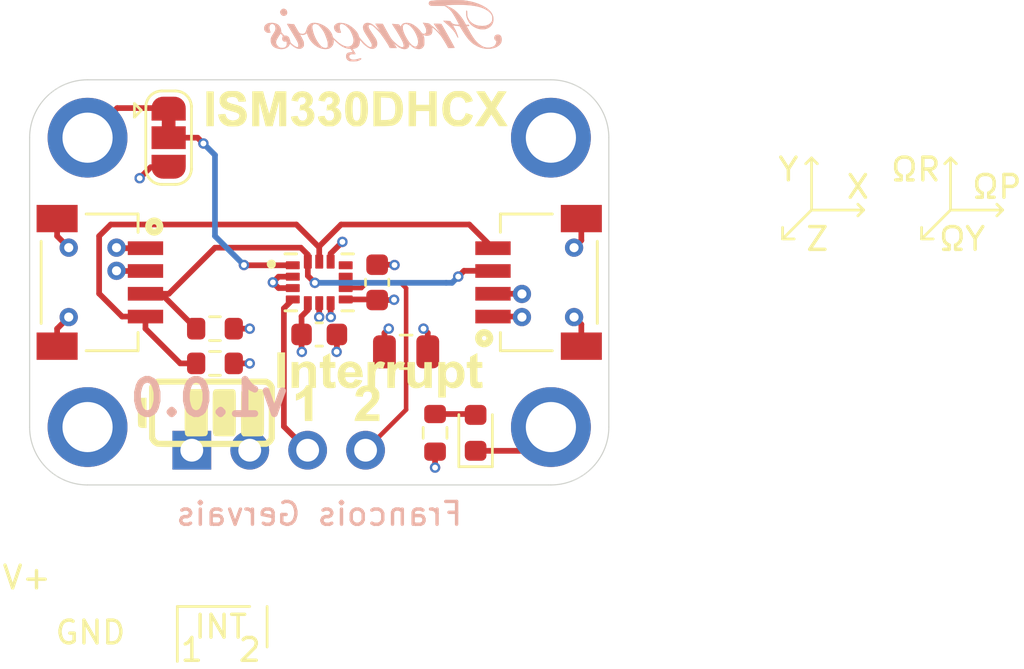
<source format=kicad_pcb>
(kicad_pcb (version 20171130) (host pcbnew 5.1.7-a382d34a8~88~ubuntu18.04.1)

  (general
    (thickness 1.6)
    (drawings 19)
    (tracks 124)
    (zones 0)
    (modules 22)
    (nets 11)
  )

  (page A4)
  (layers
    (0 F.Cu signal)
    (1 In1.Cu signal hide)
    (2 In2.Cu signal hide)
    (31 B.Cu signal)
    (32 B.Adhes user hide)
    (33 F.Adhes user hide)
    (34 B.Paste user)
    (35 F.Paste user hide)
    (36 B.SilkS user)
    (37 F.SilkS user)
    (38 B.Mask user)
    (39 F.Mask user)
    (40 Dwgs.User user hide)
    (41 Cmts.User user hide)
    (44 Edge.Cuts user)
    (45 Margin user hide)
    (46 B.CrtYd user)
    (47 F.CrtYd user hide)
    (48 B.Fab user hide)
    (49 F.Fab user hide)
  )

  (setup
    (last_trace_width 0.25)
    (user_trace_width 0.127)
    (user_trace_width 0.2)
    (trace_clearance 0.2)
    (zone_clearance 0.000001)
    (zone_45_only no)
    (trace_min 0.127)
    (via_size 0.8)
    (via_drill 0.4)
    (via_min_size 0.4)
    (via_min_drill 0.254)
    (user_via 0.4572 0.254)
    (uvia_size 0.3)
    (uvia_drill 0.1)
    (uvias_allowed no)
    (uvia_min_size 0.2)
    (uvia_min_drill 0.1)
    (edge_width 0.05)
    (segment_width 0.2)
    (pcb_text_width 0.3)
    (pcb_text_size 1.5 1.5)
    (mod_edge_width 0.12)
    (mod_text_size 1 1)
    (mod_text_width 0.15)
    (pad_size 1.524 1.524)
    (pad_drill 0.762)
    (pad_to_mask_clearance 0)
    (aux_axis_origin 0 0)
    (grid_origin 41.275 63.627)
    (visible_elements FFFFFF7F)
    (pcbplotparams
      (layerselection 0x010fc_ffffffff)
      (usegerberextensions false)
      (usegerberattributes true)
      (usegerberadvancedattributes true)
      (creategerberjobfile true)
      (excludeedgelayer true)
      (linewidth 0.100000)
      (plotframeref false)
      (viasonmask false)
      (mode 1)
      (useauxorigin false)
      (hpglpennumber 1)
      (hpglpenspeed 20)
      (hpglpendiameter 15.000000)
      (psnegative false)
      (psa4output false)
      (plotreference true)
      (plotvalue true)
      (plotinvisibletext false)
      (padsonsilk false)
      (subtractmaskfromsilk false)
      (outputformat 1)
      (mirror false)
      (drillshape 1)
      (scaleselection 1)
      (outputdirectory ""))
  )

  (net 0 "")
  (net 1 GND)
  (net 2 VCC)
  (net 3 "Net-(D1-Pad2)")
  (net 4 /SCL)
  (net 5 /SDA)
  (net 6 /INT2)
  (net 7 /INT1)
  (net 8 /SA0)
  (net 9 "Net-(U1-Pad11)")
  (net 10 "Net-(U1-Pad10)")

  (net_class Default "This is the default net class."
    (clearance 0.2)
    (trace_width 0.25)
    (via_dia 0.8)
    (via_drill 0.4)
    (uvia_dia 0.3)
    (uvia_drill 0.1)
    (add_net /INT1)
    (add_net /INT2)
    (add_net /SA0)
    (add_net /SCL)
    (add_net /SDA)
    (add_net GND)
    (add_net "Net-(D1-Pad2)")
    (add_net "Net-(U1-Pad10)")
    (add_net "Net-(U1-Pad11)")
    (add_net VCC)
  )

  (module hardware:ISM330DHCX (layer F.Cu) (tedit 0) (tstamp 6329AE26)
    (at 50.546 56.007)
    (fp_text reference Ref** (at 0 0) (layer F.SilkS) hide
      (effects (font (size 1.27 1.27) (thickness 0.15)))
    )
    (fp_text value Val** (at 0 0) (layer F.SilkS) hide
      (effects (font (size 1.27 1.27) (thickness 0.15)))
    )
    (fp_poly (pts (xy -5.382695 -0.772221) (xy -5.325625 -0.77093) (xy -5.281839 -0.768408) (xy -5.2474 -0.764354)
      (xy -5.218371 -0.758463) (xy -5.197738 -0.752645) (xy -5.105847 -0.71396) (xy -5.027332 -0.660055)
      (xy -4.963602 -0.592546) (xy -4.916068 -0.513049) (xy -4.886137 -0.423181) (xy -4.879862 -0.388018)
      (xy -4.875342 -0.353874) (xy -4.872601 -0.329723) (xy -4.872197 -0.321322) (xy -4.882684 -0.320563)
      (xy -4.910607 -0.319456) (xy -4.95224 -0.318126) (xy -5.003857 -0.316696) (xy -5.030335 -0.31603)
      (xy -5.187045 -0.312208) (xy -5.206103 -0.368135) (xy -5.233084 -0.426667) (xy -5.270112 -0.470071)
      (xy -5.319312 -0.499604) (xy -5.382808 -0.516523) (xy -5.462722 -0.522085) (xy -5.466291 -0.522089)
      (xy -5.544518 -0.516629) (xy -5.609642 -0.501195) (xy -5.660306 -0.476922) (xy -5.695151 -0.444945)
      (xy -5.712821 -0.4064) (xy -5.711956 -0.36242) (xy -5.698907 -0.327662) (xy -5.679423 -0.30331)
      (xy -5.645834 -0.279824) (xy -5.596652 -0.256572) (xy -5.530392 -0.232922) (xy -5.445567 -0.208243)
      (xy -5.376333 -0.190503) (xy -5.268433 -0.162041) (xy -5.178844 -0.133822) (xy -5.10476 -0.104632)
      (xy -5.043377 -0.073257) (xy -4.991888 -0.038485) (xy -4.958319 -0.009674) (xy -4.900713 0.058447)
      (xy -4.860337 0.135375) (xy -4.836757 0.218251) (xy -4.829539 0.304221) (xy -4.83825 0.390425)
      (xy -4.862455 0.474008) (xy -4.901722 0.552112) (xy -4.955616 0.621879) (xy -5.023704 0.680454)
      (xy -5.067079 0.706882) (xy -5.112921 0.729256) (xy -5.157661 0.746098) (xy -5.205401 0.758117)
      (xy -5.260243 0.766021) (xy -5.326287 0.770519) (xy -5.407635 0.772319) (xy -5.446652 0.772442)
      (xy -5.515162 0.77223) (xy -5.566877 0.771388) (xy -5.606166 0.769429) (xy -5.637401 0.765865)
      (xy -5.664952 0.76021) (xy -5.69319 0.751975) (xy -5.724055 0.741521) (xy -5.818884 0.697936)
      (xy -5.900316 0.638388) (xy -5.967479 0.563977) (xy -6.019499 0.475805) (xy -6.055504 0.374973)
      (xy -6.069514 0.305831) (xy -6.076768 0.257121) (xy -6.009655 0.250492) (xy -5.96437 0.246231)
      (xy -5.909679 0.241387) (xy -5.857282 0.236995) (xy -5.856394 0.236923) (xy -5.770247 0.229984)
      (xy -5.753502 0.287585) (xy -5.721357 0.365785) (xy -5.67535 0.428172) (xy -5.616151 0.474326)
      (xy -5.544427 0.503826) (xy -5.460849 0.51625) (xy -5.393311 0.514348) (xy -5.316751 0.501184)
      (xy -5.255947 0.476742) (xy -5.208023 0.439783) (xy -5.200183 0.431298) (xy -5.163956 0.378354)
      (xy -5.147909 0.326541) (xy -5.151745 0.277791) (xy -5.17517 0.234036) (xy -5.217886 0.197209)
      (xy -5.237751 0.186108) (xy -5.266014 0.174446) (xy -5.309436 0.159454) (xy -5.362629 0.142872)
      (xy -5.420201 0.12644) (xy -5.434541 0.122587) (xy -5.551105 0.090349) (xy -5.648892 0.05997)
      (xy -5.730067 0.030217) (xy -5.796795 -0.00014) (xy -5.851239 -0.032334) (xy -5.895564 -0.067596)
      (xy -5.931934 -0.107158) (xy -5.962512 -0.152251) (xy -5.982321 -0.189166) (xy -5.998733 -0.224369)
      (xy -6.008879 -0.253481) (xy -6.014235 -0.28385) (xy -6.016273 -0.322822) (xy -6.016516 -0.359611)
      (xy -6.015601 -0.411221) (xy -6.012155 -0.448876) (xy -6.004931 -0.479748) (xy -5.992681 -0.511009)
      (xy -5.988627 -0.519854) (xy -5.940007 -0.599726) (xy -5.875259 -0.666047) (xy -5.794813 -0.718449)
      (xy -5.71798 -0.750593) (xy -5.691393 -0.758637) (xy -5.664371 -0.764479) (xy -5.63292 -0.768458)
      (xy -5.593042 -0.770909) (xy -5.540743 -0.772169) (xy -5.472028 -0.772575) (xy -5.456985 -0.772583)
      (xy -5.382695 -0.772221)) (layer F.SilkS) (width 0.01))
    (fp_poly (pts (xy -2.301498 -0.758904) (xy -2.208802 -0.737478) (xy -2.184577 -0.729084) (xy -2.143192 -0.71006)
      (xy -2.103956 -0.683249) (xy -2.060449 -0.644134) (xy -2.052199 -0.635968) (xy -1.998854 -0.575534)
      (xy -1.963443 -0.516852) (xy -1.94387 -0.454826) (xy -1.938041 -0.38436) (xy -1.938706 -0.359833)
      (xy -1.947702 -0.290166) (xy -1.968939 -0.229453) (xy -2.004628 -0.174071) (xy -2.056982 -0.120394)
      (xy -2.111375 -0.076962) (xy -2.130014 -0.061545) (xy -2.131526 -0.054453) (xy -2.124252 -0.053252)
      (xy -2.095727 -0.04623) (xy -2.058126 -0.028405) (xy -2.017793 -0.003476) (xy -1.981072 0.024858)
      (xy -1.966407 0.038773) (xy -1.915649 0.105653) (xy -1.88263 0.18036) (xy -1.866672 0.260284)
      (xy -1.8671 0.342815) (xy -1.883236 0.425342) (xy -1.914406 0.505256) (xy -1.959931 0.579947)
      (xy -2.019137 0.646803) (xy -2.091346 0.703216) (xy -2.146516 0.7338) (xy -2.17522 0.746961)
      (xy -2.199615 0.7562) (xy -2.224504 0.762282) (xy -2.254689 0.765975) (xy -2.294973 0.768044)
      (xy -2.350157 0.769257) (xy -2.370666 0.769573) (xy -2.445373 0.769745) (xy -2.501252 0.767647)
      (xy -2.540533 0.763139) (xy -2.561745 0.757613) (xy -2.658677 0.711453) (xy -2.738558 0.652769)
      (xy -2.801466 0.581471) (xy -2.847482 0.497467) (xy -2.876686 0.400665) (xy -2.877906 0.394445)
      (xy -2.881676 0.376294) (xy -2.882939 0.363365) (xy -2.878746 0.354328) (xy -2.866148 0.347854)
      (xy -2.842196 0.342614) (xy -2.80394 0.33728) (xy -2.748433 0.330522) (xy -2.731463 0.328448)
      (xy -2.675974 0.321829) (xy -2.637893 0.318451) (xy -2.613627 0.318897) (xy -2.599585 0.323751)
      (xy -2.592173 0.333596) (xy -2.587801 0.349016) (xy -2.587174 0.351896) (xy -2.564079 0.41846)
      (xy -2.527497 0.470647) (xy -2.47907 0.506858) (xy -2.420443 0.52549) (xy -2.407434 0.526983)
      (xy -2.35607 0.528551) (xy -2.317419 0.521843) (xy -2.283935 0.504724) (xy -2.259112 0.485036)
      (xy -2.213974 0.434175) (xy -2.187024 0.375479) (xy -2.176833 0.305674) (xy -2.176668 0.296363)
      (xy -2.180664 0.230125) (xy -2.194739 0.17837) (xy -2.220717 0.136093) (xy -2.243599 0.112445)
      (xy -2.293004 0.076589) (xy -2.344342 0.058859) (xy -2.403016 0.057851) (xy -2.434594 0.06274)
      (xy -2.469304 0.06861) (xy -2.494947 0.071158) (xy -2.505164 0.070114) (xy -2.505966 0.058281)
      (xy -2.504269 0.030816) (xy -2.500661 -0.006972) (xy -2.49573 -0.049773) (xy -2.490065 -0.09228)
      (xy -2.484254 -0.129184) (xy -2.481418 -0.144161) (xy -2.474477 -0.158499) (xy -2.457503 -0.166743)
      (xy -2.424943 -0.171594) (xy -2.357679 -0.18667) (xy -2.303531 -0.216897) (xy -2.264081 -0.260901)
      (xy -2.240914 -0.317309) (xy -2.237724 -0.334026) (xy -2.239225 -0.385033) (xy -2.256401 -0.43482)
      (xy -2.286047 -0.476706) (xy -2.31775 -0.500649) (xy -2.3608 -0.513791) (xy -2.410965 -0.515863)
      (xy -2.4594 -0.507383) (xy -2.49546 -0.490245) (xy -2.536172 -0.449596) (xy -2.566112 -0.399011)
      (xy -2.578682 -0.357248) (xy -2.584627 -0.330753) (xy -2.593486 -0.320511) (xy -2.607622 -0.32125)
      (xy -2.626869 -0.325) (xy -2.661732 -0.33106) (xy -2.706907 -0.338527) (xy -2.74749 -0.345001)
      (xy -2.865021 -0.363448) (xy -2.85605 -0.403377) (xy -2.835752 -0.470789) (xy -2.806396 -0.539393)
      (xy -2.772737 -0.598096) (xy -2.772212 -0.598862) (xy -2.72039 -0.656245) (xy -2.653527 -0.702317)
      (xy -2.574916 -0.736348) (xy -2.487846 -0.757609) (xy -2.39561 -0.765371) (xy -2.301498 -0.758904)) (layer F.SilkS) (width 0.01))
    (fp_poly (pts (xy -1.09339 -0.754754) (xy -1.000907 -0.727531) (xy -0.919816 -0.683398) (xy -0.851445 -0.622908)
      (xy -0.848288 -0.619356) (xy -0.797128 -0.54681) (xy -0.765447 -0.469809) (xy -0.752984 -0.390918)
      (xy -0.759478 -0.312706) (xy -0.784668 -0.237738) (xy -0.828291 -0.168583) (xy -0.890086 -0.107806)
      (xy -0.901275 -0.0993) (xy -0.954786 -0.06002) (xy -0.898148 -0.038892) (xy -0.839978 -0.007561)
      (xy -0.78536 0.039377) (xy -0.739628 0.096439) (xy -0.709049 0.155609) (xy -0.697904 0.189057)
      (xy -0.691425 0.221011) (xy -0.688814 0.258411) (xy -0.689273 0.308198) (xy -0.689774 0.323404)
      (xy -0.692337 0.37537) (xy -0.696707 0.413491) (xy -0.704506 0.445088) (xy -0.717354 0.477482)
      (xy -0.729615 0.503321) (xy -0.779414 0.582652) (xy -0.845279 0.653617) (xy -0.922417 0.71145)
      (xy -0.959344 0.731828) (xy -0.98826 0.745704) (xy -1.012411 0.755464) (xy -1.036575 0.761916)
      (xy -1.065528 0.76587) (xy -1.10405 0.768135) (xy -1.156917 0.769519) (xy -1.185061 0.770041)
      (xy -1.249144 0.770762) (xy -1.296713 0.770019) (xy -1.332396 0.767419) (xy -1.360821 0.762568)
      (xy -1.386612 0.755072) (xy -1.394634 0.75221) (xy -1.433702 0.73617) (xy -1.470592 0.718395)
      (xy -1.485508 0.709979) (xy -1.526575 0.678417) (xy -1.570842 0.634583) (xy -1.612324 0.585276)
      (xy -1.645041 0.537295) (xy -1.656225 0.515965) (xy -1.672719 0.475637) (xy -1.686823 0.43395)
      (xy -1.697117 0.396128) (xy -1.702179 0.367395) (xy -1.700588 0.352977) (xy -1.700563 0.352952)
      (xy -1.688265 0.349356) (xy -1.659892 0.344214) (xy -1.620423 0.338188) (xy -1.574833 0.33194)
      (xy -1.5281 0.326133) (xy -1.485201 0.321429) (xy -1.451113 0.318489) (xy -1.436687 0.317844)
      (xy -1.415233 0.321763) (xy -1.407524 0.330729) (xy -1.398451 0.378869) (xy -1.37457 0.428331)
      (xy -1.340281 0.472933) (xy -1.299983 0.50649) (xy -1.273407 0.519205) (xy -1.229917 0.527127)
      (xy -1.180341 0.526609) (xy -1.133064 0.518501) (xy -1.096471 0.503656) (xy -1.09229 0.500804)
      (xy -1.068526 0.478915) (xy -1.042369 0.448774) (xy -1.032973 0.436216) (xy -1.015856 0.408378)
      (xy -1.005463 0.379687) (xy -0.999527 0.342321) (xy -0.997179 0.312756) (xy -0.999888 0.234182)
      (xy -1.018157 0.168677) (xy -1.050883 0.117314) (xy -1.096961 0.081171) (xy -1.155288 0.061321)
      (xy -1.224759 0.05884) (xy -1.253876 0.06268) (xy -1.288666 0.068617) (xy -1.314164 0.072742)
      (xy -1.324085 0.074083) (xy -1.3247 0.064282) (xy -1.322843 0.037626) (xy -1.318876 -0.001761)
      (xy -1.31343 -0.047625) (xy -1.298049 -0.169333) (xy -1.265504 -0.169393) (xy -1.20251 -0.17827)
      (xy -1.145322 -0.202821) (xy -1.098925 -0.240277) (xy -1.073828 -0.275902) (xy -1.061182 -0.317791)
      (xy -1.05871 -0.368033) (xy -1.066088 -0.416985) (xy -1.079667 -0.450062) (xy -1.112992 -0.485295)
      (xy -1.158628 -0.508736) (xy -1.210347 -0.518811) (xy -1.261922 -0.513948) (xy -1.290121 -0.503249)
      (xy -1.330017 -0.474225) (xy -1.364366 -0.434245) (xy -1.387468 -0.390692) (xy -1.393017 -0.369906)
      (xy -1.398986 -0.342157) (xy -1.405564 -0.324899) (xy -1.407304 -0.322964) (xy -1.41944 -0.323126)
      (xy -1.447524 -0.326232) (xy -1.486666 -0.33152) (xy -1.531975 -0.338229) (xy -1.57856 -0.345596)
      (xy -1.621529 -0.35286) (xy -1.655992 -0.359259) (xy -1.677058 -0.364031) (xy -1.681083 -0.365607)
      (xy -1.681242 -0.378118) (xy -1.674706 -0.404942) (xy -1.663224 -0.440985) (xy -1.648543 -0.481149)
      (xy -1.632412 -0.52034) (xy -1.616733 -0.553173) (xy -1.566614 -0.626149) (xy -1.501941 -0.683942)
      (xy -1.423108 -0.726352) (xy -1.330508 -0.753184) (xy -1.224535 -0.764238) (xy -1.195937 -0.764512)
      (xy -1.09339 -0.754754)) (layer F.SilkS) (width 0.01))
    (fp_poly (pts (xy 0.11549 -0.750542) (xy 0.201563 -0.717324) (xy 0.277186 -0.66615) (xy 0.341709 -0.597497)
      (xy 0.394482 -0.511841) (xy 0.434856 -0.409659) (xy 0.445454 -0.371981) (xy 0.462433 -0.287837)
      (xy 0.474843 -0.189187) (xy 0.482288 -0.082274) (xy 0.484374 0.026659) (xy 0.480705 0.131366)
      (xy 0.478847 0.156097) (xy 0.462857 0.290246) (xy 0.438723 0.405833) (xy 0.405882 0.504061)
      (xy 0.363772 0.586131) (xy 0.311832 0.653244) (xy 0.249498 0.706601) (xy 0.209772 0.730958)
      (xy 0.18207 0.745555) (xy 0.159022 0.755665) (xy 0.135685 0.762204) (xy 0.107113 0.76609)
      (xy 0.068361 0.768238) (xy 0.014486 0.769566) (xy 0 0.769842) (xy -0.063532 0.770443)
      (xy -0.110254 0.769265) (xy -0.144473 0.765961) (xy -0.170498 0.760183) (xy -0.185208 0.754873)
      (xy -0.257082 0.716135) (xy -0.32479 0.663428) (xy -0.382608 0.601931) (xy -0.423581 0.539264)
      (xy -0.436508 0.508812) (xy -0.4518 0.465152) (xy -0.466952 0.415674) (xy -0.473266 0.392691)
      (xy -0.486181 0.32884) (xy -0.496288 0.249052) (xy -0.503438 0.158388) (xy -0.507486 0.061909)
      (xy -0.50782 0.021167) (xy -0.193591 0.021167) (xy -0.191727 0.143383) (xy -0.186112 0.246026)
      (xy -0.17626 0.330435) (xy -0.161685 0.397949) (xy -0.141903 0.44991) (xy -0.116426 0.487655)
      (xy -0.084769 0.512525) (xy -0.046446 0.52586) (xy -0.009365 0.529127) (xy 0.037965 0.522727)
      (xy 0.06766 0.506999) (xy 0.103127 0.466468) (xy 0.131673 0.406285) (xy 0.149456 0.343958)
      (xy 0.154347 0.31035) (xy 0.158286 0.259665) (xy 0.161267 0.195752) (xy 0.163286 0.122463)
      (xy 0.164336 0.043647) (xy 0.164413 -0.036845) (xy 0.163511 -0.115163) (xy 0.161625 -0.187456)
      (xy 0.158749 -0.249875) (xy 0.154878 -0.298568) (xy 0.150398 -0.328083) (xy 0.126627 -0.40351)
      (xy 0.095277 -0.459897) (xy 0.056623 -0.49695) (xy 0.010942 -0.514378) (xy -0.025542 -0.514686)
      (xy -0.066086 -0.504996) (xy -0.100094 -0.485859) (xy -0.128023 -0.455815) (xy -0.150331 -0.413406)
      (xy -0.167476 -0.357174) (xy -0.179913 -0.285661) (xy -0.188102 -0.197408) (xy -0.192498 -0.090957)
      (xy -0.193591 0.021167) (xy -0.50782 0.021167) (xy -0.508284 -0.035323) (xy -0.505686 -0.128248)
      (xy -0.499544 -0.211802) (xy -0.492387 -0.266092) (xy -0.465519 -0.389745) (xy -0.429133 -0.494822)
      (xy -0.382776 -0.581871) (xy -0.325998 -0.651443) (xy -0.258346 -0.704088) (xy -0.179368 -0.740355)
      (xy -0.088611 -0.760795) (xy -0.085407 -0.761206) (xy 0.019617 -0.765328) (xy 0.11549 -0.750542)) (layer F.SilkS) (width 0.01))
    (fp_poly (pts (xy 4.531399 -0.772194) (xy 4.58284 -0.771226) (xy 4.621606 -0.769043) (xy 4.651941 -0.76523)
      (xy 4.67809 -0.759371) (xy 4.704296 -0.751053) (xy 4.713013 -0.74794) (xy 4.79811 -0.711355)
      (xy 4.869545 -0.667086) (xy 4.934585 -0.61062) (xy 4.935379 -0.609828) (xy 4.967894 -0.57193)
      (xy 5.000657 -0.524658) (xy 5.030565 -0.473572) (xy 5.054513 -0.42423) (xy 5.069399 -0.382192)
      (xy 5.072615 -0.363977) (xy 5.07283 -0.352296) (xy 5.069437 -0.34334) (xy 5.059293 -0.335688)
      (xy 5.03926 -0.327918) (xy 5.006196 -0.318606) (xy 4.95696 -0.306331) (xy 4.931834 -0.300224)
      (xy 4.869352 -0.285148) (xy 4.824506 -0.274772) (xy 4.794373 -0.268759) (xy 4.776029 -0.266775)
      (xy 4.766551 -0.268485) (xy 4.763016 -0.273553) (xy 4.7625 -0.28081) (xy 4.75623 -0.306088)
      (xy 4.739921 -0.340917) (xy 4.71732 -0.378789) (xy 4.692178 -0.413195) (xy 4.676133 -0.430729)
      (xy 4.615198 -0.475824) (xy 4.544612 -0.502981) (xy 4.462751 -0.512803) (xy 4.455584 -0.512858)
      (xy 4.365221 -0.504212) (xy 4.28697 -0.478237) (xy 4.220781 -0.434893) (xy 4.166608 -0.374141)
      (xy 4.124402 -0.295942) (xy 4.099312 -0.221137) (xy 4.090598 -0.173731) (xy 4.084624 -0.111456)
      (xy 4.081453 -0.040441) (xy 4.081152 0.033186) (xy 4.083785 0.103296) (xy 4.089416 0.163762)
      (xy 4.094888 0.195775) (xy 4.124491 0.291548) (xy 4.167285 0.370797) (xy 4.223253 0.433499)
      (xy 4.288457 0.477638) (xy 4.337938 0.495148) (xy 4.399141 0.505215) (xy 4.463815 0.507406)
      (xy 4.52371 0.501288) (xy 4.558405 0.491817) (xy 4.616633 0.459495) (xy 4.67076 0.410807)
      (xy 4.717006 0.350551) (xy 4.751587 0.283525) (xy 4.76903 0.224575) (xy 4.775569 0.201356)
      (xy 4.78609 0.194542) (xy 4.798134 0.196886) (xy 4.883485 0.223669) (xy 4.950499 0.245259)
      (xy 5.001157 0.262401) (xy 5.037439 0.27584) (xy 5.061324 0.286319) (xy 5.074793 0.294584)
      (xy 5.079827 0.301378) (xy 5.08 0.302856) (xy 5.074901 0.328638) (xy 5.061159 0.367336)
      (xy 5.041103 0.413765) (xy 5.017066 0.462741) (xy 4.991378 0.509081) (xy 4.97668 0.532648)
      (xy 4.910601 0.614155) (xy 4.829855 0.680617) (xy 4.73519 0.731493) (xy 4.667975 0.755528)
      (xy 4.629506 0.762991) (xy 4.575443 0.768254) (xy 4.511243 0.771305) (xy 4.442364 0.772134)
      (xy 4.374265 0.77073) (xy 4.312404 0.767082) (xy 4.26224 0.76118) (xy 4.239343 0.756366)
      (xy 4.148119 0.722671) (xy 4.062739 0.672486) (xy 3.979778 0.603716) (xy 3.963121 0.587494)
      (xy 3.896235 0.512366) (xy 3.844112 0.433679) (xy 3.805071 0.347577) (xy 3.777432 0.250204)
      (xy 3.759515 0.137703) (xy 3.757105 0.114646) (xy 3.751539 -0.025928) (xy 3.762401 -0.159286)
      (xy 3.789181 -0.283683) (xy 3.831368 -0.397375) (xy 3.888454 -0.498618) (xy 3.959928 -0.585665)
      (xy 3.962493 -0.588244) (xy 4.023791 -0.644869) (xy 4.082134 -0.687631) (xy 4.14479 -0.721196)
      (xy 4.209592 -0.746949) (xy 4.238006 -0.756324) (xy 4.264712 -0.763063) (xy 4.29403 -0.767599)
      (xy 4.330279 -0.770364) (xy 4.377779 -0.771791) (xy 4.440851 -0.772315) (xy 4.46304 -0.77236)
      (xy 4.531399 -0.772194)) (layer F.SilkS) (width 0.01))
    (fp_poly (pts (xy -6.281208 -0.756708) (xy -6.281208 0.756708) (xy -6.593416 0.762566) (xy -6.593416 -0.762566)
      (xy -6.281208 -0.756708)) (layer F.SilkS) (width 0.01))
    (fp_poly (pts (xy -4.103155 -0.711729) (xy -4.097386 -0.691031) (xy -4.08681 -0.652254) (xy -4.072067 -0.59777)
      (xy -4.053794 -0.529956) (xy -4.032631 -0.451185) (xy -4.009218 -0.363832) (xy -3.984193 -0.27027)
      (xy -3.967807 -0.208907) (xy -3.936179 -0.091428) (xy -3.908732 0.008339) (xy -3.885605 0.089915)
      (xy -3.866943 0.152821) (xy -3.852886 0.196579) (xy -3.843576 0.22071) (xy -3.839255 0.22501)
      (xy -3.835533 0.213269) (xy -3.827888 0.186333) (xy -3.816169 0.14364) (xy -3.800227 0.084631)
      (xy -3.779913 0.008744) (xy -3.755077 -0.084582) (xy -3.72557 -0.195907) (xy -3.691242 -0.325792)
      (xy -3.651944 -0.474798) (xy -3.607526 -0.643485) (xy -3.586789 -0.722313) (xy -3.576351 -0.762)
      (xy -3.100776 -0.762) (xy -3.106208 0.756708) (xy -3.251729 0.759653) (xy -3.39725 0.762597)
      (xy -3.398069 0.182861) (xy -3.398889 -0.396875) (xy -3.539225 0.153458) (xy -3.566054 0.258682)
      (xy -3.591467 0.358383) (xy -3.614953 0.450552) (xy -3.636001 0.533181) (xy -3.654098 0.604262)
      (xy -3.668734 0.661785) (xy -3.679398 0.703743) (xy -3.685577 0.728126) (xy -3.686774 0.732896)
      (xy -3.693986 0.762) (xy -3.997168 0.762) (xy -4.140875 0.198437) (xy -4.284581 -0.365125)
      (xy -4.285415 0.198437) (xy -4.28625 0.762) (xy -4.582583 0.762) (xy -4.582583 -0.762)
      (xy -4.117737 -0.762) (xy -4.103155 -0.711729)) (layer F.SilkS) (width 0.01))
    (fp_poly (pts (xy 1.124479 -0.759356) (xy 1.235639 -0.75792) (xy 1.328032 -0.756252) (xy 1.404059 -0.754061)
      (xy 1.466118 -0.751058) (xy 1.51661 -0.746954) (xy 1.557935 -0.74146) (xy 1.592493 -0.734285)
      (xy 1.622683 -0.725141) (xy 1.650906 -0.713738) (xy 1.679561 -0.699786) (xy 1.697693 -0.690214)
      (xy 1.755032 -0.651602) (xy 1.813246 -0.598778) (xy 1.866678 -0.537666) (xy 1.90967 -0.474188)
      (xy 1.917228 -0.460375) (xy 1.955751 -0.376056) (xy 1.983903 -0.288853) (xy 2.00349 -0.192264)
      (xy 2.01308 -0.115509) (xy 2.019495 0.021724) (xy 2.011095 0.151594) (xy 1.988526 0.272497)
      (xy 1.95243 0.382831) (xy 1.90345 0.480993) (xy 1.84223 0.565382) (xy 1.769414 0.634394)
      (xy 1.692469 0.68306) (xy 1.657351 0.70023) (xy 1.624935 0.714378) (xy 1.592692 0.725833)
      (xy 1.558093 0.734925) (xy 1.518609 0.741982) (xy 1.471711 0.747334) (xy 1.414871 0.75131)
      (xy 1.345559 0.754239) (xy 1.261247 0.756449) (xy 1.159405 0.75827) (xy 1.108604 0.75903)
      (xy 0.73025 0.764499) (xy 0.73025 0.500566) (xy 1.04775 0.500566) (xy 1.240896 0.494709)
      (xy 1.314215 0.492126) (xy 1.370223 0.489141) (xy 1.412775 0.485324) (xy 1.445728 0.480247)
      (xy 1.472936 0.473482) (xy 1.492795 0.466702) (xy 1.54954 0.437827) (xy 1.595583 0.397149)
      (xy 1.631717 0.343057) (xy 1.658732 0.273942) (xy 1.677422 0.188191) (xy 1.688579 0.084196)
      (xy 1.689684 0.066353) (xy 1.691114 -0.05787) (xy 1.680656 -0.16747) (xy 1.658512 -0.261604)
      (xy 1.624884 -0.339424) (xy 1.579974 -0.400088) (xy 1.577674 -0.402418) (xy 1.54808 -0.429659)
      (xy 1.518362 -0.450647) (xy 1.48509 -0.466306) (xy 1.444834 -0.477559) (xy 1.394162 -0.485329)
      (xy 1.329645 -0.490541) (xy 1.247853 -0.494117) (xy 1.235604 -0.494516) (xy 1.04775 -0.500452)
      (xy 1.04775 0.500566) (xy 0.73025 0.500566) (xy 0.73025 -0.763956) (xy 1.124479 -0.759356)) (layer F.SilkS) (width 0.01))
    (fp_poly (pts (xy 2.592917 -0.169333) (xy 3.175 -0.169333) (xy 3.175 -0.762) (xy 3.4925 -0.762)
      (xy 3.4925 0.762566) (xy 3.180292 0.756708) (xy 3.177495 0.425979) (xy 3.174699 0.09525)
      (xy 2.593218 0.09525) (xy 2.590422 0.425979) (xy 2.587625 0.756708) (xy 2.275417 0.762566)
      (xy 2.275417 -0.762) (xy 2.592917 -0.762) (xy 2.592917 -0.169333)) (layer F.SilkS) (width 0.01))
    (fp_poly (pts (xy 6.438605 -0.761656) (xy 6.48999 -0.760942) (xy 6.529849 -0.759835) (xy 6.55477 -0.758425)
      (xy 6.561667 -0.757097) (xy 6.556115 -0.747437) (xy 6.540267 -0.721909) (xy 6.515332 -0.68241)
      (xy 6.482517 -0.630839) (xy 6.443033 -0.569093) (xy 6.398089 -0.499072) (xy 6.348893 -0.422671)
      (xy 6.328217 -0.390628) (xy 6.272717 -0.30408) (xy 6.223341 -0.225898) (xy 6.18101 -0.15761)
      (xy 6.146647 -0.100746) (xy 6.121175 -0.056833) (xy 6.105516 -0.027398) (xy 6.100593 -0.013971)
      (xy 6.100661 -0.013702) (xy 6.107679 -0.001878) (xy 6.125295 0.025565) (xy 6.152244 0.066716)
      (xy 6.18726 0.119666) (xy 6.229079 0.182503) (xy 6.276433 0.253319) (xy 6.328059 0.330202)
      (xy 6.355278 0.370619) (xy 6.408354 0.449618) (xy 6.457559 0.523364) (xy 6.501661 0.589976)
      (xy 6.539431 0.647571) (xy 6.569639 0.69427) (xy 6.591054 0.728189) (xy 6.602446 0.747447)
      (xy 6.604 0.751033) (xy 6.595188 0.755538) (xy 6.568191 0.758522) (xy 6.522167 0.760024)
      (xy 6.456274 0.760082) (xy 6.416662 0.759598) (xy 6.229323 0.756708) (xy 5.896279 0.24233)
      (xy 5.818568 0.361936) (xy 5.782746 0.417217) (xy 5.740479 0.482672) (xy 5.696711 0.550633)
      (xy 5.656385 0.613433) (xy 5.6512 0.621526) (xy 5.561542 0.761511) (xy 5.372555 0.761756)
      (xy 5.302375 0.761526) (xy 5.251127 0.760525) (xy 5.216586 0.758596) (xy 5.196529 0.755581)
      (xy 5.188728 0.751323) (xy 5.188693 0.748771) (xy 5.19544 0.737405) (xy 5.212659 0.710264)
      (xy 5.23913 0.669219) (xy 5.273636 0.61614) (xy 5.314958 0.552898) (xy 5.361877 0.481364)
      (xy 5.413176 0.403409) (xy 5.448113 0.350451) (xy 5.702409 -0.03464) (xy 5.625901 -0.152258)
      (xy 5.597999 -0.195134) (xy 5.561269 -0.251548) (xy 5.518442 -0.317306) (xy 5.47225 -0.388215)
      (xy 5.425424 -0.460081) (xy 5.398549 -0.50132) (xy 5.35771 -0.564202) (xy 5.320637 -0.621712)
      (xy 5.288929 -0.671334) (xy 5.264186 -0.710551) (xy 5.248009 -0.736846) (xy 5.242095 -0.747382)
      (xy 5.243231 -0.752764) (xy 5.253093 -0.756672) (xy 5.274237 -0.75931) (xy 5.30922 -0.760883)
      (xy 5.360598 -0.761598) (xy 5.42018 -0.761681) (xy 5.603875 -0.761361) (xy 5.752042 -0.523509)
      (xy 5.796935 -0.45172) (xy 5.83216 -0.396228) (xy 5.859042 -0.35524) (xy 5.878905 -0.326964)
      (xy 5.893072 -0.309606) (xy 5.902868 -0.301375) (xy 5.909616 -0.300478) (xy 5.914005 -0.304224)
      (xy 5.923243 -0.318205) (xy 5.941795 -0.347519) (xy 5.967955 -0.389428) (xy 6.00002 -0.441191)
      (xy 6.036284 -0.500071) (xy 6.062171 -0.542285) (xy 6.196542 -0.761778) (xy 6.379104 -0.761889)
      (xy 6.438605 -0.761656)) (layer F.SilkS) (width 0.01))
  )

  (module "hardware:ISM330DHCX Stemma interrupts" locked (layer F.Cu) (tedit 0) (tstamp 63285D1F)
    (at 51.562 68.199)
    (fp_text reference Ref** (at 0 0) (layer F.SilkS) hide
      (effects (font (size 1.27 1.27) (thickness 0.15)))
    )
    (fp_text value Val** (at 0 0) (layer F.SilkS) hide
      (effects (font (size 1.27 1.27) (thickness 0.15)))
    )
    (fp_poly (pts (xy -3.130075 -1.091827) (xy -3.040445 -1.069774) (xy -2.967607 -1.036567) (xy -2.909598 -0.990872)
      (xy -2.864458 -0.931352) (xy -2.847795 -0.899648) (xy -2.820458 -0.841375) (xy -2.817186 -0.39423)
      (xy -2.813913 0.052916) (xy -2.973916 0.052916) (xy -2.973916 1.502833) (xy -3.291228 1.502833)
      (xy -3.293968 0.953219) (xy -3.296708 0.403606) (xy -3.357871 0.449362) (xy -3.425337 0.494786)
      (xy -3.501866 0.538164) (xy -3.578427 0.574648) (xy -3.624753 0.592653) (xy -3.683 0.612693)
      (xy -3.683 0.333051) (xy -3.632683 0.31518) (xy -3.587281 0.294655) (xy -3.532384 0.263203)
      (xy -3.473632 0.224692) (xy -3.416663 0.182993) (xy -3.367119 0.141973) (xy -3.336158 0.111745)
      (xy -3.305037 0.07403) (xy -3.27645 0.033182) (xy -3.25785 0.000488) (xy -3.242897 -0.029619)
      (xy -3.230003 -0.045292) (xy -3.212353 -0.051317) (xy -3.183133 -0.052477) (xy -3.182394 -0.052483)
      (xy -3.13158 -0.052917) (xy -3.134769 -0.39423) (xy -3.135724 -0.488812) (xy -3.136732 -0.564615)
      (xy -3.137949 -0.624026) (xy -3.139528 -0.669434) (xy -3.141623 -0.703226) (xy -3.144389 -0.727789)
      (xy -3.14798 -0.74551) (xy -3.152549 -0.758778) (xy -3.158252 -0.76998) (xy -3.159125 -0.771478)
      (xy -3.198197 -0.819205) (xy -3.248114 -0.848969) (xy -3.307889 -0.860362) (xy -3.362243 -0.855955)
      (xy -3.425503 -0.834093) (xy -3.480781 -0.795209) (xy -3.522639 -0.743182) (xy -3.52425 -0.740364)
      (xy -3.550708 -0.693209) (xy -3.556 -0.322792) (xy -3.561291 0.047625) (xy -3.717396 0.050553)
      (xy -3.8735 0.053482) (xy -3.8735 -1.068917) (xy -3.58775 -1.068917) (xy -3.58775 -0.918627)
      (xy -3.529539 -0.971828) (xy -3.448501 -1.032468) (xy -3.359961 -1.07389) (xy -3.265807 -1.095526)
      (xy -3.167931 -1.096808) (xy -3.130075 -1.091827)) (layer F.SilkS) (width 0.01))
    (fp_poly (pts (xy 0.054638 -1.096146) (xy 0.096087 -1.088383) (xy 0.13785 -1.07684) (xy 0.175236 -1.063323)
      (xy 0.203553 -1.04964) (xy 0.218108 -1.037598) (xy 0.218818 -1.032904) (xy 0.213456 -1.018467)
      (xy 0.202428 -0.988466) (xy 0.187321 -0.947223) (xy 0.16972 -0.899061) (xy 0.168937 -0.896917)
      (xy 0.123959 -0.773705) (xy 0.08318 -0.794509) (xy 0.019156 -0.818098) (xy -0.040769 -0.822574)
      (xy -0.094403 -0.808514) (xy -0.139559 -0.776493) (xy -0.174047 -0.727088) (xy -0.174172 -0.726832)
      (xy -0.187444 -0.695521) (xy -0.198138 -0.659791) (xy -0.2065 -0.617162) (xy -0.212776 -0.565154)
      (xy -0.217211 -0.501287) (xy -0.220052 -0.423081) (xy -0.221543 -0.328055) (xy -0.221923 -0.244902)
      (xy -0.22225 0.023489) (xy -0.158653 0.084759) (xy -0.109175 0.139695) (xy -0.072171 0.19575)
      (xy -0.066049 0.207952) (xy -0.053513 0.236463) (xy -0.045203 0.261947) (xy -0.040265 0.289983)
      (xy -0.037841 0.326146) (xy -0.037076 0.376014) (xy -0.037041 0.396875) (xy -0.037289 0.451176)
      (xy -0.038772 0.49023) (xy -0.042602 0.519957) (xy -0.049892 0.546276) (xy -0.061753 0.575105)
      (xy -0.076364 0.606224) (xy -0.104342 0.660243) (xy -0.135634 0.710501) (xy -0.172919 0.760276)
      (xy -0.218872 0.812846) (xy -0.276173 0.871491) (xy -0.347498 0.939488) (xy -0.351881 0.943564)
      (xy -0.430479 1.017187) (xy -0.496735 1.080511) (xy -0.549945 1.132829) (xy -0.589408 1.173435)
      (xy -0.614422 1.201622) (xy -0.624284 1.216686) (xy -0.624416 1.217638) (xy -0.614118 1.220604)
      (xy -0.584356 1.223128) (xy -0.53683 1.225151) (xy -0.47324 1.226617) (xy -0.395284 1.227467)
      (xy -0.328083 1.227666) (xy -0.03175 1.227666) (xy -0.03175 1.502833) (xy -1.112209 1.502833)
      (xy -1.105301 1.463145) (xy -1.093106 1.412045) (xy -1.073955 1.352422) (xy -1.051111 1.293286)
      (xy -1.027837 1.243651) (xy -1.022144 1.233458) (xy -0.988437 1.18171) (xy -0.944793 1.12514)
      (xy -0.88973 1.062116) (xy -0.821768 0.991007) (xy -0.739425 0.910179) (xy -0.665303 0.840306)
      (xy -0.584322 0.764351) (xy -0.51802 0.700227) (xy -0.465027 0.645959) (xy -0.423977 0.599573)
      (xy -0.393501 0.559096) (xy -0.372233 0.522553) (xy -0.358804 0.487971) (xy -0.351846 0.453375)
      (xy -0.349992 0.416791) (xy -0.351128 0.386865) (xy -0.36304 0.321485) (xy -0.389497 0.271478)
      (xy -0.430538 0.236802) (xy -0.486201 0.217415) (xy -0.512362 0.213949) (xy -0.577617 0.212932)
      (xy -0.628655 0.222806) (xy -0.669981 0.244586) (xy -0.678528 0.251337) (xy -0.708838 0.285278)
      (xy -0.733808 0.328319) (xy -0.748904 0.371728) (xy -0.751346 0.391583) (xy -0.752477 0.41284)
      (xy -0.757176 0.427645) (xy -0.768505 0.436763) (xy -0.789531 0.440961) (xy -0.823315 0.441007)
      (xy -0.872924 0.437667) (xy -0.91947 0.433658) (xy -1.068916 0.420417) (xy -1.068916 0.386754)
      (xy -1.064114 0.346194) (xy -1.051202 0.294714) (xy -1.032422 0.239859) (xy -1.010446 0.190016)
      (xy -0.966865 0.125899) (xy -0.906627 0.069119) (xy -0.833588 0.021809) (xy -0.751607 -0.013902)
      (xy -0.664542 -0.035882) (xy -0.590021 -0.042177) (xy -0.53975 -0.042334) (xy -0.53975 -1.068917)
      (xy -0.243416 -1.068917) (xy -0.243416 -0.943877) (xy -0.177271 -1.010007) (xy -0.140728 -1.044748)
      (xy -0.111561 -1.067112) (xy -0.083682 -1.081055) (xy -0.054736 -1.089656) (xy 0.001026 -1.097532)
      (xy 0.054638 -1.096146)) (layer F.SilkS) (width 0.01))
    (fp_poly (pts (xy 3.332628 -1.082691) (xy 3.418834 -1.050871) (xy 3.498737 -1.001297) (xy 3.540742 -0.964727)
      (xy 3.60341 -0.889861) (xy 3.650369 -0.803052) (xy 3.682092 -0.703123) (xy 3.69905 -0.588896)
      (xy 3.7006 -0.566209) (xy 3.699646 -0.445213) (xy 3.683146 -0.333827) (xy 3.652098 -0.233288)
      (xy 3.607503 -0.144835) (xy 3.550359 -0.069705) (xy 3.481665 -0.009138) (xy 3.402421 0.03563)
      (xy 3.313625 0.063359) (xy 3.216278 0.072813) (xy 3.185639 0.071904) (xy 3.105147 0.059857)
      (xy 3.030561 0.032192) (xy 2.956802 -0.013155) (xy 2.934229 -0.030395) (xy 2.878667 -0.074576)
      (xy 2.878667 0.47625) (xy 2.561167 0.47625) (xy 2.561167 -0.514113) (xy 2.880984 -0.514113)
      (xy 2.885777 -0.445345) (xy 2.895571 -0.382633) (xy 2.905993 -0.344331) (xy 2.927602 -0.301463)
      (xy 2.960188 -0.257996) (xy 2.998516 -0.219463) (xy 3.037349 -0.191397) (xy 3.060141 -0.181456)
      (xy 3.127452 -0.170839) (xy 3.19263 -0.176774) (xy 3.235172 -0.191451) (xy 3.28957 -0.227889)
      (xy 3.330783 -0.278612) (xy 3.359216 -0.344508) (xy 3.375274 -0.426464) (xy 3.379495 -0.507322)
      (xy 3.376106 -0.591419) (xy 3.364752 -0.659354) (xy 3.344217 -0.715024) (xy 3.313286 -0.76233)
      (xy 3.293008 -0.7846) (xy 3.237997 -0.82675) (xy 3.178755 -0.849962) (xy 3.118083 -0.855264)
      (xy 3.058782 -0.843681) (xy 3.003653 -0.81624) (xy 2.955498 -0.773969) (xy 2.917117 -0.717893)
      (xy 2.891313 -0.649039) (xy 2.888418 -0.636325) (xy 2.881696 -0.580564) (xy 2.880984 -0.514113)
      (xy 2.561167 -0.514113) (xy 2.561167 -1.068917) (xy 2.8575 -1.068917) (xy 2.8575 -0.924642)
      (xy 2.908705 -0.973997) (xy 2.982863 -1.031584) (xy 3.065238 -1.071204) (xy 3.152926 -1.092901)
      (xy 3.243024 -1.096715) (xy 3.332628 -1.082691)) (layer F.SilkS) (width 0.01))
    (fp_poly (pts (xy -2.189452 -1.456461) (xy -2.185606 -1.445485) (xy -2.18294 -1.423221) (xy -2.18127 -1.387189)
      (xy -2.180407 -1.334909) (xy -2.180166 -1.265485) (xy -2.180166 -1.068917) (xy -1.9685 -1.068917)
      (xy -1.9685 -0.8255) (xy -2.180166 -0.8255) (xy -2.180166 -0.530594) (xy -2.180112 -0.443803)
      (xy -2.179826 -0.375626) (xy -2.179129 -0.323511) (xy -2.177841 -0.284906) (xy -2.175779 -0.25726)
      (xy -2.172764 -0.238019) (xy -2.168615 -0.224633) (xy -2.163151 -0.214548) (xy -2.157212 -0.206507)
      (xy -2.141668 -0.189354) (xy -2.125555 -0.181846) (xy -2.100953 -0.181648) (xy -2.080483 -0.183862)
      (xy -2.043037 -0.188993) (xy -2.01 -0.194475) (xy -1.99916 -0.196678) (xy -1.971613 -0.202956)
      (xy -1.958836 -0.089415) (xy -1.954206 -0.040131) (xy -1.952238 -0.000352) (xy -1.953054 0.025667)
      (xy -1.955302 0.033369) (xy -1.978252 0.045675) (xy -2.017458 0.055952) (xy -2.068079 0.063856)
      (xy -2.125273 0.069043) (xy -2.184196 0.07117) (xy -2.240008 0.069892) (xy -2.287865 0.064867)
      (xy -2.314319 0.058848) (xy -2.37575 0.033984) (xy -2.420903 0.001416) (xy -2.454269 -0.042484)
      (xy -2.464638 -0.062563) (xy -2.492375 -0.121709) (xy -2.499399 -0.825501) (xy -2.567324 -0.8255)
      (xy -2.63525 -0.8255) (xy -2.63525 -1.068917) (xy -2.497666 -1.068917) (xy -2.497351 -1.182688)
      (xy -2.497035 -1.296459) (xy -2.3531 -1.375834) (xy -2.302467 -1.403473) (xy -2.257699 -1.42738)
      (xy -2.222364 -1.445691) (xy -2.200033 -1.456539) (xy -2.194666 -1.458631) (xy -2.189452 -1.456461)) (layer F.SilkS) (width 0.01))
    (fp_poly (pts (xy -1.249445 -1.095275) (xy -1.153277 -1.077514) (xy -1.062388 -1.043975) (xy -0.97999 -0.99466)
      (xy -0.925693 -0.947317) (xy -0.872306 -0.88148) (xy -0.830321 -0.804141) (xy -0.798984 -0.713224)
      (xy -0.777541 -0.606651) (xy -0.767147 -0.510646) (xy -0.760545 -0.423334) (xy -1.536444 -0.423334)
      (xy -1.529038 -0.378355) (xy -1.508051 -0.303144) (xy -1.473018 -0.242586) (xy -1.425236 -0.197782)
      (xy -1.366006 -0.169834) (xy -1.296626 -0.159844) (xy -1.272319 -0.160632) (xy -1.213465 -0.171536)
      (xy -1.168671 -0.19629) (xy -1.134039 -0.237535) (xy -1.119878 -0.263973) (xy -1.103308 -0.294996)
      (xy -1.089462 -0.309577) (xy -1.074724 -0.311468) (xy -1.074208 -0.311363) (xy -1.055902 -0.308052)
      (xy -1.021539 -0.3023) (xy -0.975981 -0.294905) (xy -0.924086 -0.286666) (xy -0.922268 -0.286381)
      (xy -0.872146 -0.278198) (xy -0.830081 -0.270733) (xy -0.800242 -0.264768) (xy -0.786795 -0.261085)
      (xy -0.786531 -0.260893) (xy -0.788253 -0.249615) (xy -0.797614 -0.225012) (xy -0.811472 -0.194759)
      (xy -0.863469 -0.111832) (xy -0.930987 -0.042314) (xy -1.011975 0.012184) (xy -1.104383 0.050055)
      (xy -1.133401 0.057787) (xy -1.207314 0.069313) (xy -1.291928 0.073063) (xy -1.378313 0.069177)
      (xy -1.45754 0.057792) (xy -1.480609 0.052408) (xy -1.565488 0.02352) (xy -1.637022 -0.016493)
      (xy -1.701664 -0.071266) (xy -1.703617 -0.073229) (xy -1.763509 -0.147298) (xy -1.807907 -0.233399)
      (xy -1.83716 -0.332551) (xy -1.851612 -0.44577) (xy -1.853384 -0.513292) (xy -1.845792 -0.631029)
      (xy -1.84303 -0.644005) (xy -1.524 -0.644005) (xy -1.524 -0.613834) (xy -1.30175 -0.613834)
      (xy -1.225056 -0.614087) (xy -1.167253 -0.61494) (xy -1.126071 -0.616536) (xy -1.099239 -0.619018)
      (xy -1.084486 -0.622529) (xy -1.079542 -0.62721) (xy -1.0795 -0.627788) (xy -1.085478 -0.664711)
      (xy -1.10103 -0.70975) (xy -1.122579 -0.754435) (xy -1.146548 -0.790294) (xy -1.149587 -0.793791)
      (xy -1.196901 -0.833032) (xy -1.253106 -0.854513) (xy -1.314189 -0.859589) (xy -1.376294 -0.848284)
      (xy -1.431513 -0.819477) (xy -1.476585 -0.77652) (xy -1.508246 -0.722766) (xy -1.523235 -0.661566)
      (xy -1.524 -0.644005) (xy -1.84303 -0.644005) (xy -1.823751 -0.73455) (xy -1.786597 -0.825704)
      (xy -1.733662 -0.906341) (xy -1.697062 -0.947406) (xy -1.622674 -1.008537) (xy -1.537507 -1.05389)
      (xy -1.444772 -1.083463) (xy -1.34768 -1.097258) (xy -1.249445 -1.095275)) (layer F.SilkS) (width 0.01))
    (fp_poly (pts (xy 1.526164 -0.674688) (xy 1.527069 -0.57146) (xy 1.528053 -0.487248) (xy 1.529227 -0.419901)
      (xy 1.530697 -0.367267) (xy 1.532571 -0.327197) (xy 1.534958 -0.297538) (xy 1.537966 -0.276141)
      (xy 1.541703 -0.260855) (xy 1.546276 -0.249527) (xy 1.547653 -0.246897) (xy 1.581969 -0.204511)
      (xy 1.628188 -0.176215) (xy 1.682242 -0.162214) (xy 1.740058 -0.162714) (xy 1.797567 -0.177919)
      (xy 1.850696 -0.208034) (xy 1.875962 -0.230391) (xy 1.892568 -0.24783) (xy 1.906099 -0.264105)
      (xy 1.916896 -0.281523) (xy 1.925297 -0.302393) (xy 1.931641 -0.329022) (xy 1.936266 -0.363719)
      (xy 1.939513 -0.40879) (xy 1.94172 -0.466544) (xy 1.943226 -0.539289) (xy 1.944369 -0.629331)
      (xy 1.945108 -0.701146) (xy 1.948802 -1.068917) (xy 2.264834 -1.068917) (xy 2.264834 0.052916)
      (xy 1.9685 0.052916) (xy 1.9685 -0.098147) (xy 1.917087 -0.050056) (xy 1.854983 -0.000229)
      (xy 1.78835 0.03513) (xy 1.717891 0.058258) (xy 1.66066 0.068497) (xy 1.596211 0.072703)
      (xy 1.532866 0.070842) (xy 1.478945 0.06288) (xy 1.465792 0.059279) (xy 1.383636 0.024128)
      (xy 1.315635 -0.024228) (xy 1.263616 -0.084229) (xy 1.235658 -0.137241) (xy 1.229838 -0.152375)
      (xy 1.225042 -0.167555) (xy 1.221151 -0.184948) (xy 1.218046 -0.206725) (xy 1.215611 -0.235053)
      (xy 1.213725 -0.272103) (xy 1.212272 -0.320043) (xy 1.211132 -0.381043) (xy 1.210188 -0.457271)
      (xy 1.209321 -0.550897) (xy 1.208662 -0.632355) (xy 1.205222 -1.068917) (xy 1.523037 -1.068917)
      (xy 1.526164 -0.674688)) (layer F.SilkS) (width 0.01))
    (fp_poly (pts (xy 4.259649 -1.450462) (xy 4.261828 -1.422558) (xy 4.263549 -1.380077) (xy 4.264679 -1.326311)
      (xy 4.265084 -1.264709) (xy 4.265084 -1.068917) (xy 4.47675 -1.068917) (xy 4.47675 -0.8255)
      (xy 4.263362 -0.8255) (xy 4.266869 -0.522929) (xy 4.270375 -0.220358) (xy 4.296799 -0.198973)
      (xy 4.318414 -0.18696) (xy 4.347016 -0.182472) (xy 4.386786 -0.185453) (xy 4.441907 -0.195846)
      (xy 4.446836 -0.196936) (xy 4.464563 -0.1992) (xy 4.474103 -0.192361) (xy 4.479754 -0.171522)
      (xy 4.482102 -0.156746) (xy 4.486074 -0.120876) (xy 4.48931 -0.074945) (xy 4.49085 -0.037272)
      (xy 4.492625 0.035706) (xy 4.445 0.050374) (xy 4.401326 0.059863) (xy 4.345512 0.066383)
      (xy 4.284022 0.069767) (xy 4.22332 0.069849) (xy 4.169868 0.066463) (xy 4.13013 0.059443)
      (xy 4.127176 0.05854) (xy 4.090035 0.041897) (xy 4.050773 0.01745) (xy 4.034793 0.005013)
      (xy 4.015203 -0.012812) (xy 3.999138 -0.031015) (xy 3.986208 -0.051857) (xy 3.976022 -0.077598)
      (xy 3.968191 -0.110498) (xy 3.962323 -0.152817) (xy 3.95803 -0.206815) (xy 3.954919 -0.274752)
      (xy 3.952603 -0.358888) (xy 3.950689 -0.461483) (xy 3.950324 -0.484188) (xy 3.944922 -0.8255)
      (xy 3.81 -0.8255) (xy 3.81 -1.068917) (xy 3.946867 -1.068917) (xy 3.949871 -1.181585)
      (xy 3.952875 -1.294252) (xy 4.101042 -1.37737) (xy 4.151678 -1.405511) (xy 4.195878 -1.429577)
      (xy 4.230348 -1.447813) (xy 4.251794 -1.458466) (xy 4.257146 -1.460494) (xy 4.259649 -1.450462)) (layer F.SilkS) (width 0.01))
    (fp_poly (pts (xy -4.169833 0.052916) (xy -4.497916 0.052916) (xy -4.497916 -1.49225) (xy -4.169833 -1.49225)
      (xy -4.169833 0.052916)) (layer F.SilkS) (width 0.01))
    (fp_poly (pts (xy 0.933512 -1.091059) (xy 0.979344 -1.083358) (xy 1.022076 -1.072464) (xy 1.057287 -1.059731)
      (xy 1.080558 -1.046512) (xy 1.08747 -1.034161) (xy 1.087271 -1.033486) (xy 1.082138 -1.019307)
      (xy 1.071264 -0.989539) (xy 1.056213 -0.948458) (xy 1.038552 -0.900341) (xy 1.037489 -0.897448)
      (xy 0.991989 -0.773605) (xy 0.948432 -0.796247) (xy 0.900388 -0.813544) (xy 0.84806 -0.820146)
      (xy 0.798594 -0.815985) (xy 0.759135 -0.800995) (xy 0.754872 -0.798069) (xy 0.709488 -0.751854)
      (xy 0.676826 -0.691377) (xy 0.666441 -0.658384) (xy 0.66267 -0.63282) (xy 0.659073 -0.58828)
      (xy 0.655754 -0.526954) (xy 0.652814 -0.451033) (xy 0.650356 -0.362708) (xy 0.648693 -0.277813)
      (xy 0.643369 0.052916) (xy 0.328084 0.052916) (xy 0.328084 -1.068917) (xy 0.624417 -1.068917)
      (xy 0.624417 -0.936989) (xy 0.673184 -0.992737) (xy 0.720525 -1.040701) (xy 0.76616 -1.071733)
      (xy 0.816043 -1.088634) (xy 0.87613 -1.094203) (xy 0.889 -1.094213) (xy 0.933512 -1.091059)) (layer F.SilkS) (width 0.01))
  )

  (module hardware:Batería locked (layer F.Cu) (tedit 0) (tstamp 6327C601)
    (at 43.942 69.342)
    (fp_text reference Ref** (at 0 0) (layer F.SilkS) hide
      (effects (font (size 1.27 1.27) (thickness 0.15)))
    )
    (fp_text value Val** (at 0 0) (layer F.SilkS) hide
      (effects (font (size 1.27 1.27) (thickness 0.15)))
    )
    (fp_poly (pts (xy 2.733662 -1.446709) (xy 2.820432 -1.393577) (xy 2.891009 -1.327396) (xy 2.947033 -1.246517)
      (xy 2.96224 -1.217084) (xy 3.000375 -1.137709) (xy 3.000375 1.148291) (xy 2.962221 1.227666)
      (xy 2.909621 1.314217) (xy 2.841804 1.386243) (xy 2.758176 1.444339) (xy 2.73185 1.458188)
      (xy 2.652225 1.497541) (xy 0.265133 1.499889) (xy -0.000499 1.500144) (xy -0.245792 1.500361)
      (xy -0.471575 1.500535) (xy -0.678676 1.500661) (xy -0.867922 1.500733) (xy -1.040143 1.500746)
      (xy -1.196165 1.500694) (xy -1.336816 1.500572) (xy -1.462926 1.500374) (xy -1.575322 1.500096)
      (xy -1.674832 1.49973) (xy -1.762284 1.499273) (xy -1.838507 1.498719) (xy -1.904328 1.498061)
      (xy -1.960575 1.497296) (xy -2.008077 1.496416) (xy -2.047661 1.495418) (xy -2.080157 1.494294)
      (xy -2.10639 1.493041) (xy -2.127191 1.491653) (xy -2.143387 1.490123) (xy -2.155805 1.488447)
      (xy -2.165275 1.486619) (xy -2.172624 1.484634) (xy -2.175013 1.483844) (xy -2.269589 1.440526)
      (xy -2.35061 1.380975) (xy -2.417728 1.305499) (xy -2.46384 1.22854) (xy -2.502958 1.149389)
      (xy -2.502958 0.393686) (xy -2.252843 0.393686) (xy -2.252825 0.520748) (xy -2.252683 0.637922)
      (xy -2.25242 0.7437) (xy -2.25204 0.836573) (xy -2.251549 0.915032) (xy -2.25095 0.977571)
      (xy -2.250247 1.02268) (xy -2.249446 1.048852) (xy -2.249029 1.054232) (xy -2.230865 1.111835)
      (xy -2.19599 1.164787) (xy -2.148855 1.207988) (xy -2.093911 1.236338) (xy -2.088637 1.238016)
      (xy -2.075319 1.238871) (xy -2.041808 1.239688) (xy -1.989075 1.240465) (xy -1.918095 1.241197)
      (xy -1.829841 1.241883) (xy -1.725284 1.242519) (xy -1.6054 1.243102) (xy -1.471159 1.243629)
      (xy -1.323536 1.244097) (xy -1.163503 1.244503) (xy -0.992034 1.244844) (xy -0.8101 1.245117)
      (xy -0.618676 1.245319) (xy -0.418735 1.245447) (xy -0.211249 1.245498) (xy 0.002809 1.245469)
      (xy 0.222465 1.245356) (xy 0.264583 1.245326) (xy 0.526883 1.245116) (xy 0.768843 1.2449)
      (xy 0.991292 1.244673) (xy 1.195057 1.244426) (xy 1.380965 1.244154) (xy 1.549845 1.243849)
      (xy 1.702523 1.243505) (xy 1.839827 1.243115) (xy 1.962585 1.242672) (xy 2.071624 1.242169)
      (xy 2.167772 1.241599) (xy 2.251856 1.240957) (xy 2.324705 1.240234) (xy 2.387144 1.239424)
      (xy 2.440003 1.238521) (xy 2.484108 1.237517) (xy 2.520288 1.236406) (xy 2.549369 1.235181)
      (xy 2.572179 1.233835) (xy 2.589546 1.232362) (xy 2.602298 1.230754) (xy 2.611261 1.229005)
      (xy 2.617263 1.227108) (xy 2.619595 1.226003) (xy 2.667097 1.191565) (xy 2.709476 1.146076)
      (xy 2.728837 1.116761) (xy 2.731694 1.110229) (xy 2.734225 1.100844) (xy 2.736451 1.087374)
      (xy 2.73839 1.068589) (xy 2.740062 1.043254) (xy 2.741486 1.010139) (xy 2.742681 0.968012)
      (xy 2.743668 0.91564) (xy 2.744465 0.851792) (xy 2.745092 0.775235) (xy 2.745569 0.684738)
      (xy 2.745915 0.579068) (xy 2.746149 0.456993) (xy 2.74629 0.317283) (xy 2.746359 0.158703)
      (xy 2.746375 0.005291) (xy 2.746353 -0.170611) (xy 2.746276 -0.326579) (xy 2.746123 -0.463844)
      (xy 2.745875 -0.583638) (xy 2.745513 -0.687194) (xy 2.745017 -0.775743) (xy 2.744368 -0.850517)
      (xy 2.743547 -0.912749) (xy 2.742533 -0.96367) (xy 2.741308 -1.004512) (xy 2.739851 -1.036508)
      (xy 2.738145 -1.060889) (xy 2.736169 -1.078888) (xy 2.733903 -1.091736) (xy 2.731329 -1.100665)
      (xy 2.728837 -1.106179) (xy 2.694398 -1.153681) (xy 2.648909 -1.19606) (xy 2.619595 -1.215421)
      (xy 2.61489 -1.217394) (xy 2.607707 -1.219215) (xy 2.597221 -1.220889) (xy 2.582607 -1.222422)
      (xy 2.563039 -1.223821) (xy 2.537693 -1.225091) (xy 2.505745 -1.226239) (xy 2.466369 -1.227271)
      (xy 2.41874 -1.228193) (xy 2.362033 -1.229011) (xy 2.295424 -1.229731) (xy 2.218087 -1.230359)
      (xy 2.129198 -1.230902) (xy 2.027932 -1.231364) (xy 1.913463 -1.231754) (xy 1.784968 -1.232076)
      (xy 1.64162 -1.232336) (xy 1.482596 -1.232542) (xy 1.30707 -1.232698) (xy 1.114217 -1.232812)
      (xy 0.903213 -1.232888) (xy 0.673232 -1.232934) (xy 0.423449 -1.232955) (xy 0.248708 -1.232959)
      (xy -0.014492 -1.232951) (xy -0.25735 -1.232922) (xy -0.480691 -1.232866) (xy -0.68534 -1.232777)
      (xy -0.872123 -1.23265) (xy -1.041863 -1.232477) (xy -1.195386 -1.232253) (xy -1.333516 -1.231972)
      (xy -1.45708 -1.231627) (xy -1.5669 -1.231213) (xy -1.663803 -1.230724) (xy -1.748614 -1.230152)
      (xy -1.822157 -1.229493) (xy -1.885256 -1.22874) (xy -1.938738 -1.227887) (xy -1.983427 -1.226928)
      (xy -2.020148 -1.225857) (xy -2.049725 -1.224667) (xy -2.072984 -1.223353) (xy -2.09075 -1.221909)
      (xy -2.103847 -1.220327) (xy -2.1131 -1.218604) (xy -2.119335 -1.216731) (xy -2.122178 -1.215421)
      (xy -2.169681 -1.180982) (xy -2.21206 -1.135493) (xy -2.23142 -1.106179) (xy -2.234331 -1.099487)
      (xy -2.236916 -1.08981) (xy -2.239198 -1.075896) (xy -2.241203 -1.056491) (xy -2.242955 -1.030342)
      (xy -2.244477 -0.996195) (xy -2.245793 -0.952799) (xy -2.246928 -0.898898) (xy -2.247907 -0.833241)
      (xy -2.248752 -0.754574) (xy -2.249488 -0.661644) (xy -2.250139 -0.553197) (xy -2.25073 -0.427981)
      (xy -2.251285 -0.284742) (xy -2.251826 -0.122227) (xy -2.252105 -0.03175) (xy -2.252487 0.115928)
      (xy -2.252732 0.258243) (xy -2.252843 0.393686) (xy -2.502958 0.393686) (xy -2.502958 -1.138807)
      (xy -2.463605 -1.218432) (xy -2.409531 -1.305961) (xy -2.341155 -1.378013) (xy -2.257536 -1.435531)
      (xy -2.234432 -1.447606) (xy -2.154806 -1.486959) (xy 2.652223 -1.486959) (xy 2.733662 -1.446709)) (layer F.SilkS) (width 0.01))
    (fp_poly (pts (xy -2.624667 0.66675) (xy -2.743729 0.666741) (xy -2.79946 0.666116) (xy -2.839448 0.663752)
      (xy -2.869097 0.658901) (xy -2.893807 0.650817) (xy -2.908956 0.643882) (xy -2.927294 0.634984)
      (xy -2.942828 0.626756) (xy -2.95579 0.617471) (xy -2.966412 0.605397) (xy -2.974925 0.588807)
      (xy -2.981564 0.565972) (xy -2.98656 0.535162) (xy -2.990146 0.494649) (xy -2.992554 0.442703)
      (xy -2.994016 0.377595) (xy -2.994765 0.297596) (xy -2.995034 0.200978) (xy -2.995054 0.086011)
      (xy -2.995044 0.003457) (xy -2.995083 -0.54871) (xy -2.966473 -0.582711) (xy -2.941782 -0.607805)
      (xy -2.914112 -0.625433) (xy -2.879296 -0.636789) (xy -2.833168 -0.643063) (xy -2.771562 -0.645447)
      (xy -2.746715 -0.645584) (xy -2.624667 -0.645584) (xy -2.624667 0.66675)) (layer F.SilkS) (width 0.01))
    (fp_poly (pts (xy -0.340333 -1.026549) (xy -0.251313 -1.026226) (xy -0.179332 -1.025284) (xy -0.122324 -1.023396)
      (xy -0.078225 -1.020231) (xy -0.044971 -1.015462) (xy -0.020498 -1.008759) (xy -0.00274 -0.999792)
      (xy 0.010366 -0.988233) (xy 0.020885 -0.973753) (xy 0.030881 -0.956023) (xy 0.034292 -0.949637)
      (xy 0.058208 -0.904875) (xy 0.058208 0.915458) (xy 0.034292 0.960219) (xy 0.024029 0.979054)
      (xy 0.0139 0.994534) (xy 0.001843 1.006988) (xy -0.014208 1.016745) (xy -0.036318 1.024134)
      (xy -0.06655 1.029484) (xy -0.106969 1.033124) (xy -0.159639 1.035383) (xy -0.226625 1.036591)
      (xy -0.30999 1.037075) (xy -0.411801 1.037166) (xy -0.845043 1.037166) (xy -0.879044 1.008556)
      (xy -0.889848 0.999664) (xy -0.89934 0.991421) (xy -0.907605 0.982473) (xy -0.914726 0.971466)
      (xy -0.92079 0.957047) (xy -0.925881 0.937861) (xy -0.930083 0.912555) (xy -0.933482 0.879775)
      (xy -0.936162 0.838167) (xy -0.938209 0.786379) (xy -0.939707 0.723055) (xy -0.94074 0.646842)
      (xy -0.941395 0.556386) (xy -0.941755 0.450335) (xy -0.941905 0.327333) (xy -0.941931 0.186027)
      (xy -0.941917 0.025063) (xy -0.941917 0.005291) (xy -0.94193 -0.158013) (xy -0.941913 -0.301504)
      (xy -0.941781 -0.426535) (xy -0.941449 -0.534462) (xy -0.940833 -0.626637) (xy -0.939847 -0.704414)
      (xy -0.938407 -0.769147) (xy -0.936427 -0.82219) (xy -0.933824 -0.864896) (xy -0.930512 -0.898619)
      (xy -0.926406 -0.924713) (xy -0.921421 -0.944532) (xy -0.915474 -0.959429) (xy -0.908478 -0.970759)
      (xy -0.900349 -0.979874) (xy -0.891002 -0.98813) (xy -0.880352 -0.996878) (xy -0.879044 -0.997974)
      (xy -0.845043 -1.026584) (xy -0.448454 -1.026584) (xy -0.340333 -1.026549)) (layer F.SilkS) (width 0.01))
    (fp_poly (pts (xy 1.228294 -0.997974) (xy 1.239098 -0.989082) (xy 1.24859 -0.980839) (xy 1.256854 -0.971891)
      (xy 1.263976 -0.960884) (xy 1.27004 -0.946464) (xy 1.27513 -0.927279) (xy 1.279333 -0.901972)
      (xy 1.282732 -0.869193) (xy 1.285412 -0.827585) (xy 1.287459 -0.775796) (xy 1.288956 -0.712472)
      (xy 1.28999 -0.636259) (xy 1.290644 -0.545804) (xy 1.291005 -0.439752) (xy 1.291155 -0.31675)
      (xy 1.291181 -0.175444) (xy 1.291167 -0.014481) (xy 1.291167 0.005291) (xy 1.29118 0.168595)
      (xy 1.291163 0.312086) (xy 1.291031 0.437118) (xy 1.290699 0.545044) (xy 1.290083 0.637219)
      (xy 1.289097 0.714996) (xy 1.287657 0.779729) (xy 1.285677 0.832772) (xy 1.283074 0.875478)
      (xy 1.279761 0.909201) (xy 1.275656 0.935296) (xy 1.270671 0.955114) (xy 1.264723 0.970012)
      (xy 1.257727 0.981341) (xy 1.249598 0.990457) (xy 1.240251 0.998712) (xy 1.229602 1.007461)
      (xy 1.228294 1.008556) (xy 1.194292 1.037166) (xy 0.795584 1.03645) (xy 0.693977 1.035994)
      (xy 0.603163 1.03504) (xy 0.524965 1.033636) (xy 0.461209 1.03183) (xy 0.41372 1.029671)
      (xy 0.384323 1.027207) (xy 0.375572 1.025369) (xy 0.348856 1.003519) (xy 0.323315 0.967818)
      (xy 0.303358 0.92533) (xy 0.295352 0.896824) (xy 0.293834 0.878341) (xy 0.292466 0.840675)
      (xy 0.291246 0.785809) (xy 0.290176 0.715726) (xy 0.289255 0.632411) (xy 0.288483 0.537844)
      (xy 0.287861 0.434011) (xy 0.287387 0.322893) (xy 0.287063 0.206475) (xy 0.286888 0.086739)
      (xy 0.286862 -0.034332) (xy 0.286986 -0.154754) (xy 0.287258 -0.272544) (xy 0.28768 -0.385719)
      (xy 0.288251 -0.492297) (xy 0.288971 -0.590292) (xy 0.289841 -0.677724) (xy 0.290859 -0.752608)
      (xy 0.292027 -0.812961) (xy 0.293344 -0.8568) (xy 0.29481 -0.882142) (xy 0.295352 -0.886241)
      (xy 0.31001 -0.931562) (xy 0.333711 -0.973331) (xy 0.362066 -1.004744) (xy 0.378658 -1.015419)
      (xy 0.396815 -1.018667) (xy 0.435411 -1.021386) (xy 0.493724 -1.023555) (xy 0.571031 -1.025156)
      (xy 0.666611 -1.02617) (xy 0.779742 -1.026576) (xy 0.798727 -1.026584) (xy 1.194292 -1.026584)
      (xy 1.228294 -0.997974)) (layer F.SilkS) (width 0.01))
    (fp_poly (pts (xy 2.127745 -1.026557) (xy 2.212215 -1.026403) (xy 2.279747 -1.026011) (xy 2.332455 -1.025268)
      (xy 2.372454 -1.024063) (xy 2.401857 -1.022286) (xy 2.42278 -1.019825) (xy 2.437336 -1.016568)
      (xy 2.447641 -1.012404) (xy 2.455807 -1.007222) (xy 2.460527 -1.003603) (xy 2.483779 -0.978853)
      (xy 2.505115 -0.94603) (xy 2.509347 -0.937457) (xy 2.512814 -0.928991) (xy 2.515848 -0.918932)
      (xy 2.518476 -0.905892) (xy 2.520729 -0.888482) (xy 2.522635 -0.865315) (xy 2.524222 -0.835003)
      (xy 2.52552 -0.796156) (xy 2.526558 -0.747388) (xy 2.527364 -0.687309) (xy 2.527967 -0.614532)
      (xy 2.528396 -0.527669) (xy 2.52868 -0.42533) (xy 2.528848 -0.306129) (xy 2.528929 -0.168677)
      (xy 2.528951 -0.011585) (xy 2.528952 0.005291) (xy 2.528933 0.164427) (xy 2.52886 0.303785)
      (xy 2.528702 0.424752) (xy 2.52843 0.528718) (xy 2.528017 0.617069) (xy 2.527433 0.691195)
      (xy 2.526648 0.752483) (xy 2.525635 0.802322) (xy 2.524365 0.8421) (xy 2.522808 0.873205)
      (xy 2.520935 0.897026) (xy 2.518719 0.914949) (xy 2.516129 0.928365) (xy 2.513137 0.93866)
      (xy 2.509715 0.947224) (xy 2.509347 0.94804) (xy 2.490005 0.981001) (xy 2.466402 1.009064)
      (xy 2.460527 1.014186) (xy 2.452629 1.020028) (xy 2.443854 1.024785) (xy 2.432086 1.028569)
      (xy 2.415212 1.031491) (xy 2.391118 1.033663) (xy 2.357688 1.035195) (xy 2.312809 1.036199)
      (xy 2.254366 1.036787) (xy 2.180245 1.03707) (xy 2.088332 1.037159) (xy 2.024223 1.037166)
      (xy 1.617133 1.037166) (xy 1.582241 1.002274) (xy 1.557492 0.970643) (xy 1.538861 0.934875)
      (xy 1.535733 0.925545) (xy 1.533591 0.907198) (xy 1.531655 0.869635) (xy 1.529927 0.814803)
      (xy 1.528405 0.744651) (xy 1.52709 0.661128) (xy 1.525981 0.566183) (xy 1.525079 0.461763)
      (xy 1.524384 0.349818) (xy 1.523896 0.232296) (xy 1.523614 0.111145) (xy 1.523539 -0.011685)
      (xy 1.523671 -0.134246) (xy 1.52401 -0.25459) (xy 1.524555 -0.370768) (xy 1.525307 -0.480831)
      (xy 1.526266 -0.582831) (xy 1.527432 -0.674819) (xy 1.528804 -0.754847) (xy 1.530383 -0.820966)
      (xy 1.532169 -0.871227) (xy 1.534161 -0.903681) (xy 1.535733 -0.914962) (xy 1.551037 -0.949411)
      (xy 1.574832 -0.983638) (xy 1.582241 -0.991691) (xy 1.617133 -1.026584) (xy 2.024223 -1.026584)
      (xy 2.127745 -1.026557)) (layer F.SilkS) (width 0.01))
  )

  (module "hardware:Firma François" (layer B.Cu) (tedit 0) (tstamp 63274208)
    (at 51.689 52.578 180)
    (fp_text reference Ref** (at 0 0) (layer B.SilkS) hide
      (effects (font (size 1.27 1.27) (thickness 0.15)) (justify mirror))
    )
    (fp_text value Val** (at 0 0) (layer B.SilkS) hide
      (effects (font (size 1.27 1.27) (thickness 0.15)) (justify mirror))
    )
    (fp_poly (pts (xy -1.775967 0.309772) (xy -1.790261 0.286622) (xy -1.810411 0.25003) (xy -1.83333 0.205735)
      (xy -1.84871 0.174578) (xy -1.871439 0.126198) (xy -1.886045 0.090081) (xy -1.894326 0.059794)
      (xy -1.898081 0.028902) (xy -1.899084 -0.005584) (xy -1.898532 -0.047636) (xy -1.895022 -0.074993)
      (xy -1.887025 -0.094078) (xy -1.874204 -0.11005) (xy -1.837221 -0.135508) (xy -1.792705 -0.145666)
      (xy -1.748929 -0.138683) (xy -1.747738 -0.138199) (xy -1.726432 -0.123302) (xy -1.699833 -0.096401)
      (xy -1.674868 -0.064893) (xy -1.599126 0.031091) (xy -1.514646 0.117954) (xy -1.424417 0.193444)
      (xy -1.331425 0.255308) (xy -1.23866 0.301297) (xy -1.153031 0.328324) (xy -1.112333 0.334178)
      (xy -1.061367 0.337395) (xy -1.010937 0.337305) (xy -1.009382 0.337237) (xy -0.942154 0.329131)
      (xy -0.889255 0.309839) (xy -0.845561 0.27651) (xy -0.805947 0.226295) (xy -0.803727 0.222897)
      (xy -0.769062 0.1694) (xy -0.738859 0.222283) (xy -0.71674 0.255903) (xy -0.697687 0.272344)
      (xy -0.685057 0.275276) (xy -0.665463 0.27622) (xy -0.629966 0.278704) (xy -0.583745 0.282341)
      (xy -0.535883 0.286401) (xy -0.486677 0.2903) (xy -0.44567 0.292761) (xy -0.41716 0.293579)
      (xy -0.405454 0.292564) (xy -0.408466 0.28152) (xy -0.422064 0.255681) (xy -0.444693 0.217591)
      (xy -0.474798 0.169794) (xy -0.510822 0.114832) (xy -0.545539 0.0635) (xy -0.577302 0.015364)
      (xy -0.614945 -0.044612) (xy -0.656346 -0.112755) (xy -0.699377 -0.18539) (xy -0.741915 -0.258846)
      (xy -0.781834 -0.329448) (xy -0.81701 -0.393523) (xy -0.845318 -0.447399) (xy -0.864632 -0.487401)
      (xy -0.865894 -0.490282) (xy -0.889357 -0.553035) (xy -0.903887 -0.610574) (xy -0.909026 -0.659368)
      (xy -0.904314 -0.695884) (xy -0.894821 -0.712334) (xy -0.863963 -0.728694) (xy -0.8221 -0.727695)
      (xy -0.769851 -0.70967) (xy -0.707836 -0.674948) (xy -0.636674 -0.623859) (xy -0.556985 -0.556736)
      (xy -0.494837 -0.498819) (xy -0.44893 -0.453717) (xy -0.412929 -0.415815) (xy -0.382847 -0.379989)
      (xy -0.354697 -0.341112) (xy -0.324491 -0.294058) (xy -0.288243 -0.233701) (xy -0.287067 -0.23171)
      (xy -0.250551 -0.168966) (xy -0.208063 -0.094517) (xy -0.163545 -0.015356) (xy -0.120939 0.061523)
      (xy -0.09525 0.108595) (xy 0.005291 0.294319) (xy 0.154028 0.301794) (xy 0.209273 0.304245)
      (xy 0.257925 0.3058) (xy 0.295578 0.306361) (xy 0.317828 0.305832) (xy 0.320841 0.305447)
      (xy 0.325024 0.300663) (xy 0.322146 0.288116) (xy 0.311135 0.265842) (xy 0.290918 0.231882)
      (xy 0.26042 0.184272) (xy 0.226067 0.132292) (xy 0.113217 -0.037042) (xy 0.239929 0.085637)
      (xy 0.321312 0.161804) (xy 0.392568 0.222302) (xy 0.456096 0.268527) (xy 0.514294 0.301872)
      (xy 0.569559 0.323733) (xy 0.62429 0.335505) (xy 0.674801 0.338627) (xy 0.734638 0.333704)
      (xy 0.780575 0.317242) (xy 0.817919 0.28659) (xy 0.841856 0.25517) (xy 0.867706 0.201865)
      (xy 0.875623 0.144868) (xy 0.866071 0.080022) (xy 0.86276 0.067977) (xy 0.853263 0.037198)
      (xy 0.842794 0.008514) (xy 0.82978 -0.020971) (xy 0.812651 -0.054158) (xy 0.789836 -0.093944)
      (xy 0.759764 -0.143227) (xy 0.720864 -0.204907) (xy 0.681589 -0.266279) (xy 0.626686 -0.352322)
      (xy 0.582564 -0.422916) (xy 0.548122 -0.480128) (xy 0.52226 -0.526027) (xy 0.503878 -0.562682)
      (xy 0.491875 -0.592159) (xy 0.485151 -0.616528) (xy 0.482606 -0.637856) (xy 0.482526 -0.64043)
      (xy 0.488583 -0.683026) (xy 0.507118 -0.713789) (xy 0.535583 -0.729161) (xy 0.546797 -0.73025)
      (xy 0.588005 -0.721069) (xy 0.639446 -0.693638) (xy 0.700922 -0.648125) (xy 0.772234 -0.584698)
      (xy 0.853184 -0.503524) (xy 0.943574 -0.404771) (xy 0.976503 -0.367126) (xy 1.013616 -0.323008)
      (xy 1.038482 -0.289776) (xy 1.053723 -0.263251) (xy 1.061961 -0.239256) (xy 1.064199 -0.227398)
      (xy 1.081596 -0.169077) (xy 1.115787 -0.104743) (xy 1.16426 -0.03706) (xy 1.224503 0.031308)
      (xy 1.294004 0.097698) (xy 1.37025 0.159447) (xy 1.450728 0.21389) (xy 1.513416 0.248863)
      (xy 1.607043 0.290709) (xy 1.695345 0.317971) (xy 1.785988 0.332776) (xy 1.826845 0.335804)
      (xy 1.885317 0.337658) (xy 1.929161 0.335915) (xy 1.964684 0.330099) (xy 1.986752 0.32376)
      (xy 2.037646 0.30034) (xy 2.083665 0.267401) (xy 2.119316 0.229605) (xy 2.137961 0.195402)
      (xy 2.145357 0.141604) (xy 2.136159 0.083684) (xy 2.112839 0.026712) (xy 2.077871 -0.02424)
      (xy 2.033725 -0.064104) (xy 2.003235 -0.080857) (xy 1.977539 -0.087968) (xy 1.943421 -0.092707)
      (xy 1.906821 -0.094915) (xy 1.87368 -0.094432) (xy 1.849938 -0.091097) (xy 1.8415 -0.085213)
      (xy 1.844544 -0.071151) (xy 1.852671 -0.04225) (xy 1.864365 -0.003787) (xy 1.869572 0.012683)
      (xy 1.889264 0.089233) (xy 1.898309 0.159695) (xy 1.898676 0.171068) (xy 1.898163 0.211377)
      (xy 1.894001 0.237574) (xy 1.884437 0.256631) (xy 1.874051 0.268964) (xy 1.839743 0.291017)
      (xy 1.795942 0.295507) (xy 1.744083 0.282998) (xy 1.685601 0.254055) (xy 1.621932 0.20924)
      (xy 1.554512 0.149118) (xy 1.54514 0.139799) (xy 1.501614 0.094525) (xy 1.469107 0.056155)
      (xy 1.442631 0.017739) (xy 1.4172 -0.027671) (xy 1.399224 -0.0635) (xy 1.349134 -0.17415)
      (xy 1.313881 -0.271724) (xy 1.293163 -0.357936) (xy 1.28668 -0.434503) (xy 1.294128 -0.503141)
      (xy 1.312135 -0.558731) (xy 1.348887 -0.62035) (xy 1.397427 -0.665377) (xy 1.456418 -0.693825)
      (xy 1.524522 -0.705709) (xy 1.6004 -0.701042) (xy 1.682717 -0.679836) (xy 1.770132 -0.642106)
      (xy 1.861309 -0.587864) (xy 1.910291 -0.552738) (xy 1.952448 -0.519066) (xy 2.002971 -0.476201)
      (xy 2.055228 -0.429886) (xy 2.098531 -0.389739) (xy 2.140295 -0.349637) (xy 2.169337 -0.32022)
      (xy 2.188357 -0.297672) (xy 2.200053 -0.278178) (xy 2.207123 -0.257922) (xy 2.212266 -0.233088)
      (xy 2.213248 -0.227542) (xy 2.233033 -0.16212) (xy 2.269192 -0.090828) (xy 2.319194 -0.017308)
      (xy 2.380504 0.054797) (xy 2.450588 0.121845) (xy 2.464235 0.133338) (xy 2.523701 0.176266)
      (xy 2.596917 0.219766) (xy 2.676873 0.260274) (xy 2.75656 0.294223) (xy 2.825537 0.317127)
      (xy 2.885793 0.329401) (xy 2.953688 0.336656) (xy 3.021955 0.33864) (xy 3.083329 0.335096)
      (xy 3.124461 0.327601) (xy 3.185919 0.299896) (xy 3.241342 0.253842) (xy 3.288723 0.191873)
      (xy 3.326054 0.116419) (xy 3.343868 0.06172) (xy 3.368333 -0.015745) (xy 3.396043 -0.073702)
      (xy 3.428584 -0.113747) (xy 3.467543 -0.137473) (xy 3.514509 -0.146474) (xy 3.549906 -0.145203)
      (xy 3.585041 -0.140818) (xy 3.613823 -0.134203) (xy 3.63857 -0.123068) (xy 3.661597 -0.105124)
      (xy 3.68522 -0.07808) (xy 3.711756 -0.039647) (xy 3.743521 0.012466) (xy 3.782832 0.080547)
      (xy 3.788753 0.090928) (xy 3.899798 0.28575) (xy 3.947503 0.285805) (xy 3.979635 0.28655)
      (xy 4.025101 0.288494) (xy 4.076125 0.291285) (xy 4.098395 0.292693) (xy 4.150932 0.295277)
      (xy 4.184194 0.294669) (xy 4.199841 0.29079) (xy 4.201583 0.287777) (xy 4.196288 0.276315)
      (xy 4.181217 0.248865) (xy 4.157592 0.207521) (xy 4.126633 0.15438) (xy 4.089562 0.091539)
      (xy 4.047601 0.021094) (xy 4.00197 -0.054859) (xy 4.001806 -0.055132) (xy 3.937431 -0.162051)
      (xy 3.883244 -0.252671) (xy 3.838351 -0.328727) (xy 3.801861 -0.391955) (xy 3.772881 -0.44409)
      (xy 3.750518 -0.486868) (xy 3.733879 -0.522024) (xy 3.722072 -0.551293) (xy 3.714204 -0.576412)
      (xy 3.709383 -0.599116) (xy 3.706716 -0.62114) (xy 3.706051 -0.630172) (xy 3.705826 -0.679201)
      (xy 3.713317 -0.710566) (xy 3.729568 -0.726692) (xy 3.749142 -0.73025) (xy 3.780694 -0.723496)
      (xy 3.821582 -0.705089) (xy 3.868175 -0.67781) (xy 3.91684 -0.644441) (xy 3.963945 -0.607761)
      (xy 4.005858 -0.570554) (xy 4.007713 -0.568594) (xy 4.213403 -0.568594) (xy 4.214332 -0.597468)
      (xy 4.228454 -0.65813) (xy 4.259771 -0.706458) (xy 4.305622 -0.741094) (xy 4.33136 -0.752356)
      (xy 4.360583 -0.758327) (xy 4.400098 -0.76001) (xy 4.429963 -0.759431) (xy 4.473607 -0.757434)
      (xy 4.503598 -0.7532) (xy 4.527446 -0.744307) (xy 4.552663 -0.72833) (xy 4.572945 -0.713303)
      (xy 4.623887 -0.665672) (xy 4.662368 -0.610912) (xy 4.685502 -0.553882) (xy 4.691028 -0.514636)
      (xy 4.685307 -0.470721) (xy 4.668554 -0.419269) (xy 4.663115 -0.406716) (xy 4.648003 -0.376939)
      (xy 4.626214 -0.338313) (xy 4.600108 -0.294542) (xy 4.57204 -0.249333) (xy 4.544369 -0.20639)
      (xy 4.519452 -0.169419) (xy 4.499645 -0.142124) (xy 4.487308 -0.12821) (xy 4.485268 -0.127187)
      (xy 4.47546 -0.134712) (xy 4.456491 -0.154712) (xy 4.432287 -0.183021) (xy 4.429847 -0.186006)
      (xy 4.405167 -0.216993) (xy 4.392092 -0.237111) (xy 4.388676 -0.251748) (xy 4.39297 -0.266293)
      (xy 4.397515 -0.275438) (xy 4.408852 -0.311278) (xy 4.412763 -0.354668) (xy 4.409292 -0.396813)
      (xy 4.398483 -0.428915) (xy 4.396732 -0.431622) (xy 4.361619 -0.465705) (xy 4.318275 -0.480586)
      (xy 4.268172 -0.475873) (xy 4.251251 -0.470278) (xy 4.23722 -0.474465) (xy 4.225358 -0.495269)
      (xy 4.216981 -0.528156) (xy 4.213403 -0.568594) (xy 4.007713 -0.568594) (xy 4.038948 -0.535599)
      (xy 4.059581 -0.505679) (xy 4.064691 -0.488623) (xy 4.068344 -0.4655) (xy 4.07742 -0.429324)
      (xy 4.090151 -0.386946) (xy 4.093796 -0.375895) (xy 4.109971 -0.331269) (xy 4.12488 -0.300913)
      (xy 4.142422 -0.278568) (xy 4.166498 -0.257978) (xy 4.16801 -0.256832) (xy 4.2009 -0.235062)
      (xy 4.23087 -0.224836) (xy 4.269468 -0.22225) (xy 4.326829 -0.22225) (xy 4.396381 -0.145521)
      (xy 4.428309 -0.109822) (xy 4.448582 -0.084498) (xy 4.459854 -0.064325) (xy 4.464777 -0.044079)
      (xy 4.466004 -0.018536) (xy 4.466049 -0.008334) (xy 4.476395 0.074039) (xy 4.506738 0.150028)
      (xy 4.556536 0.218351) (xy 4.566836 0.22905) (xy 4.597667 0.257872) (xy 4.626111 0.278195)
      (xy 4.659493 0.294196) (xy 4.705136 0.310058) (xy 4.71324 0.312604) (xy 4.75999 0.32621)
      (xy 4.798618 0.334284) (xy 4.837524 0.33785) (xy 4.885107 0.337938) (xy 4.913253 0.337054)
      (xy 4.964855 0.33456) (xy 5.001623 0.330671) (xy 5.029888 0.323993) (xy 5.05598 0.313129)
      (xy 5.079812 0.300337) (xy 5.136934 0.26189) (xy 5.175319 0.220356) (xy 5.197395 0.172374)
      (xy 5.204934 0.127223) (xy 5.206545 0.075238) (xy 5.201261 0.036806) (xy 5.187171 0.004911)
      (xy 5.162942 -0.026805) (xy 5.125909 -0.062574) (xy 5.087394 -0.083872) (xy 5.0404 -0.093658)
      (xy 5.00115 -0.09525) (xy 4.962189 -0.094498) (xy 4.940517 -0.089562) (xy 4.933633 -0.076419)
      (xy 4.939038 -0.051048) (xy 4.951798 -0.015875) (xy 4.964571 0.026127) (xy 4.975177 0.075012)
      (xy 4.979038 0.101009) (xy 4.979178 0.163844) (xy 4.965768 0.216771) (xy 4.940995 0.257816)
      (xy 4.907046 0.285004) (xy 4.866109 0.296362) (xy 4.820371 0.289915) (xy 4.787232 0.2741)
      (xy 4.746378 0.236764) (xy 4.720577 0.184629) (xy 4.709898 0.117843) (xy 4.709583 0.102453)
      (xy 4.711293 0.06762) (xy 4.717486 0.034536) (xy 4.729758 -0.000533) (xy 4.749706 -0.041323)
      (xy 4.778925 -0.091568) (xy 4.819012 -0.155004) (xy 4.820733 -0.157666) (xy 4.860859 -0.222352)
      (xy 4.889192 -0.275362) (xy 4.907496 -0.321277) (xy 4.917532 -0.36468) (xy 4.921065 -0.41015)
      (xy 4.921146 -0.418632) (xy 4.912508 -0.509608) (xy 4.886933 -0.590079) (xy 4.845322 -0.658561)
      (xy 4.788579 -0.713569) (xy 4.717609 -0.75362) (xy 4.717132 -0.753817) (xy 4.670892 -0.770384)
      (xy 4.615664 -0.786714) (xy 4.563369 -0.799282) (xy 4.563156 -0.799325) (xy 4.470242 -0.810056)
      (xy 4.379616 -0.805221) (xy 4.29507 -0.785686) (xy 4.220394 -0.752317) (xy 4.160828 -0.707407)
      (xy 4.132837 -0.674929) (xy 4.108282 -0.637554) (xy 4.091094 -0.602069) (xy 4.085166 -0.576731)
      (xy 4.077951 -0.57574) (xy 4.057355 -0.588619) (xy 4.024951 -0.614261) (xy 3.994314 -0.640783)
      (xy 3.905183 -0.710955) (xy 3.818979 -0.760229) (xy 3.735587 -0.788651) (xy 3.654889 -0.796271)
      (xy 3.623518 -0.79353) (xy 3.573167 -0.77966) (xy 3.530655 -0.751455) (xy 3.49585 -0.712735)
      (xy 3.480728 -0.690838) (xy 3.471788 -0.669907) (xy 3.467441 -0.643286) (xy 3.466097 -0.604321)
      (xy 3.466041 -0.587995) (xy 3.46666 -0.548328) (xy 3.469662 -0.517308) (xy 3.476768 -0.488437)
      (xy 3.489698 -0.455215) (xy 3.510171 -0.411144) (xy 3.516096 -0.398856) (xy 3.541495 -0.34767)
      (xy 3.568394 -0.29564) (xy 3.592686 -0.250624) (xy 3.603408 -0.23177) (xy 3.621908 -0.199649)
      (xy 3.635243 -0.175435) (xy 3.640653 -0.164147) (xy 3.640666 -0.164015) (xy 3.632099 -0.164914)
      (xy 3.610831 -0.17237) (xy 3.603964 -0.175165) (xy 3.541108 -0.190425) (xy 3.476115 -0.186249)
      (xy 3.413205 -0.163391) (xy 3.368167 -0.132973) (xy 3.346374 -0.11569) (xy 3.335069 -0.111508)
      (xy 3.329139 -0.11922) (xy 3.327719 -0.123432) (xy 3.282838 -0.247224) (xy 3.229546 -0.355417)
      (xy 3.165026 -0.452824) (xy 3.086464 -0.54426) (xy 3.074458 -0.556583) (xy 2.973028 -0.646586)
      (xy 2.865619 -0.716825) (xy 2.750569 -0.768257) (xy 2.661228 -0.794375) (xy 2.599648 -0.804206)
      (xy 2.530738 -0.807879) (xy 2.462154 -0.805528) (xy 2.401551 -0.79729) (xy 2.371284 -0.789265)
      (xy 2.313928 -0.760084) (xy 2.25956 -0.715043) (xy 2.213687 -0.659298) (xy 2.191669 -0.621091)
      (xy 2.18616 -0.605653) (xy 2.414247 -0.605653) (xy 2.414828 -0.646135) (xy 2.418267 -0.688221)
      (xy 2.423915 -0.715005) (xy 2.433538 -0.732351) (xy 2.443694 -0.742107) (xy 2.477685 -0.757726)
      (xy 2.523374 -0.762602) (xy 2.574332 -0.75692) (xy 2.62413 -0.740866) (xy 2.632955 -0.736646)
      (xy 2.691425 -0.697765) (xy 2.751791 -0.640819) (xy 2.812307 -0.568594) (xy 2.871227 -0.483876)
      (xy 2.926807 -0.389452) (xy 2.9773 -0.288107) (xy 3.020961 -0.182627) (xy 3.056044 -0.075799)
      (xy 3.063003 -0.050237) (xy 3.084354 0.040001) (xy 3.096431 0.113114) (xy 3.099084 0.171075)
      (xy 3.092162 0.215858) (xy 3.075514 0.249437) (xy 3.048989 0.273787) (xy 3.037763 0.280279)
      (xy 2.986589 0.295285) (xy 2.930545 0.291493) (xy 2.872571 0.269776) (xy 2.815603 0.23101)
      (xy 2.789154 0.206269) (xy 2.742314 0.154047) (xy 2.692985 0.092245) (xy 2.645711 0.027095)
      (xy 2.605037 -0.035169) (xy 2.577897 -0.083452) (xy 2.555078 -0.132609) (xy 2.529515 -0.193422)
      (xy 2.503041 -0.2609) (xy 2.47749 -0.330051) (xy 2.454695 -0.395883) (xy 2.436489 -0.453403)
      (xy 2.424704 -0.497619) (xy 2.423239 -0.504633) (xy 2.417128 -0.551318) (xy 2.414247 -0.605653)
      (xy 2.18616 -0.605653) (xy 2.174416 -0.57275) (xy 2.163639 -0.516678) (xy 2.160186 -0.460905)
      (xy 2.164907 -0.413461) (xy 2.168407 -0.400989) (xy 2.171776 -0.388346) (xy 2.168995 -0.384592)
      (xy 2.158124 -0.391092) (xy 2.137225 -0.409211) (xy 2.10436 -0.440317) (xy 2.082467 -0.461523)
      (xy 1.972074 -0.562192) (xy 1.867356 -0.64362) (xy 1.767001 -0.706549) (xy 1.669697 -0.751718)
      (xy 1.574135 -0.779868) (xy 1.500153 -0.790472) (xy 1.418098 -0.796892) (xy 1.369958 -0.87205)
      (xy 1.321819 -0.947208) (xy 1.414972 -0.95336) (xy 1.483685 -0.961017) (xy 1.534575 -0.975056)
      (xy 1.57056 -0.997654) (xy 1.594561 -1.030985) (xy 1.609497 -1.077227) (xy 1.613851 -1.101558)
      (xy 1.61384 -1.164943) (xy 1.596218 -1.224301) (xy 1.563408 -1.275547) (xy 1.517834 -1.314596)
      (xy 1.476136 -1.333609) (xy 1.434449 -1.34217) (xy 1.378431 -1.347799) (xy 1.314732 -1.350387)
      (xy 1.249998 -1.349824) (xy 1.190878 -1.346) (xy 1.145207 -1.339076) (xy 1.086745 -1.323073)
      (xy 1.034762 -1.303552) (xy 0.993194 -1.28241) (xy 0.96598 -1.261541) (xy 0.957792 -1.248835)
      (xy 0.954069 -1.227418) (xy 0.960939 -1.215501) (xy 0.980488 -1.212898) (xy 1.014802 -1.219426)
      (xy 1.065966 -1.234898) (xy 1.076268 -1.23833) (xy 1.160055 -1.261059) (xy 1.241872 -1.273109)
      (xy 1.316788 -1.274122) (xy 1.379874 -1.263742) (xy 1.388716 -1.26094) (xy 1.432141 -1.237299)
      (xy 1.463008 -1.203129) (xy 1.479666 -1.162881) (xy 1.480464 -1.121006) (xy 1.463752 -1.081955)
      (xy 1.457854 -1.074519) (xy 1.428595 -1.054034) (xy 1.385698 -1.039675) (xy 1.336162 -1.032859)
      (xy 1.286984 -1.035006) (xy 1.274449 -1.037356) (xy 1.239705 -1.040348) (xy 1.21552 -1.032901)
      (xy 1.2065 -1.016528) (xy 1.21167 -1.004926) (xy 1.225651 -0.97939) (xy 1.246145 -0.944007)
      (xy 1.264708 -0.912972) (xy 1.2887 -0.872331) (xy 1.307886 -0.837863) (xy 1.319945 -0.81386)
      (xy 1.322916 -0.805315) (xy 1.313771 -0.797001) (xy 1.293087 -0.79375) (xy 1.244007 -0.787249)
      (xy 1.189995 -0.770164) (xy 1.140841 -0.746118) (xy 1.115712 -0.728102) (xy 1.088083 -0.698155)
      (xy 1.061515 -0.660442) (xy 1.052075 -0.643676) (xy 1.038255 -0.608447) (xy 1.026009 -0.563229)
      (xy 1.016447 -0.514443) (xy 1.010681 -0.468511) (xy 1.009823 -0.431856) (xy 1.012597 -0.415537)
      (xy 1.008819 -0.41536) (xy 0.994504 -0.42739) (xy 0.973162 -0.447997) (xy 0.948301 -0.473554)
      (xy 0.923431 -0.500432) (xy 0.902061 -0.525002) (xy 0.887699 -0.543636) (xy 0.885748 -0.546713)
      (xy 0.868297 -0.567794) (xy 0.837357 -0.597232) (xy 0.797102 -0.631721) (xy 0.751705 -0.667951)
      (xy 0.705339 -0.702616) (xy 0.662178 -0.732407) (xy 0.626393 -0.754016) (xy 0.620212 -0.757202)
      (xy 0.544324 -0.786174) (xy 0.472498 -0.79694) (xy 0.406754 -0.789797) (xy 0.349117 -0.765048)
      (xy 0.301609 -0.72299) (xy 0.290518 -0.708329) (xy 0.273062 -0.679514) (xy 0.26281 -0.650614)
      (xy 0.257404 -0.613378) (xy 0.255639 -0.586288) (xy 0.256676 -0.520925) (xy 0.267987 -0.460512)
      (xy 0.291328 -0.399777) (xy 0.328457 -0.333449) (xy 0.351709 -0.298052) (xy 0.423636 -0.191847)
      (xy 0.485176 -0.099581) (xy 0.535951 -0.021844) (xy 0.575583 0.040774) (xy 0.603694 0.087681)
      (xy 0.619906 0.118288) (xy 0.623008 0.125934) (xy 0.634819 0.179122) (xy 0.631004 0.219987)
      (xy 0.611685 0.24747) (xy 0.608588 0.249651) (xy 0.575404 0.261408) (xy 0.535064 0.256813)
      (xy 0.485764 0.235446) (xy 0.447535 0.212013) (xy 0.41636 0.188089) (xy 0.374804 0.151778)
      (xy 0.326441 0.106606) (xy 0.274848 0.056099) (xy 0.223599 0.003782) (xy 0.176271 -0.046819)
      (xy 0.136439 -0.092178) (xy 0.125195 -0.105833) (xy 0.091614 -0.14928) (xy 0.050914 -0.204717)
      (xy 0.005386 -0.268757) (xy -0.042682 -0.338011) (xy -0.090999 -0.409091) (xy -0.137276 -0.478609)
      (xy -0.179224 -0.543177) (xy -0.214553 -0.599407) (xy -0.240973 -0.643911) (xy -0.251264 -0.662921)
      (xy -0.301625 -0.761903) (xy -0.452884 -0.761951) (xy -0.604143 -0.762) (xy -0.575089 -0.711729)
      (xy -0.554159 -0.675992) (xy -0.528108 -0.632162) (xy -0.504616 -0.593108) (xy -0.463197 -0.524758)
      (xy -0.566201 -0.622241) (xy -0.659144 -0.700831) (xy -0.749688 -0.7584) (xy -0.837849 -0.794955)
      (xy -0.923645 -0.810504) (xy -1.007095 -0.805054) (xy -1.011436 -0.804182) (xy -1.065574 -0.783679)
      (xy -1.108631 -0.7491) (xy -1.137932 -0.70423) (xy -1.150803 -0.652853) (xy -1.147823 -0.611187)
      (xy -1.140381 -0.576792) (xy -1.202545 -0.635558) (xy -1.271622 -0.69644) (xy -1.334718 -0.741582)
      (xy -1.396507 -0.773533) (xy -1.46166 -0.794844) (xy -1.513077 -0.804999) (xy -1.593304 -0.809884)
      (xy -1.661475 -0.797536) (xy -1.718186 -0.767693) (xy -1.764032 -0.72009) (xy -1.785685 -0.684614)
      (xy -1.798214 -0.658402) (xy -1.806744 -0.633304) (xy -1.812243 -0.603916) (xy -1.815678 -0.564833)
      (xy -1.818018 -0.51065) (xy -1.818276 -0.502708) (xy -1.817758 -0.461782) (xy -1.542637 -0.461782)
      (xy -1.541592 -0.537205) (xy -1.529771 -0.600734) (xy -1.508385 -0.650822) (xy -1.478648 -0.685926)
      (xy -1.441773 -0.704499) (xy -1.398972 -0.704999) (xy -1.362079 -0.691758) (xy -1.290448 -0.647818)
      (xy -1.223716 -0.590981) (xy -1.159633 -0.518897) (xy -1.09595 -0.429215) (xy -1.067725 -0.383985)
      (xy -0.996376 -0.259128) (xy -0.940921 -0.147265) (xy -0.901139 -0.047668) (xy -0.876811 0.040395)
      (xy -0.867716 0.117654) (xy -0.873634 0.184839) (xy -0.885021 0.222443) (xy -0.910865 0.262913)
      (xy -0.948081 0.28726) (xy -0.994506 0.295637) (xy -1.047981 0.288198) (xy -1.106343 0.265095)
      (xy -1.167431 0.226483) (xy -1.199789 0.200122) (xy -1.269328 0.129626) (xy -1.335623 0.044964)
      (xy -1.396462 -0.049588) (xy -1.449628 -0.149757) (xy -1.492909 -0.251266) (xy -1.524089 -0.34984)
      (xy -1.540954 -0.441205) (xy -1.542637 -0.461782) (xy -1.817758 -0.461782) (xy -1.81694 -0.397224)
      (xy -1.805438 -0.308672) (xy -1.783486 -0.235266) (xy -1.771583 -0.20949) (xy -1.762243 -0.189188)
      (xy -1.760287 -0.179967) (xy -1.760508 -0.179916) (xy -1.771749 -0.183838) (xy -1.796006 -0.193891)
      (xy -1.815378 -0.202322) (xy -1.846253 -0.214031) (xy -1.876837 -0.220108) (xy -1.914827 -0.221544)
      (xy -1.953501 -0.220137) (xy -2.025832 -0.210615) (xy -2.081247 -0.18951) (xy -2.121507 -0.155199)
      (xy -2.148371 -0.106057) (xy -2.1636 -0.040464) (xy -2.165457 -0.024716) (xy -2.167219 0.021779)
      (xy -2.164597 0.070628) (xy -2.161594 0.092319) (xy -2.151411 0.147595) (xy -2.181276 0.129953)
      (xy -2.228121 0.097184) (xy -2.283759 0.049874) (xy -2.345194 -0.008939) (xy -2.409429 -0.076216)
      (xy -2.47347 -0.14892) (xy -2.53432 -0.22401) (xy -2.548276 -0.242261) (xy -2.575739 -0.280913)
      (xy -2.61089 -0.333803) (xy -2.651113 -0.39668) (xy -2.693791 -0.465294) (xy -2.736305 -0.535394)
      (xy -2.776039 -0.60273) (xy -2.810375 -0.663052) (xy -2.832099 -0.703209) (xy -2.862792 -0.76195)
      (xy -3.003021 -0.761975) (xy -3.054726 -0.761337) (xy -3.097835 -0.759573) (xy -3.128457 -0.756936)
      (xy -3.142701 -0.753678) (xy -3.143251 -0.752869) (xy -3.138245 -0.740916) (xy -3.123987 -0.712594)
      (xy -3.101611 -0.669973) (xy -3.072256 -0.615126) (xy -3.037057 -0.550123) (xy -2.99715 -0.477038)
      (xy -2.953673 -0.39794) (xy -2.907761 -0.314902) (xy -2.86055 -0.229996) (xy -2.835502 -0.185208)
      (xy -2.561167 -0.185208) (xy -2.555875 -0.1905) (xy -2.550584 -0.185208) (xy -2.555875 -0.179917)
      (xy -2.561167 -0.185208) (xy -2.835502 -0.185208) (xy -2.813179 -0.145293) (xy -2.766782 -0.062864)
      (xy -2.722496 0.015218) (xy -2.707021 0.042333) (xy -2.564812 0.291042) (xy -2.465094 0.299086)
      (xy -2.411411 0.302492) (xy -2.356498 0.304465) (xy -2.310039 0.304696) (xy -2.299153 0.304377)
      (xy -2.232931 0.301625) (xy -2.387822 0.069513) (xy -2.542714 -0.162599) (xy -2.417003 -0.031971)
      (xy -2.368425 0.017007) (xy -2.317713 0.065568) (xy -2.26955 0.109395) (xy -2.228618 0.14417)
      (xy -2.211917 0.157116) (xy -2.1703 0.189311) (xy -2.129683 0.223329) (xy -2.097207 0.25312)
      (xy -2.090209 0.260234) (xy -2.064055 0.284794) (xy -2.036372 0.302815) (xy -2.002891 0.315666)
      (xy -1.959344 0.324719) (xy -1.901461 0.331343) (xy -1.858092 0.334719) (xy -1.752975 0.342062)
      (xy -1.775967 0.309772)) (layer B.SilkS) (width 0.01))
    (fp_poly (pts (xy -2.80501 1.338281) (xy -2.691436 1.337039) (xy -2.583354 1.335157) (xy -2.483726 1.332636)
      (xy -2.395511 1.329477) (xy -2.321672 1.325683) (xy -2.301875 1.324357) (xy -2.219854 1.318044)
      (xy -2.15639 1.311826) (xy -2.108889 1.304937) (xy -2.07476 1.296611) (xy -2.051409 1.286083)
      (xy -2.036243 1.272586) (xy -2.026671 1.255355) (xy -2.022207 1.241741) (xy -2.013197 1.203181)
      (xy -2.012882 1.176543) (xy -2.022098 1.154093) (xy -2.03339 1.138345) (xy -2.045981 1.123526)
      (xy -2.059504 1.111752) (xy -2.076429 1.102671) (xy -2.099223 1.095932) (xy -2.130353 1.091183)
      (xy -2.172288 1.088073) (xy -2.227494 1.08625) (xy -2.298441 1.085364) (xy -2.387595 1.085062)
      (xy -2.407709 1.085041) (xy -2.704042 1.084792) (xy -2.761486 1.053042) (xy -2.803206 1.025562)
      (xy -2.853121 0.985891) (xy -2.906354 0.93849) (xy -2.958034 0.887819) (xy -3.003285 0.83834)
      (xy -3.024107 0.812677) (xy -3.048227 0.778381) (xy -3.079914 0.729274) (xy -3.116864 0.669271)
      (xy -3.156772 0.602285) (xy -3.197336 0.532231) (xy -3.236252 0.463021) (xy -3.271215 0.39857)
      (xy -3.295656 0.351347) (xy -3.316979 0.309475) (xy -3.329986 0.281) (xy -3.332477 0.263797)
      (xy -3.322252 0.255743) (xy -3.297111 0.254715) (xy -3.254854 0.258589) (xy -3.205176 0.26401)
      (xy -3.150894 0.272015) (xy -3.103283 0.283265) (xy -3.07157 0.295108) (xy -3.032697 0.320907)
      (xy -2.998081 0.354252) (xy -2.974137 0.388544) (xy -2.969164 0.400471) (xy -2.964735 0.408227)
      (xy -2.954957 0.413956) (xy -2.936573 0.418189) (xy -2.906327 0.421455) (xy -2.860964 0.424285)
      (xy -2.807693 0.426761) (xy -2.752789 0.428907) (xy -2.705947 0.43031) (xy -2.670968 0.430891)
      (xy -2.65165 0.430568) (xy -2.649089 0.430117) (xy -2.655585 0.422451) (xy -2.675667 0.403119)
      (xy -2.706936 0.374329) (xy -2.746991 0.338288) (xy -2.793434 0.297206) (xy -2.795416 0.295467)
      (xy -2.900132 0.201095) (xy -2.988566 0.115618) (xy -3.062505 0.036912) (xy -3.123742 -0.037144)
      (xy -3.174066 -0.108673) (xy -3.215268 -0.179798) (xy -3.240267 -0.231897) (xy -3.257706 -0.26748)
      (xy -3.27395 -0.293932) (xy -3.285989 -0.30649) (xy -3.287701 -0.306917) (xy -3.29583 -0.306108)
      (xy -3.299914 -0.301483) (xy -3.299369 -0.289739) (xy -3.293615 -0.267576) (xy -3.282069 -0.23169)
      (xy -3.266146 -0.184642) (xy -3.241313 -0.113747) (xy -3.219148 -0.05622) (xy -3.196505 -0.005073)
      (xy -3.170239 0.04668) (xy -3.137202 0.106023) (xy -3.128141 0.121782) (xy -3.100254 0.172447)
      (xy -3.084342 0.207024) (xy -3.080592 0.225079) (xy -3.082635 0.227612) (xy -3.097571 0.227964)
      (xy -3.129024 0.225677) (xy -3.172562 0.221162) (xy -3.223757 0.214828) (xy -3.230249 0.213959)
      (xy -3.364872 0.195792) (xy -3.44253 0.068792) (xy -3.522319 -0.059319) (xy -3.594747 -0.170181)
      (xy -3.661418 -0.265721) (xy -3.723937 -0.347864) (xy -3.783906 -0.418539) (xy -3.842931 -0.479669)
      (xy -3.902613 -0.533183) (xy -3.964557 -0.581006) (xy -4.008553 -0.611104) (xy -4.142209 -0.687841)
      (xy -4.277302 -0.743856) (xy -4.415567 -0.779592) (xy -4.558738 -0.795491) (xy -4.708548 -0.791997)
      (xy -4.714875 -0.791445) (xy -4.81802 -0.775303) (xy -4.914076 -0.746861) (xy -5.000546 -0.707604)
      (xy -5.074934 -0.659016) (xy -5.134743 -0.602581) (xy -5.177476 -0.539784) (xy -5.190986 -0.508395)
      (xy -5.199375 -0.472973) (xy -5.205047 -0.426107) (xy -5.206826 -0.382315) (xy -5.1996 -0.308709)
      (xy -5.178496 -0.250388) (xy -5.143853 -0.207811) (xy -5.09601 -0.181434) (xy -5.051685 -0.172561)
      (xy -4.994089 -0.176423) (xy -4.945851 -0.196984) (xy -4.909764 -0.23185) (xy -4.888622 -0.278625)
      (xy -4.884209 -0.316096) (xy -4.892032 -0.368567) (xy -4.914279 -0.409462) (xy -4.949112 -0.435565)
      (xy -4.953447 -0.437325) (xy -4.968793 -0.444592) (xy -4.97715 -0.454917) (xy -4.978857 -0.472549)
      (xy -4.974251 -0.501738) (xy -4.96367 -0.546733) (xy -4.962525 -0.551348) (xy -4.937088 -0.61159)
      (xy -4.894246 -0.662237) (xy -4.83594 -0.702282) (xy -4.76411 -0.730717) (xy -4.680697 -0.746537)
      (xy -4.587642 -0.748734) (xy -4.582584 -0.748457) (xy -4.502149 -0.738735) (xy -4.428891 -0.718065)
      (xy -4.35608 -0.684051) (xy -4.293557 -0.645572) (xy -4.22361 -0.595295) (xy -4.158847 -0.540798)
      (xy -4.097421 -0.479793) (xy -4.037484 -0.409995) (xy -3.977189 -0.329117) (xy -3.914686 -0.234871)
      (xy -3.84813 -0.124972) (xy -3.789008 -0.021167) (xy -3.757376 0.035423) (xy -3.728373 0.086978)
      (xy -3.703923 0.130106) (xy -3.68595 0.161412) (xy -3.676525 0.177271) (xy -3.668803 0.190854)
      (xy -3.670551 0.197942) (xy -3.685608 0.200648) (xy -3.717814 0.201083) (xy -3.719798 0.201083)
      (xy -3.753222 0.201764) (xy -3.770658 0.205364) (xy -3.777273 0.214225) (xy -3.77825 0.227542)
      (xy -3.77704 0.241779) (xy -3.770216 0.249701) (xy -3.752992 0.253154) (xy -3.720578 0.253986)
      (xy -3.709637 0.254) (xy -3.641024 0.254) (xy -3.612888 0.309563) (xy -3.536793 0.444856)
      (xy -3.448898 0.575011) (xy -3.352259 0.696272) (xy -3.249932 0.804888) (xy -3.144972 0.897106)
      (xy -3.117511 0.91802) (xy -3.067143 0.951068) (xy -3.003138 0.987137) (xy -2.931942 1.023104)
      (xy -2.860002 1.055845) (xy -2.793763 1.082235) (xy -2.748363 1.096907) (xy -2.676268 1.116542)
      (xy -3.018238 1.128652) (xy -3.259491 1.133958) (xy -3.481458 1.13201) (xy -3.684784 1.122684)
      (xy -3.870113 1.105857) (xy -4.038089 1.081406) (xy -4.189356 1.049207) (xy -4.324559 1.009138)
      (xy -4.444341 0.961075) (xy -4.549347 0.904894) (xy -4.64022 0.840473) (xy -4.673309 0.811864)
      (xy -4.72899 0.754289) (xy -4.766873 0.697918) (xy -4.789348 0.637596) (xy -4.798807 0.568168)
      (xy -4.799485 0.53975) (xy -4.796818 0.477723) (xy -4.786948 0.429537) (xy -4.767209 0.388359)
      (xy -4.734934 0.347355) (xy -4.717109 0.328653) (xy -4.64782 0.273521) (xy -4.564505 0.234022)
      (xy -4.467492 0.21023) (xy -4.357111 0.202222) (xy -4.23369 0.210075) (xy -4.215579 0.212419)
      (xy -4.09792 0.237392) (xy -3.994254 0.278194) (xy -3.922428 0.321468) (xy -3.853283 0.377103)
      (xy -3.799317 0.436279) (xy -3.754788 0.505763) (xy -3.737665 0.539346) (xy -3.721514 0.574098)
      (xy -3.710537 0.602694) (xy -3.703542 0.63102) (xy -3.69934 0.664961) (xy -3.696738 0.710402)
      (xy -3.695358 0.748367) (xy -3.693283 0.802908) (xy -3.690931 0.839715) (xy -3.687663 0.862219)
      (xy -3.682839 0.873851) (xy -3.675822 0.878041) (xy -3.67114 0.878417) (xy -3.661974 0.876626)
      (xy -3.656154 0.868689) (xy -3.652946 0.850758) (xy -3.651612 0.818985) (xy -3.651407 0.775229)
      (xy -3.656553 0.67559) (xy -3.672715 0.587702) (xy -3.70147 0.504373) (xy -3.719199 0.465919)
      (xy -3.759773 0.390333) (xy -3.800292 0.329644) (xy -3.844948 0.278012) (xy -3.873966 0.2503)
      (xy -3.968336 0.178041) (xy -4.072604 0.12077) (xy -4.182615 0.080282) (xy -4.294218 0.058374)
      (xy -4.323292 0.055924) (xy -4.412245 0.055346) (xy -4.490263 0.066232) (xy -4.565081 0.090079)
      (xy -4.613218 0.11201) (xy -4.69078 0.161645) (xy -4.753066 0.223788) (xy -4.799833 0.296046)
      (xy -4.83084 0.376029) (xy -4.845844 0.461345) (xy -4.844604 0.549601) (xy -4.826877 0.638407)
      (xy -4.792421 0.72537) (xy -4.740994 0.808099) (xy -4.689665 0.867425) (xy -4.588004 0.956823)
      (xy -4.468242 1.038904) (xy -4.332422 1.112843) (xy -4.182591 1.177813) (xy -4.020794 1.23299)
      (xy -3.849074 1.277548) (xy -3.669478 1.310662) (xy -3.556 1.324987) (xy -3.505084 1.328921)
      (xy -3.435973 1.332203) (xy -3.351627 1.334834) (xy -3.255007 1.336816) (xy -3.149074 1.338151)
      (xy -3.03679 1.338838) (xy -2.921114 1.338882) (xy -2.80501 1.338281)) (layer B.SilkS) (width 0.01))
    (fp_poly (pts (xy 4.387525 0.956323) (xy 4.434746 0.93265) (xy 4.47696 0.889782) (xy 4.484435 0.879246)
      (xy 4.503579 0.840611) (xy 4.506319 0.802018) (xy 4.492665 0.757684) (xy 4.484687 0.74105)
      (xy 4.449803 0.69187) (xy 4.405983 0.660861) (xy 4.355613 0.648904) (xy 4.301077 0.656879)
      (xy 4.279714 0.665339) (xy 4.238802 0.689886) (xy 4.214358 0.72028) (xy 4.203209 0.761763)
      (xy 4.201583 0.79454) (xy 4.209852 0.854817) (xy 4.234994 0.902563) (xy 4.277514 0.938667)
      (xy 4.286084 0.943487) (xy 4.337303 0.960152) (xy 4.387525 0.956323)) (layer B.SilkS) (width 0.01))
  )

  (module "" (layer F.Cu) (tedit 0) (tstamp 63268A9E)
    (at 76.581 60.452)
    (fp_text reference "" (at 0 0) (layer F.SilkS)
      (effects (font (size 1.27 1.27) (thickness 0.15)))
    )
    (fp_text value "" (at 0 0) (layer F.SilkS)
      (effects (font (size 1.27 1.27) (thickness 0.15)))
    )
    (fp_line (start 0 -2.286) (end 0.254 -2.032) (layer F.SilkS) (width 0.12))
    (fp_line (start 2.286 0) (end 2.032 -0.254) (layer F.SilkS) (width 0.12))
    (fp_line (start -1.27 1.27) (end -0.762 1.27) (layer F.SilkS) (width 0.12))
    (fp_line (start -1.27 1.27) (end -1.27 0.762) (layer F.SilkS) (width 0.12))
    (fp_line (start 0 0) (end 2.286 0) (layer F.SilkS) (width 0.12))
    (fp_line (start 2.286 0) (end 2.032 0.254) (layer F.SilkS) (width 0.12))
    (fp_line (start 0 -2.286) (end -0.254 -2.032) (layer F.SilkS) (width 0.12))
    (fp_line (start 0 0) (end -1.27 1.27) (layer F.SilkS) (width 0.12))
    (fp_line (start 0 0) (end 0 -2.286) (layer F.SilkS) (width 0.12))
    (fp_text user ΩY (at 0.508 1.27) (layer F.SilkS)
      (effects (font (size 1 1) (thickness 0.15)))
    )
    (fp_text user ΩR (at -1.524 -1.778) (layer F.SilkS)
      (effects (font (size 1 1) (thickness 0.15)))
    )
    (fp_text user ΩP (at 2.032 -1.016) (layer F.SilkS)
      (effects (font (size 1 1) (thickness 0.15)))
    )
  )

  (module "" (layer F.Cu) (tedit 0) (tstamp 63268ACB)
    (at 70.485 60.452)
    (fp_text reference "" (at 0 0) (layer F.SilkS)
      (effects (font (size 1.27 1.27) (thickness 0.15)))
    )
    (fp_text value "" (at 0 0) (layer F.SilkS)
      (effects (font (size 1.27 1.27) (thickness 0.15)))
    )
    (fp_line (start 0 0) (end 0 -2.286) (layer F.SilkS) (width 0.12))
    (fp_line (start 2.286 0) (end 2.032 -0.254) (layer F.SilkS) (width 0.12))
    (fp_line (start 0 0) (end 2.286 0) (layer F.SilkS) (width 0.12))
    (fp_line (start -1.27 1.27) (end -0.762 1.27) (layer F.SilkS) (width 0.12))
    (fp_line (start -1.27 1.27) (end -1.27 0.762) (layer F.SilkS) (width 0.12))
    (fp_line (start 2.286 0) (end 2.032 0.254) (layer F.SilkS) (width 0.12))
    (fp_line (start 0 -2.286) (end 0.254 -2.032) (layer F.SilkS) (width 0.12))
    (fp_line (start 0 0) (end -1.27 1.27) (layer F.SilkS) (width 0.12))
    (fp_line (start 0 -2.286) (end -0.254 -2.032) (layer F.SilkS) (width 0.12))
    (fp_text user Z (at 0.254 1.27) (layer F.SilkS)
      (effects (font (size 1 1) (thickness 0.15)))
    )
    (fp_text user X (at 2.032 -1.016) (layer F.SilkS)
      (effects (font (size 1 1) (thickness 0.15)))
    )
    (fp_text user Y (at -1.016 -1.778) (layer F.SilkS)
      (effects (font (size 1 1) (thickness 0.15)))
    )
  )

  (module ISM330DHCXTR:PQFN50P250X300X86-14N (layer F.Cu) (tedit 6325F494) (tstamp 63265179)
    (at 48.895 63.627)
    (path /63261C2C)
    (fp_text reference U1 (at 0.032 -2.4064) (layer F.Fab)
      (effects (font (size 0.64 0.64) (thickness 0.15)))
    )
    (fp_text value ISM330DHCXTR (at 6.5344 2.4064) (layer F.Fab)
      (effects (font (size 0.64 0.64) (thickness 0.15)))
    )
    (fp_line (start -1.75 1.5) (end -1.75 -1.5) (layer F.CrtYd) (width 0.05))
    (fp_line (start 1.75 1.5) (end -1.75 1.5) (layer F.CrtYd) (width 0.05))
    (fp_line (start 1.75 -1.5) (end 1.75 1.5) (layer F.CrtYd) (width 0.05))
    (fp_line (start -1.75 -1.5) (end 1.75 -1.5) (layer F.CrtYd) (width 0.05))
    (fp_line (start -1.5 1.25) (end -0.995 1.25) (layer F.SilkS) (width 0.127))
    (fp_line (start 1.5 1.25) (end 0.995 1.25) (layer F.SilkS) (width 0.127))
    (fp_line (start 1.5 -1.25) (end 0.995 -1.25) (layer F.SilkS) (width 0.127))
    (fp_line (start -1.5 -1.25) (end -0.995 -1.25) (layer F.SilkS) (width 0.127))
    (fp_line (start 1.5 -1.25) (end -1.5 -1.25) (layer F.Fab) (width 0.127))
    (fp_line (start 1.5 1.25) (end 1.5 -1.25) (layer F.Fab) (width 0.127))
    (fp_line (start -1.5 1.25) (end 1.5 1.25) (layer F.Fab) (width 0.127))
    (fp_line (start -1.5 -1.25) (end -1.5 1.25) (layer F.Fab) (width 0.127))
    (fp_circle (center -2.1 -0.8) (end -2 -0.8) (layer F.Fab) (width 0.2))
    (fp_circle (center -2.1 -0.8) (end -2 -0.8) (layer F.SilkS) (width 0.2))
    (pad 14 smd roundrect (at -0.5 -0.91 270) (size 0.61 0.35) (layers F.Cu F.Paste F.Mask) (roundrect_rratio 0.09)
      (net 5 /SDA))
    (pad 13 smd roundrect (at 0 -0.91 270) (size 0.61 0.35) (layers F.Cu F.Paste F.Mask) (roundrect_rratio 0.09)
      (net 4 /SCL))
    (pad 12 smd roundrect (at 0.5 -0.91 270) (size 0.61 0.35) (layers F.Cu F.Paste F.Mask) (roundrect_rratio 0.09)
      (net 2 VCC))
    (pad 11 smd roundrect (at 1.16 -0.75 180) (size 0.61 0.35) (layers F.Cu F.Paste F.Mask) (roundrect_rratio 0.09)
      (net 9 "Net-(U1-Pad11)"))
    (pad 10 smd roundrect (at 1.16 -0.25 180) (size 0.61 0.35) (layers F.Cu F.Paste F.Mask) (roundrect_rratio 0.09)
      (net 10 "Net-(U1-Pad10)"))
    (pad 9 smd roundrect (at 1.16 0.25 180) (size 0.61 0.35) (layers F.Cu F.Paste F.Mask) (roundrect_rratio 0.09)
      (net 6 /INT2))
    (pad 8 smd roundrect (at 1.16 0.75 180) (size 0.61 0.35) (layers F.Cu F.Paste F.Mask) (roundrect_rratio 0.09)
      (net 2 VCC))
    (pad 7 smd roundrect (at 0.5 0.91 90) (size 0.61 0.35) (layers F.Cu F.Paste F.Mask) (roundrect_rratio 0.09)
      (net 1 GND))
    (pad 6 smd roundrect (at 0 0.91 90) (size 0.61 0.35) (layers F.Cu F.Paste F.Mask) (roundrect_rratio 0.09)
      (net 1 GND))
    (pad 5 smd roundrect (at -0.5 0.91 90) (size 0.61 0.35) (layers F.Cu F.Paste F.Mask) (roundrect_rratio 0.09)
      (net 2 VCC))
    (pad 4 smd roundrect (at -1.16 0.75) (size 0.61 0.35) (layers F.Cu F.Paste F.Mask) (roundrect_rratio 0.09)
      (net 7 /INT1))
    (pad 3 smd roundrect (at -1.16 0.25) (size 0.61 0.35) (layers F.Cu F.Paste F.Mask) (roundrect_rratio 0.09)
      (net 1 GND))
    (pad 2 smd roundrect (at -1.16 -0.25) (size 0.61 0.35) (layers F.Cu F.Paste F.Mask) (roundrect_rratio 0.09)
      (net 1 GND))
    (pad 1 smd roundrect (at -1.16 -0.75) (size 0.61 0.35) (layers F.Cu F.Paste F.Mask) (roundrect_rratio 0.09)
      (net 8 /SA0))
    (model ${KIPRJMOD}/kicad-library/ISM330DHCXTR/ISM330DHCXTR.step
      (at (xyz 0 0 0))
      (scale (xyz 1 1 1))
      (rotate (xyz -90 0 -180))
    )
  )

  (module Connector_PinHeader_2.54mm:PinHeader_1x04_P2.54mm_Vertical (layer F.Cu) (tedit 6325F2F6) (tstamp 632650B5)
    (at 43.307 70.993 90)
    (descr "Through hole straight pin header, 1x04, 2.54mm pitch, single row")
    (tags "Through hole pin header THT 1x04 2.54mm single row")
    (path /632D34B5)
    (fp_text reference J3 (at 0 -2.33 90) (layer F.Fab)
      (effects (font (size 1 1) (thickness 0.15)))
    )
    (fp_text value Conn_01x04_Male (at 0 9.95 90) (layer F.Fab)
      (effects (font (size 1 1) (thickness 0.15)))
    )
    (fp_text user %R (at 0 3.81) (layer F.Fab)
      (effects (font (size 1 1) (thickness 0.15)))
    )
    (fp_line (start -0.635 -1.27) (end 1.27 -1.27) (layer F.Fab) (width 0.1))
    (fp_line (start 1.27 -1.27) (end 1.27 8.89) (layer F.Fab) (width 0.1))
    (fp_line (start 1.27 8.89) (end -1.27 8.89) (layer F.Fab) (width 0.1))
    (fp_line (start -1.27 8.89) (end -1.27 -0.635) (layer F.Fab) (width 0.1))
    (fp_line (start -1.27 -0.635) (end -0.635 -1.27) (layer F.Fab) (width 0.1))
    (fp_line (start -1.8 -1.8) (end -1.8 9.4) (layer F.CrtYd) (width 0.05))
    (fp_line (start -1.8 9.4) (end 1.8 9.4) (layer F.CrtYd) (width 0.05))
    (fp_line (start 1.8 9.4) (end 1.8 -1.8) (layer F.CrtYd) (width 0.05))
    (fp_line (start 1.8 -1.8) (end -1.8 -1.8) (layer F.CrtYd) (width 0.05))
    (pad 4 thru_hole oval (at 0 7.62 90) (size 1.7 1.7) (drill 1) (layers *.Cu *.Mask)
      (net 6 /INT2))
    (pad 3 thru_hole oval (at 0 5.08 90) (size 1.7 1.7) (drill 1) (layers *.Cu *.Mask)
      (net 7 /INT1))
    (pad 2 thru_hole oval (at 0 2.54 90) (size 1.7 1.7) (drill 1) (layers *.Cu *.Mask)
      (net 1 GND))
    (pad 1 thru_hole rect (at 0 0 90) (size 1.7 1.7) (drill 1) (layers *.Cu *.Mask)
      (net 2 VCC))
    (model ${KISYS3DMOD}/Connector_PinHeader_2.54mm.3dshapes/PinHeader_1x04_P2.54mm_Vertical.wrl
      (at (xyz 0 0 0))
      (scale (xyz 1 1 1))
      (rotate (xyz 0 0 0))
    )
  )

  (module Capacitor_SMD:C_0603_1608Metric (layer F.Cu) (tedit 5F68FEEE) (tstamp 63265707)
    (at 51.435 63.627 90)
    (descr "Capacitor SMD 0603 (1608 Metric), square (rectangular) end terminal, IPC_7351 nominal, (Body size source: IPC-SM-782 page 76, https://www.pcb-3d.com/wordpress/wp-content/uploads/ipc-sm-782a_amendment_1_and_2.pdf), generated with kicad-footprint-generator")
    (tags capacitor)
    (path /63304100)
    (attr smd)
    (fp_text reference C3 (at 0 -1.43 90) (layer F.Fab)
      (effects (font (size 1 1) (thickness 0.15)))
    )
    (fp_text value 0.1uF (at 0 1.43 90) (layer F.Fab)
      (effects (font (size 1 1) (thickness 0.15)))
    )
    (fp_text user %R (at 0 0 90) (layer F.Fab)
      (effects (font (size 0.4 0.4) (thickness 0.06)))
    )
    (fp_line (start -0.8 0.4) (end -0.8 -0.4) (layer F.Fab) (width 0.1))
    (fp_line (start -0.8 -0.4) (end 0.8 -0.4) (layer F.Fab) (width 0.1))
    (fp_line (start 0.8 -0.4) (end 0.8 0.4) (layer F.Fab) (width 0.1))
    (fp_line (start 0.8 0.4) (end -0.8 0.4) (layer F.Fab) (width 0.1))
    (fp_line (start -0.14058 -0.51) (end 0.14058 -0.51) (layer F.SilkS) (width 0.12))
    (fp_line (start -0.14058 0.51) (end 0.14058 0.51) (layer F.SilkS) (width 0.12))
    (fp_line (start -1.48 0.73) (end -1.48 -0.73) (layer F.CrtYd) (width 0.05))
    (fp_line (start -1.48 -0.73) (end 1.48 -0.73) (layer F.CrtYd) (width 0.05))
    (fp_line (start 1.48 -0.73) (end 1.48 0.73) (layer F.CrtYd) (width 0.05))
    (fp_line (start 1.48 0.73) (end -1.48 0.73) (layer F.CrtYd) (width 0.05))
    (pad 2 smd roundrect (at 0.775 0 90) (size 0.9 0.95) (layers F.Cu F.Paste F.Mask) (roundrect_rratio 0.25)
      (net 1 GND))
    (pad 1 smd roundrect (at -0.775 0 90) (size 0.9 0.95) (layers F.Cu F.Paste F.Mask) (roundrect_rratio 0.25)
      (net 2 VCC))
    (model ${KISYS3DMOD}/Capacitor_SMD.3dshapes/C_0603_1608Metric.wrl
      (at (xyz 0 0 0))
      (scale (xyz 1 1 1))
      (rotate (xyz 0 0 0))
    )
  )

  (module Capacitor_SMD:C_0603_1608Metric (layer F.Cu) (tedit 5F68FEEE) (tstamp 632656F6)
    (at 48.895 65.913)
    (descr "Capacitor SMD 0603 (1608 Metric), square (rectangular) end terminal, IPC_7351 nominal, (Body size source: IPC-SM-782 page 76, https://www.pcb-3d.com/wordpress/wp-content/uploads/ipc-sm-782a_amendment_1_and_2.pdf), generated with kicad-footprint-generator")
    (tags capacitor)
    (path /632F9789)
    (attr smd)
    (fp_text reference C2 (at 0 -1.43) (layer F.Fab)
      (effects (font (size 1 1) (thickness 0.15)))
    )
    (fp_text value 0.1uF (at 0 1.43) (layer F.Fab)
      (effects (font (size 1 1) (thickness 0.15)))
    )
    (fp_text user %R (at 0 0) (layer F.Fab)
      (effects (font (size 0.4 0.4) (thickness 0.06)))
    )
    (fp_line (start -0.8 0.4) (end -0.8 -0.4) (layer F.Fab) (width 0.1))
    (fp_line (start -0.8 -0.4) (end 0.8 -0.4) (layer F.Fab) (width 0.1))
    (fp_line (start 0.8 -0.4) (end 0.8 0.4) (layer F.Fab) (width 0.1))
    (fp_line (start 0.8 0.4) (end -0.8 0.4) (layer F.Fab) (width 0.1))
    (fp_line (start -0.14058 -0.51) (end 0.14058 -0.51) (layer F.SilkS) (width 0.12))
    (fp_line (start -0.14058 0.51) (end 0.14058 0.51) (layer F.SilkS) (width 0.12))
    (fp_line (start -1.48 0.73) (end -1.48 -0.73) (layer F.CrtYd) (width 0.05))
    (fp_line (start -1.48 -0.73) (end 1.48 -0.73) (layer F.CrtYd) (width 0.05))
    (fp_line (start 1.48 -0.73) (end 1.48 0.73) (layer F.CrtYd) (width 0.05))
    (fp_line (start 1.48 0.73) (end -1.48 0.73) (layer F.CrtYd) (width 0.05))
    (pad 2 smd roundrect (at 0.775 0) (size 0.9 0.95) (layers F.Cu F.Paste F.Mask) (roundrect_rratio 0.25)
      (net 1 GND))
    (pad 1 smd roundrect (at -0.775 0) (size 0.9 0.95) (layers F.Cu F.Paste F.Mask) (roundrect_rratio 0.25)
      (net 2 VCC))
    (model ${KISYS3DMOD}/Capacitor_SMD.3dshapes/C_0603_1608Metric.wrl
      (at (xyz 0 0 0))
      (scale (xyz 1 1 1))
      (rotate (xyz 0 0 0))
    )
  )

  (module MountingHole:MountingHole_2.2mm_M2_ISO7380_Pad (layer F.Cu) (tedit 56D1B4CB) (tstamp 612F7763)
    (at 38.735 57.277)
    (descr "Mounting Hole 2.2mm, M2, ISO7380")
    (tags "mounting hole 2.2mm m2 iso7380")
    (path /613FC1ED)
    (attr virtual)
    (fp_text reference H4 (at 0 -2.75) (layer F.Fab) hide
      (effects (font (size 1 1) (thickness 0.15)))
    )
    (fp_text value MountingHole_Pad (at -0.7112 -4.3688) (layer F.Fab) hide
      (effects (font (size 1 1) (thickness 0.15)))
    )
    (fp_circle (center 0 0) (end 2 0) (layer F.CrtYd) (width 0.05))
    (fp_circle (center 0 0) (end 1.75 0) (layer Cmts.User) (width 0.15))
    (fp_text user %R (at 0.3 0) (layer F.Fab)
      (effects (font (size 1 1) (thickness 0.15)))
    )
    (pad 1 thru_hole circle (at 0 0) (size 3.5 3.5) (drill 2.2) (layers *.Cu *.Mask)
      (net 1 GND))
  )

  (module "SM04B-SRSS-TB(LF)(SN):JST_SM04B-SRSS-TB(LF)(SN)" locked (layer F.Cu) (tedit 62488FD6) (tstamp 612F7795)
    (at 41.275 63.627 270)
    (path /6137B0FC)
    (fp_text reference J2 (at -0.545095 -1.767685 90) (layer F.Fab)
      (effects (font (size 1.001173 1.001173) (thickness 0.015)))
    )
    (fp_text value "SM04B-SRSS-TB(LF)(SN)" (at 12.17039 5.74055 90) (layer F.Fab)
      (effects (font (size 1.000567 1.000567) (thickness 0.015)))
    )
    (fp_circle (center -2.45 -0.385) (end -2.35 -0.385) (layer F.SilkS) (width 0.3))
    (fp_line (start -3 0.325) (end 3 0.325) (layer F.Fab) (width 0.127))
    (fp_line (start 3 0.325) (end 3 4.575) (layer F.Fab) (width 0.127))
    (fp_line (start 3 4.575) (end -3 4.575) (layer F.Fab) (width 0.127))
    (fp_line (start -3 4.575) (end -3 0.325) (layer F.Fab) (width 0.127))
    (fp_line (start -2.2 0.325) (end -3 0.325) (layer F.SilkS) (width 0.127))
    (fp_line (start -3 0.325) (end -3 2.6) (layer F.SilkS) (width 0.127))
    (fp_line (start 2.2 0.325) (end 3 0.325) (layer F.SilkS) (width 0.127))
    (fp_line (start 3 0.325) (end 3 2.6) (layer F.SilkS) (width 0.127))
    (fp_line (start -1.8 4.575) (end 1.8 4.575) (layer F.SilkS) (width 0.127))
    (fp_circle (center -2.45 -0.385) (end -2.35 -0.385) (layer F.Fab) (width 0.3))
    (fp_line (start -3.65 -1.025) (end 3.65 -1.025) (layer F.CrtYd) (width 0.05))
    (fp_line (start 3.65 -1.025) (end 3.65 5.025) (layer F.CrtYd) (width 0.05))
    (fp_line (start 3.65 5.025) (end -3.65 5.025) (layer F.CrtYd) (width 0.05))
    (fp_line (start -3.65 5.025) (end -3.65 -1.025) (layer F.CrtYd) (width 0.05))
    (pad 4 smd rect (at 1.5 0 270) (size 0.6 1.55) (layers F.Cu F.Paste F.Mask)
      (net 4 /SCL))
    (pad 3 smd rect (at 0.5 0 270) (size 0.6 1.55) (layers F.Cu F.Paste F.Mask)
      (net 5 /SDA))
    (pad 2 smd rect (at -0.5 0 270) (size 0.6 1.55) (layers F.Cu F.Paste F.Mask)
      (net 2 VCC))
    (pad 1 smd rect (at -1.5 0 270) (size 0.6 1.55) (layers F.Cu F.Paste F.Mask)
      (net 1 GND))
    (pad S1 smd rect (at -2.8 3.875 270) (size 1.2 1.8) (layers F.Cu F.Paste F.Mask)
      (net 1 GND))
    (pad S2 smd rect (at 2.8 3.875 270) (size 1.2 1.8) (layers F.Cu F.Paste F.Mask)
      (net 1 GND))
    (model "${KIPRJMOD}/kicad-library/SM04B-SRSS-TB(LF)(SN)/SM04B-SRSS-TB_LF__SN_.step"
      (offset (xyz 0 -0.5 -0.3))
      (scale (xyz 1 1 1))
      (rotate (xyz -90 0 0))
    )
  )

  (module "SM04B-SRSS-TB(LF)(SN):JST_SM04B-SRSS-TB(LF)(SN)" locked (layer F.Cu) (tedit 62488FD6) (tstamp 612F777C)
    (at 56.515 63.627 90)
    (path /6137759C)
    (fp_text reference J1 (at -0.545095 -1.767685 90) (layer F.Fab)
      (effects (font (size 1.001173 1.001173) (thickness 0.015)))
    )
    (fp_text value "SM04B-SRSS-TB(LF)(SN)" (at 12.17039 5.74055 90) (layer F.Fab)
      (effects (font (size 1.000567 1.000567) (thickness 0.015)))
    )
    (fp_circle (center -2.45 -0.385) (end -2.35 -0.385) (layer F.SilkS) (width 0.3))
    (fp_line (start -3 0.325) (end 3 0.325) (layer F.Fab) (width 0.127))
    (fp_line (start 3 0.325) (end 3 4.575) (layer F.Fab) (width 0.127))
    (fp_line (start 3 4.575) (end -3 4.575) (layer F.Fab) (width 0.127))
    (fp_line (start -3 4.575) (end -3 0.325) (layer F.Fab) (width 0.127))
    (fp_line (start -2.2 0.325) (end -3 0.325) (layer F.SilkS) (width 0.127))
    (fp_line (start -3 0.325) (end -3 2.6) (layer F.SilkS) (width 0.127))
    (fp_line (start 2.2 0.325) (end 3 0.325) (layer F.SilkS) (width 0.127))
    (fp_line (start 3 0.325) (end 3 2.6) (layer F.SilkS) (width 0.127))
    (fp_line (start -1.8 4.575) (end 1.8 4.575) (layer F.SilkS) (width 0.127))
    (fp_circle (center -2.45 -0.385) (end -2.35 -0.385) (layer F.Fab) (width 0.3))
    (fp_line (start -3.65 -1.025) (end 3.65 -1.025) (layer F.CrtYd) (width 0.05))
    (fp_line (start 3.65 -1.025) (end 3.65 5.025) (layer F.CrtYd) (width 0.05))
    (fp_line (start 3.65 5.025) (end -3.65 5.025) (layer F.CrtYd) (width 0.05))
    (fp_line (start -3.65 5.025) (end -3.65 -1.025) (layer F.CrtYd) (width 0.05))
    (pad 4 smd rect (at 1.5 0 90) (size 0.6 1.55) (layers F.Cu F.Paste F.Mask)
      (net 4 /SCL))
    (pad 3 smd rect (at 0.5 0 90) (size 0.6 1.55) (layers F.Cu F.Paste F.Mask)
      (net 5 /SDA))
    (pad 2 smd rect (at -0.5 0 90) (size 0.6 1.55) (layers F.Cu F.Paste F.Mask)
      (net 2 VCC))
    (pad 1 smd rect (at -1.5 0 90) (size 0.6 1.55) (layers F.Cu F.Paste F.Mask)
      (net 1 GND))
    (pad S1 smd rect (at -2.8 3.875 90) (size 1.2 1.8) (layers F.Cu F.Paste F.Mask)
      (net 1 GND))
    (pad S2 smd rect (at 2.8 3.875 90) (size 1.2 1.8) (layers F.Cu F.Paste F.Mask)
      (net 1 GND))
    (model "${KIPRJMOD}/kicad-library/SM04B-SRSS-TB(LF)(SN)/SM04B-SRSS-TB_LF__SN_.step"
      (offset (xyz 0 -0.5 -0.3))
      (scale (xyz 1 1 1))
      (rotate (xyz -90 0 0))
    )
  )

  (module Resistor_SMD:R_0603_1608Metric (layer F.Cu) (tedit 5F68FEEE) (tstamp 6248A094)
    (at 44.323 65.659 180)
    (descr "Resistor SMD 0603 (1608 Metric), square (rectangular) end terminal, IPC_7351 nominal, (Body size source: IPC-SM-782 page 72, https://www.pcb-3d.com/wordpress/wp-content/uploads/ipc-sm-782a_amendment_1_and_2.pdf), generated with kicad-footprint-generator")
    (tags resistor)
    (path /625DCDA6)
    (attr smd)
    (fp_text reference R2 (at 0 -1.43) (layer F.Fab)
      (effects (font (size 1 1) (thickness 0.15)))
    )
    (fp_text value PU (at 0 1.43) (layer F.Fab)
      (effects (font (size 1 1) (thickness 0.15)))
    )
    (fp_line (start 1.48 0.73) (end -1.48 0.73) (layer F.CrtYd) (width 0.05))
    (fp_line (start 1.48 -0.73) (end 1.48 0.73) (layer F.CrtYd) (width 0.05))
    (fp_line (start -1.48 -0.73) (end 1.48 -0.73) (layer F.CrtYd) (width 0.05))
    (fp_line (start -1.48 0.73) (end -1.48 -0.73) (layer F.CrtYd) (width 0.05))
    (fp_line (start -0.237258 0.5225) (end 0.237258 0.5225) (layer F.SilkS) (width 0.12))
    (fp_line (start -0.237258 -0.5225) (end 0.237258 -0.5225) (layer F.SilkS) (width 0.12))
    (fp_line (start 0.8 0.4125) (end -0.8 0.4125) (layer F.Fab) (width 0.1))
    (fp_line (start 0.8 -0.4125) (end 0.8 0.4125) (layer F.Fab) (width 0.1))
    (fp_line (start -0.8 -0.4125) (end 0.8 -0.4125) (layer F.Fab) (width 0.1))
    (fp_line (start -0.8 0.4125) (end -0.8 -0.4125) (layer F.Fab) (width 0.1))
    (fp_text user %R (at 0 0) (layer F.Fab)
      (effects (font (size 0.4 0.4) (thickness 0.06)))
    )
    (pad 2 smd roundrect (at 0.825 0 180) (size 0.8 0.95) (layers F.Cu F.Paste F.Mask) (roundrect_rratio 0.25)
      (net 5 /SDA))
    (pad 1 smd roundrect (at -0.825 0 180) (size 0.8 0.95) (layers F.Cu F.Paste F.Mask) (roundrect_rratio 0.25)
      (net 2 VCC))
    (model ${KISYS3DMOD}/Resistor_SMD.3dshapes/R_0603_1608Metric.wrl
      (at (xyz 0 0 0))
      (scale (xyz 1 1 1))
      (rotate (xyz 0 0 0))
    )
  )

  (module Resistor_SMD:R_0603_1608Metric (layer F.Cu) (tedit 5F68FEEE) (tstamp 6248A083)
    (at 44.323 67.183 180)
    (descr "Resistor SMD 0603 (1608 Metric), square (rectangular) end terminal, IPC_7351 nominal, (Body size source: IPC-SM-782 page 72, https://www.pcb-3d.com/wordpress/wp-content/uploads/ipc-sm-782a_amendment_1_and_2.pdf), generated with kicad-footprint-generator")
    (tags resistor)
    (path /625DD416)
    (attr smd)
    (fp_text reference R1 (at 0 -1.43) (layer F.Fab)
      (effects (font (size 1 1) (thickness 0.15)))
    )
    (fp_text value PU (at 0 1.43) (layer F.Fab)
      (effects (font (size 1 1) (thickness 0.15)))
    )
    (fp_line (start 1.48 0.73) (end -1.48 0.73) (layer F.CrtYd) (width 0.05))
    (fp_line (start 1.48 -0.73) (end 1.48 0.73) (layer F.CrtYd) (width 0.05))
    (fp_line (start -1.48 -0.73) (end 1.48 -0.73) (layer F.CrtYd) (width 0.05))
    (fp_line (start -1.48 0.73) (end -1.48 -0.73) (layer F.CrtYd) (width 0.05))
    (fp_line (start -0.237258 0.5225) (end 0.237258 0.5225) (layer F.SilkS) (width 0.12))
    (fp_line (start -0.237258 -0.5225) (end 0.237258 -0.5225) (layer F.SilkS) (width 0.12))
    (fp_line (start 0.8 0.4125) (end -0.8 0.4125) (layer F.Fab) (width 0.1))
    (fp_line (start 0.8 -0.4125) (end 0.8 0.4125) (layer F.Fab) (width 0.1))
    (fp_line (start -0.8 -0.4125) (end 0.8 -0.4125) (layer F.Fab) (width 0.1))
    (fp_line (start -0.8 0.4125) (end -0.8 -0.4125) (layer F.Fab) (width 0.1))
    (fp_text user %R (at 0 0) (layer F.Fab)
      (effects (font (size 0.4 0.4) (thickness 0.06)))
    )
    (pad 2 smd roundrect (at 0.825 0 180) (size 0.8 0.95) (layers F.Cu F.Paste F.Mask) (roundrect_rratio 0.25)
      (net 4 /SCL))
    (pad 1 smd roundrect (at -0.825 0 180) (size 0.8 0.95) (layers F.Cu F.Paste F.Mask) (roundrect_rratio 0.25)
      (net 2 VCC))
    (model ${KISYS3DMOD}/Resistor_SMD.3dshapes/R_0603_1608Metric.wrl
      (at (xyz 0 0 0))
      (scale (xyz 1 1 1))
      (rotate (xyz 0 0 0))
    )
  )

  (module Jumper:SolderJumper-3_P1.3mm_Bridged12_RoundedPad1.0x1.5mm (layer F.Cu) (tedit 5C745321) (tstamp 6248A072)
    (at 42.291 57.277 270)
    (descr "SMD Solder 3-pad Jumper, 1x1.5mm rounded Pads, 0.3mm gap, pads 1-2 bridged with 1 copper strip")
    (tags "solder jumper open")
    (path /624D6D20)
    (attr virtual)
    (fp_text reference JP1 (at 0 -1.8 90) (layer F.Fab)
      (effects (font (size 1 1) (thickness 0.15)))
    )
    (fp_text value SolderJumper_3_Bridged12 (at 0 1.9 90) (layer F.Fab)
      (effects (font (size 1 1) (thickness 0.15)))
    )
    (fp_poly (pts (xy -0.9 -0.3) (xy -0.4 -0.3) (xy -0.4 0.3) (xy -0.9 0.3)) (layer F.Cu) (width 0))
    (fp_line (start 2.3 1.25) (end -2.3 1.25) (layer F.CrtYd) (width 0.05))
    (fp_line (start 2.3 1.25) (end 2.3 -1.25) (layer F.CrtYd) (width 0.05))
    (fp_line (start -2.3 -1.25) (end -2.3 1.25) (layer F.CrtYd) (width 0.05))
    (fp_line (start -2.3 -1.25) (end 2.3 -1.25) (layer F.CrtYd) (width 0.05))
    (fp_line (start -1.4 -1) (end 1.4 -1) (layer F.SilkS) (width 0.12))
    (fp_line (start 2.05 -0.3) (end 2.05 0.3) (layer F.SilkS) (width 0.12))
    (fp_line (start 1.4 1) (end -1.4 1) (layer F.SilkS) (width 0.12))
    (fp_line (start -2.05 0.3) (end -2.05 -0.3) (layer F.SilkS) (width 0.12))
    (fp_line (start -1.2 1.2) (end -1.5 1.5) (layer F.SilkS) (width 0.12))
    (fp_line (start -1.5 1.5) (end -0.9 1.5) (layer F.SilkS) (width 0.12))
    (fp_line (start -1.2 1.2) (end -0.9 1.5) (layer F.SilkS) (width 0.12))
    (fp_arc (start -1.35 -0.3) (end -1.35 -1) (angle -90) (layer F.SilkS) (width 0.12))
    (fp_arc (start -1.35 0.3) (end -2.05 0.3) (angle -90) (layer F.SilkS) (width 0.12))
    (fp_arc (start 1.35 0.3) (end 1.35 1) (angle -90) (layer F.SilkS) (width 0.12))
    (fp_arc (start 1.35 -0.3) (end 2.05 -0.3) (angle -90) (layer F.SilkS) (width 0.12))
    (pad 1 smd custom (at -1.3 0 270) (size 1 0.5) (layers F.Cu F.Mask)
      (net 1 GND) (zone_connect 2)
      (options (clearance outline) (anchor rect))
      (primitives
        (gr_circle (center 0 0.25) (end 0.5 0.25) (width 0))
        (gr_circle (center 0 -0.25) (end 0.5 -0.25) (width 0))
        (gr_poly (pts
           (xy 0.55 -0.75) (xy 0 -0.75) (xy 0 0.75) (xy 0.55 0.75)) (width 0))
      ))
    (pad 2 smd rect (at 0 0 270) (size 1 1.5) (layers F.Cu F.Mask)
      (net 8 /SA0))
    (pad 3 smd custom (at 1.3 0 270) (size 1 0.5) (layers F.Cu F.Mask)
      (net 2 VCC) (zone_connect 2)
      (options (clearance outline) (anchor rect))
      (primitives
        (gr_circle (center 0 0.25) (end 0.5 0.25) (width 0))
        (gr_circle (center 0 -0.25) (end 0.5 -0.25) (width 0))
        (gr_poly (pts
           (xy -0.55 -0.75) (xy 0 -0.75) (xy 0 0.75) (xy -0.55 0.75)) (width 0))
      ))
  )

  (module Capacitor_SMD:C_0805_2012Metric (layer F.Cu) (tedit 5F68FEEE) (tstamp 6159C2AF)
    (at 52.705 66.675)
    (descr "Capacitor SMD 0805 (2012 Metric), square (rectangular) end terminal, IPC_7351 nominal, (Body size source: IPC-SM-782 page 76, https://www.pcb-3d.com/wordpress/wp-content/uploads/ipc-sm-782a_amendment_1_and_2.pdf, https://docs.google.com/spreadsheets/d/1BsfQQcO9C6DZCsRaXUlFlo91Tg2WpOkGARC1WS5S8t0/edit?usp=sharing), generated with kicad-footprint-generator")
    (tags capacitor)
    (path /61314C76)
    (attr smd)
    (fp_text reference C1 (at 0 -1.68) (layer F.Fab)
      (effects (font (size 1 1) (thickness 0.15)))
    )
    (fp_text value 10uF (at 0 1.68) (layer F.Fab)
      (effects (font (size 1 1) (thickness 0.15)))
    )
    (fp_line (start 1.7 0.98) (end -1.7 0.98) (layer F.CrtYd) (width 0.05))
    (fp_line (start 1.7 -0.98) (end 1.7 0.98) (layer F.CrtYd) (width 0.05))
    (fp_line (start -1.7 -0.98) (end 1.7 -0.98) (layer F.CrtYd) (width 0.05))
    (fp_line (start -1.7 0.98) (end -1.7 -0.98) (layer F.CrtYd) (width 0.05))
    (fp_line (start -0.261252 0.735) (end 0.261252 0.735) (layer F.SilkS) (width 0.12))
    (fp_line (start -0.261252 -0.735) (end 0.261252 -0.735) (layer F.SilkS) (width 0.12))
    (fp_line (start 1 0.625) (end -1 0.625) (layer F.Fab) (width 0.1))
    (fp_line (start 1 -0.625) (end 1 0.625) (layer F.Fab) (width 0.1))
    (fp_line (start -1 -0.625) (end 1 -0.625) (layer F.Fab) (width 0.1))
    (fp_line (start -1 0.625) (end -1 -0.625) (layer F.Fab) (width 0.1))
    (fp_text user %R (at 0 0) (layer F.Fab)
      (effects (font (size 0.5 0.5) (thickness 0.08)))
    )
    (pad 2 smd roundrect (at 0.95 0) (size 1 1.45) (layers F.Cu F.Paste F.Mask) (roundrect_rratio 0.25)
      (net 1 GND))
    (pad 1 smd roundrect (at -0.95 0) (size 1 1.45) (layers F.Cu F.Paste F.Mask) (roundrect_rratio 0.25)
      (net 2 VCC))
    (model ${KISYS3DMOD}/Capacitor_SMD.3dshapes/C_0805_2012Metric.wrl
      (at (xyz 0 0 0))
      (scale (xyz 1 1 1))
      (rotate (xyz 0 0 0))
    )
  )

  (module MountingHole:MountingHole_2.2mm_M2_ISO7380_Pad (layer F.Cu) (tedit 56D1B4CB) (tstamp 612F775B)
    (at 59.055 69.977)
    (descr "Mounting Hole 2.2mm, M2, ISO7380")
    (tags "mounting hole 2.2mm m2 iso7380")
    (path /613FBE9D)
    (attr virtual)
    (fp_text reference H3 (at 0 -2.75) (layer F.Fab) hide
      (effects (font (size 1 1) (thickness 0.15)))
    )
    (fp_text value MountingHole_Pad (at 3.8862 4.4958) (layer F.Fab) hide
      (effects (font (size 1 1) (thickness 0.15)))
    )
    (fp_circle (center 0 0) (end 2 0) (layer F.CrtYd) (width 0.05))
    (fp_circle (center 0 0) (end 1.75 0) (layer Cmts.User) (width 0.15))
    (fp_text user %R (at 0.3 0) (layer F.Fab)
      (effects (font (size 1 1) (thickness 0.15)))
    )
    (pad 1 thru_hole circle (at 0 0) (size 3.5 3.5) (drill 2.2) (layers *.Cu *.Mask)
      (net 1 GND))
  )

  (module MountingHole:MountingHole_2.2mm_M2_ISO7380_Pad (layer F.Cu) (tedit 56D1B4CB) (tstamp 612F7753)
    (at 38.735 69.977)
    (descr "Mounting Hole 2.2mm, M2, ISO7380")
    (tags "mounting hole 2.2mm m2 iso7380")
    (path /613FBBE3)
    (attr virtual)
    (fp_text reference H2 (at 0 -2.75) (layer F.Fab) hide
      (effects (font (size 1 1) (thickness 0.15)))
    )
    (fp_text value MountingHole_Pad (at 1.9812 4.3688) (layer F.Fab) hide
      (effects (font (size 1 1) (thickness 0.15)))
    )
    (fp_circle (center 0 0) (end 2 0) (layer F.CrtYd) (width 0.05))
    (fp_circle (center 0 0) (end 1.75 0) (layer Cmts.User) (width 0.15))
    (fp_text user %R (at 0.3 0) (layer F.Fab)
      (effects (font (size 1 1) (thickness 0.15)))
    )
    (pad 1 thru_hole circle (at 0 0) (size 3.5 3.5) (drill 2.2) (layers *.Cu *.Mask)
      (net 1 GND))
  )

  (module MountingHole:MountingHole_2.2mm_M2_ISO7380_Pad (layer F.Cu) (tedit 56D1B4CB) (tstamp 6159B671)
    (at 59.055 57.277 90)
    (descr "Mounting Hole 2.2mm, M2, ISO7380")
    (tags "mounting hole 2.2mm m2 iso7380")
    (path /613F9A62)
    (attr virtual)
    (fp_text reference H1 (at 0 -2.75 90) (layer F.Fab) hide
      (effects (font (size 1 1) (thickness 0.15)))
    )
    (fp_text value MountingHole_Pad (at 4.2926 4.699 180) (layer F.Fab) hide
      (effects (font (size 1 1) (thickness 0.15)))
    )
    (fp_circle (center 0 0) (end 2 0) (layer F.CrtYd) (width 0.05))
    (fp_circle (center 0 0) (end 1.75 0) (layer Cmts.User) (width 0.15))
    (fp_text user %R (at 0.3 0 90) (layer F.Fab)
      (effects (font (size 1 1) (thickness 0.15)))
    )
    (pad 1 thru_hole circle (at 0 0 90) (size 3.5 3.5) (drill 2.2) (layers *.Cu *.Mask)
      (net 1 GND))
  )

  (module Resistor_SMD:R_0603_1608Metric (layer F.Cu) (tedit 5F68FEEE) (tstamp 6248ADEE)
    (at 53.975 70.231 90)
    (descr "Resistor SMD 0603 (1608 Metric), square (rectangular) end terminal, IPC_7351 nominal, (Body size source: IPC-SM-782 page 72, https://www.pcb-3d.com/wordpress/wp-content/uploads/ipc-sm-782a_amendment_1_and_2.pdf), generated with kicad-footprint-generator")
    (tags resistor)
    (path /613ACADC)
    (attr smd)
    (fp_text reference R3 (at -1.8796 0.0254 180) (layer F.Fab) hide
      (effects (font (size 1 1) (thickness 0.15)))
    )
    (fp_text value ? (at 1.7272 0.2286 180) (layer F.Fab)
      (effects (font (size 1 1) (thickness 0.15)))
    )
    (fp_line (start 1.48 0.73) (end -1.48 0.73) (layer F.CrtYd) (width 0.05))
    (fp_line (start 1.48 -0.73) (end 1.48 0.73) (layer F.CrtYd) (width 0.05))
    (fp_line (start -1.48 -0.73) (end 1.48 -0.73) (layer F.CrtYd) (width 0.05))
    (fp_line (start -1.48 0.73) (end -1.48 -0.73) (layer F.CrtYd) (width 0.05))
    (fp_line (start -0.237258 0.5225) (end 0.237258 0.5225) (layer F.SilkS) (width 0.12))
    (fp_line (start -0.237258 -0.5225) (end 0.237258 -0.5225) (layer F.SilkS) (width 0.12))
    (fp_line (start 0.8 0.4125) (end -0.8 0.4125) (layer F.Fab) (width 0.1))
    (fp_line (start 0.8 -0.4125) (end 0.8 0.4125) (layer F.Fab) (width 0.1))
    (fp_line (start -0.8 -0.4125) (end 0.8 -0.4125) (layer F.Fab) (width 0.1))
    (fp_line (start -0.8 0.4125) (end -0.8 -0.4125) (layer F.Fab) (width 0.1))
    (fp_text user %R (at 0 0 90) (layer F.Fab)
      (effects (font (size 0.4 0.4) (thickness 0.06)))
    )
    (pad 2 smd roundrect (at 0.825 0 90) (size 0.8 0.95) (layers F.Cu F.Paste F.Mask) (roundrect_rratio 0.25)
      (net 3 "Net-(D1-Pad2)"))
    (pad 1 smd roundrect (at -0.825 0 90) (size 0.8 0.95) (layers F.Cu F.Paste F.Mask) (roundrect_rratio 0.25)
      (net 2 VCC))
    (model ${KISYS3DMOD}/Resistor_SMD.3dshapes/R_0603_1608Metric.wrl
      (at (xyz 0 0 0))
      (scale (xyz 1 1 1))
      (rotate (xyz 0 0 0))
    )
  )

  (module LED_SMD:LED_0603_1608Metric (layer F.Cu) (tedit 5F68FEF1) (tstamp 6248ADB1)
    (at 55.753 70.231 90)
    (descr "LED SMD 0603 (1608 Metric), square (rectangular) end terminal, IPC_7351 nominal, (Body size source: http://www.tortai-tech.com/upload/download/2011102023233369053.pdf), generated with kicad-footprint-generator")
    (tags LED)
    (path /613B255F)
    (attr smd)
    (fp_text reference D1 (at -2.2352 0.1016 180) (layer F.Fab) hide
      (effects (font (size 1 1) (thickness 0.15)))
    )
    (fp_text value LED (at -2.2098 0.0508 180) (layer F.Fab)
      (effects (font (size 1 1) (thickness 0.15)))
    )
    (fp_line (start 1.48 0.73) (end -1.48 0.73) (layer F.CrtYd) (width 0.05))
    (fp_line (start 1.48 -0.73) (end 1.48 0.73) (layer F.CrtYd) (width 0.05))
    (fp_line (start -1.48 -0.73) (end 1.48 -0.73) (layer F.CrtYd) (width 0.05))
    (fp_line (start -1.48 0.73) (end -1.48 -0.73) (layer F.CrtYd) (width 0.05))
    (fp_line (start -1.485 0.735) (end 0.8 0.735) (layer F.SilkS) (width 0.12))
    (fp_line (start -1.485 -0.735) (end -1.485 0.735) (layer F.SilkS) (width 0.12))
    (fp_line (start 0.8 -0.735) (end -1.485 -0.735) (layer F.SilkS) (width 0.12))
    (fp_line (start 0.8 0.4) (end 0.8 -0.4) (layer F.Fab) (width 0.1))
    (fp_line (start -0.8 0.4) (end 0.8 0.4) (layer F.Fab) (width 0.1))
    (fp_line (start -0.8 -0.1) (end -0.8 0.4) (layer F.Fab) (width 0.1))
    (fp_line (start -0.5 -0.4) (end -0.8 -0.1) (layer F.Fab) (width 0.1))
    (fp_line (start 0.8 -0.4) (end -0.5 -0.4) (layer F.Fab) (width 0.1))
    (fp_text user %R (at 0 0 90) (layer F.Fab)
      (effects (font (size 0.4 0.4) (thickness 0.06)))
    )
    (pad 2 smd roundrect (at 0.7875 0 90) (size 0.875 0.95) (layers F.Cu F.Paste F.Mask) (roundrect_rratio 0.25)
      (net 3 "Net-(D1-Pad2)"))
    (pad 1 smd roundrect (at -0.7875 0 90) (size 0.875 0.95) (layers F.Cu F.Paste F.Mask) (roundrect_rratio 0.25)
      (net 1 GND))
    (model ${KISYS3DMOD}/LED_SMD.3dshapes/LED_0603_1608Metric.wrl
      (at (xyz 0 0 0))
      (scale (xyz 1 1 1))
      (rotate (xyz 0 0 0))
    )
  )

  (gr_text "Francois Gervais" (at 48.895 73.787) (layer B.SilkS)
    (effects (font (size 1 1) (thickness 0.15)) (justify mirror))
  )
  (gr_line (start 46.609 77.851) (end 46.609 79.629) (layer F.SilkS) (width 0.12))
  (gr_line (start 42.672 77.851) (end 45.847 77.851) (layer F.SilkS) (width 0.12))
  (gr_line (start 42.672 80.264) (end 42.672 77.851) (layer F.SilkS) (width 0.12))
  (gr_text INT (at 44.577 78.74) (layer F.SilkS)
    (effects (font (size 1 1) (thickness 0.15)))
  )
  (gr_text 2 (at 45.847 79.756) (layer F.SilkS)
    (effects (font (size 1 1) (thickness 0.15)))
  )
  (gr_text 1 (at 43.307 79.756) (layer F.SilkS)
    (effects (font (size 1 1) (thickness 0.15)))
  )
  (gr_text V+ (at 36.068 76.581) (layer F.SilkS) (tstamp 63266B6B)
    (effects (font (size 1 1) (thickness 0.15)))
  )
  (gr_text GND (at 38.862 78.994) (layer F.SilkS)
    (effects (font (size 1 1) (thickness 0.15)))
  )
  (gr_poly (pts (xy 45.847 56.769) (xy 41.275 56.769) (xy 41.275 54.229) (xy 45.847 54.229)) (layer Dwgs.User) (width 0.1))
  (gr_text v1.0.0 (at 44.069 68.707) (layer B.SilkS)
    (effects (font (size 1.5 1.5) (thickness 0.3)) (justify mirror))
  )
  (gr_arc (start 59.055 57.277) (end 61.595 57.277) (angle -90) (layer Edge.Cuts) (width 0.05) (tstamp 612F829C))
  (gr_line (start 61.595 69.977) (end 61.595 57.277) (layer Edge.Cuts) (width 0.05) (tstamp 612F8299))
  (gr_arc (start 38.735 69.977) (end 36.195 69.977) (angle -90) (layer Edge.Cuts) (width 0.05) (tstamp 612F7D1F))
  (gr_line (start 36.195 57.277) (end 36.195 69.977) (layer Edge.Cuts) (width 0.05) (tstamp 612F7D0A))
  (gr_line (start 59.055 54.737) (end 38.735 54.737) (layer Edge.Cuts) (width 0.05) (tstamp 612F7CED))
  (gr_arc (start 59.055 69.977) (end 59.055 72.517) (angle -90) (layer Edge.Cuts) (width 0.05) (tstamp 612F7CEA))
  (gr_line (start 38.735 72.517) (end 59.055 72.517) (layer Edge.Cuts) (width 0.05) (tstamp 612F77AF))
  (gr_arc (start 38.735 57.277) (end 38.735 54.737) (angle -90) (layer Edge.Cuts) (width 0.05) (tstamp 612F779E))

  (via (at 57.785 65.151) (size 0.8) (drill 0.4) (layers F.Cu B.Cu) (net 1))
  (segment (start 56.515 65.127) (end 57.761 65.127) (width 0.25) (layer F.Cu) (net 1))
  (segment (start 57.761 65.127) (end 57.785 65.151) (width 0.25) (layer F.Cu) (net 1))
  (via (at 40.005 62.103) (size 0.8) (drill 0.4) (layers F.Cu B.Cu) (net 1))
  (segment (start 41.275 62.127) (end 40.029 62.127) (width 0.25) (layer F.Cu) (net 1))
  (segment (start 40.029 62.127) (end 40.005 62.103) (width 0.25) (layer F.Cu) (net 1))
  (via (at 37.9095 65.151) (size 0.8) (drill 0.4) (layers F.Cu B.Cu) (net 1))
  (segment (start 37.4 66.427) (end 37.4 65.6605) (width 0.25) (layer F.Cu) (net 1))
  (segment (start 37.4 65.6605) (end 37.9095 65.151) (width 0.25) (layer F.Cu) (net 1))
  (segment (start 37.4 60.827) (end 37.4 61.593498) (width 0.25) (layer F.Cu) (net 1))
  (via (at 37.909501 62.102999) (size 0.8) (drill 0.4) (layers F.Cu B.Cu) (net 1))
  (segment (start 37.4 61.593498) (end 37.909501 62.102999) (width 0.25) (layer F.Cu) (net 1))
  (segment (start 60.39 60.827) (end 60.39 61.784) (width 0.25) (layer F.Cu) (net 1))
  (via (at 60.071 62.103) (size 0.8) (drill 0.4) (layers F.Cu B.Cu) (net 1))
  (segment (start 60.39 61.784) (end 60.071 62.103) (width 0.25) (layer F.Cu) (net 1))
  (via (at 60.071 65.151) (size 0.8) (drill 0.4) (layers F.Cu B.Cu) (net 1))
  (segment (start 60.39 66.427) (end 60.39 65.47) (width 0.25) (layer F.Cu) (net 1))
  (segment (start 60.39 65.47) (end 60.071 65.151) (width 0.25) (layer F.Cu) (net 1))
  (via (at 48.895 65.151) (size 0.4572) (drill 0.254) (layers F.Cu B.Cu) (net 1))
  (segment (start 48.895 64.537) (end 48.895 65.151) (width 0.25) (layer F.Cu) (net 1))
  (via (at 49.403 65.151) (size 0.4572) (drill 0.254) (layers F.Cu B.Cu) (net 1))
  (segment (start 49.395 64.537) (end 49.395 65.143) (width 0.25) (layer F.Cu) (net 1))
  (segment (start 49.395 65.143) (end 49.403 65.151) (width 0.25) (layer F.Cu) (net 1))
  (via (at 49.657 66.675) (size 0.4572) (drill 0.254) (layers F.Cu B.Cu) (net 1))
  (segment (start 49.67 65.913) (end 49.67 66.662) (width 0.25) (layer F.Cu) (net 1))
  (segment (start 49.67 66.662) (end 49.657 66.675) (width 0.25) (layer F.Cu) (net 1))
  (segment (start 58.0135 71.0185) (end 59.055 69.977) (width 0.25) (layer F.Cu) (net 1))
  (segment (start 55.753 71.0185) (end 58.0135 71.0185) (width 0.25) (layer F.Cu) (net 1))
  (segment (start 51.435 62.852) (end 52.184 62.852) (width 0.25) (layer F.Cu) (net 1))
  (via (at 52.197 62.865) (size 0.4572) (drill 0.254) (layers F.Cu B.Cu) (net 1))
  (segment (start 52.184 62.852) (end 52.197 62.865) (width 0.25) (layer F.Cu) (net 1))
  (via (at 51.943 65.659) (size 0.4572) (drill 0.254) (layers F.Cu B.Cu) (net 2))
  (segment (start 51.755 66.675) (end 51.755 65.847) (width 0.25) (layer F.Cu) (net 2))
  (segment (start 51.755 65.847) (end 51.943 65.659) (width 0.25) (layer F.Cu) (net 2))
  (via (at 46.863 63.627) (size 0.4572) (drill 0.254) (layers F.Cu B.Cu) (net 1))
  (segment (start 47.735 63.877) (end 47.113 63.877) (width 0.25) (layer F.Cu) (net 1))
  (segment (start 47.113 63.877) (end 46.863 63.627) (width 0.25) (layer F.Cu) (net 1))
  (segment (start 47.113 63.377) (end 46.863 63.627) (width 0.25) (layer F.Cu) (net 1))
  (segment (start 47.735 63.377) (end 47.113 63.377) (width 0.25) (layer F.Cu) (net 1))
  (via (at 57.785 64.135) (size 0.8) (drill 0.4) (layers F.Cu B.Cu) (net 2))
  (segment (start 56.515 64.127) (end 57.777 64.127) (width 0.25) (layer F.Cu) (net 2))
  (segment (start 57.777 64.127) (end 57.785 64.135) (width 0.25) (layer F.Cu) (net 2))
  (via (at 40.005 63.119) (size 0.8) (drill 0.4) (layers F.Cu B.Cu) (net 2))
  (segment (start 41.275 63.127) (end 40.013 63.127) (width 0.25) (layer F.Cu) (net 2))
  (segment (start 40.013 63.127) (end 40.005 63.119) (width 0.25) (layer F.Cu) (net 2))
  (via (at 41.021 59.055) (size 0.4572) (drill 0.254) (layers F.Cu B.Cu) (net 2))
  (segment (start 42.291 58.577) (end 41.499 58.577) (width 0.25) (layer F.Cu) (net 2))
  (segment (start 41.499 58.577) (end 41.021 59.055) (width 0.25) (layer F.Cu) (net 2))
  (segment (start 49.395 62.717) (end 49.395 62.364996) (width 0.25) (layer F.Cu) (net 2))
  (segment (start 49.395 62.364996) (end 49.911 61.848996) (width 0.25) (layer F.Cu) (net 2))
  (via (at 49.911 61.848996) (size 0.4572) (drill 0.254) (layers F.Cu B.Cu) (net 2))
  (via (at 48.133 66.675) (size 0.4572) (drill 0.254) (layers F.Cu B.Cu) (net 2))
  (segment (start 48.395 64.537) (end 48.395 64.842) (width 0.25) (layer F.Cu) (net 2))
  (segment (start 48.12 65.117) (end 48.12 65.913) (width 0.25) (layer F.Cu) (net 2))
  (segment (start 48.395 64.842) (end 48.12 65.117) (width 0.25) (layer F.Cu) (net 2))
  (segment (start 48.12 66.662) (end 48.133 66.675) (width 0.25) (layer F.Cu) (net 2))
  (segment (start 48.12 65.913) (end 48.12 66.662) (width 0.25) (layer F.Cu) (net 2))
  (via (at 45.847 65.659) (size 0.4572) (drill 0.254) (layers F.Cu B.Cu) (net 2))
  (segment (start 45.148 65.659) (end 45.847 65.659) (width 0.25) (layer F.Cu) (net 2))
  (via (at 45.847 67.183) (size 0.4572) (drill 0.254) (layers F.Cu B.Cu) (net 2))
  (segment (start 45.148 67.183) (end 45.847 67.183) (width 0.25) (layer F.Cu) (net 2))
  (via (at 53.975 71.755) (size 0.4572) (drill 0.254) (layers F.Cu B.Cu) (net 2))
  (segment (start 53.975 71.056) (end 53.975 71.755) (width 0.25) (layer F.Cu) (net 2))
  (via (at 53.467 65.659) (size 0.4572) (drill 0.254) (layers F.Cu B.Cu) (net 1))
  (segment (start 53.655 66.675) (end 53.655 65.847) (width 0.25) (layer F.Cu) (net 1))
  (segment (start 53.655 65.847) (end 53.467 65.659) (width 0.25) (layer F.Cu) (net 1))
  (segment (start 40.035 55.977) (end 38.735 57.277) (width 0.25) (layer F.Cu) (net 1))
  (segment (start 42.291 55.977) (end 40.035 55.977) (width 0.25) (layer F.Cu) (net 1))
  (segment (start 51.41 64.377) (end 51.435 64.402) (width 0.25) (layer F.Cu) (net 2))
  (segment (start 50.055 64.377) (end 51.41 64.377) (width 0.25) (layer F.Cu) (net 2))
  (via (at 52.17639 64.389) (size 0.4572) (drill 0.254) (layers F.Cu B.Cu) (net 2))
  (segment (start 52.16339 64.402) (end 52.17639 64.389) (width 0.25) (layer F.Cu) (net 2))
  (segment (start 51.435 64.402) (end 52.16339 64.402) (width 0.25) (layer F.Cu) (net 2))
  (segment (start 55.7155 69.406) (end 55.753 69.4435) (width 0.25) (layer F.Cu) (net 3) (tstamp 6248AD9A))
  (segment (start 53.975 69.406) (end 55.7155 69.406) (width 0.25) (layer F.Cu) (net 3) (tstamp 6248AD9D))
  (segment (start 41.275 65.127) (end 41.275 65.659) (width 0.25) (layer F.Cu) (net 4))
  (segment (start 42.799 67.183) (end 43.498 67.183) (width 0.25) (layer F.Cu) (net 4))
  (segment (start 41.275 65.659) (end 42.799 67.183) (width 0.25) (layer F.Cu) (net 4))
  (segment (start 48.895 62.717) (end 48.895 62.09083) (width 0.25) (layer F.Cu) (net 4))
  (segment (start 47.89117 61.087) (end 48.895 62.09083) (width 0.25) (layer F.Cu) (net 4))
  (segment (start 40.25 65.127) (end 39.243 64.12) (width 0.25) (layer F.Cu) (net 4))
  (segment (start 41.275 65.127) (end 40.25 65.127) (width 0.25) (layer F.Cu) (net 4))
  (segment (start 39.243 64.12) (end 39.243 61.595) (width 0.25) (layer F.Cu) (net 4))
  (segment (start 39.243 61.595) (end 39.751 61.087) (width 0.25) (layer F.Cu) (net 4))
  (segment (start 39.751 61.087) (end 47.89117 61.087) (width 0.25) (layer F.Cu) (net 4))
  (segment (start 48.895 62.045668) (end 49.853668 61.087) (width 0.25) (layer F.Cu) (net 4))
  (segment (start 55.475 61.087) (end 56.515 62.127) (width 0.25) (layer F.Cu) (net 4))
  (segment (start 48.895 62.09083) (end 48.895 62.045668) (width 0.25) (layer F.Cu) (net 4))
  (segment (start 49.853668 61.087) (end 55.475 61.087) (width 0.25) (layer F.Cu) (net 4))
  (segment (start 44.324 62.103) (end 42.3 64.127) (width 0.25) (layer F.Cu) (net 5))
  (segment (start 48.086 62.103) (end 44.324 62.103) (width 0.25) (layer F.Cu) (net 5))
  (segment (start 48.395 62.717) (end 48.395 62.412) (width 0.25) (layer F.Cu) (net 5))
  (segment (start 48.395 62.412) (end 48.086 62.103) (width 0.25) (layer F.Cu) (net 5))
  (segment (start 41.966 64.127) (end 43.498 65.659) (width 0.25) (layer F.Cu) (net 5))
  (segment (start 42.3 64.127) (end 41.275 64.127) (width 0.25) (layer F.Cu) (net 5))
  (segment (start 41.275 64.127) (end 41.966 64.127) (width 0.25) (layer F.Cu) (net 5))
  (via (at 48.702672 63.646161) (size 0.4572) (drill 0.254) (layers F.Cu B.Cu) (net 5))
  (segment (start 48.395 62.717) (end 48.395 63.338489) (width 0.25) (layer F.Cu) (net 5))
  (segment (start 48.395 63.338489) (end 48.702672 63.646161) (width 0.25) (layer F.Cu) (net 5))
  (segment (start 48.702672 63.646161) (end 54.463839 63.646161) (width 0.25) (layer B.Cu) (net 5))
  (via (at 54.991 63.373) (size 0.4572) (drill 0.254) (layers F.Cu B.Cu) (net 5))
  (segment (start 54.463839 63.646161) (end 54.717839 63.646161) (width 0.25) (layer B.Cu) (net 5))
  (segment (start 54.717839 63.646161) (end 54.991 63.373) (width 0.25) (layer B.Cu) (net 5))
  (segment (start 54.991 63.373) (end 55.245 63.119) (width 0.25) (layer F.Cu) (net 5))
  (segment (start 56.507 63.119) (end 56.515 63.127) (width 0.25) (layer F.Cu) (net 5))
  (segment (start 55.245 63.119) (end 56.507 63.119) (width 0.25) (layer F.Cu) (net 5))
  (segment (start 50.967532 63.65199) (end 52.47599 63.65199) (width 0.2) (layer F.Cu) (net 6))
  (segment (start 50.055 63.877) (end 50.742522 63.877) (width 0.2) (layer F.Cu) (net 6))
  (segment (start 50.742522 63.877) (end 50.967532 63.65199) (width 0.2) (layer F.Cu) (net 6))
  (segment (start 52.47599 63.65199) (end 52.705 63.881) (width 0.2) (layer F.Cu) (net 6))
  (segment (start 52.705 69.215) (end 50.927 70.993) (width 0.2) (layer F.Cu) (net 6))
  (segment (start 52.705 63.881) (end 52.705 69.215) (width 0.2) (layer F.Cu) (net 6))
  (segment (start 47.34499 69.95099) (end 48.387 70.993) (width 0.25) (layer F.Cu) (net 7))
  (segment (start 47.34499 64.76701) (end 47.34499 69.95099) (width 0.25) (layer F.Cu) (net 7))
  (segment (start 47.735 64.377) (end 47.34499 64.76701) (width 0.25) (layer F.Cu) (net 7))
  (via (at 45.593 62.865) (size 0.4572) (drill 0.254) (layers F.Cu B.Cu) (net 8))
  (segment (start 47.735 62.877) (end 45.605 62.877) (width 0.25) (layer F.Cu) (net 8))
  (segment (start 45.605 62.877) (end 45.593 62.865) (width 0.25) (layer F.Cu) (net 8))
  (segment (start 45.593 62.865) (end 44.323 61.595) (width 0.25) (layer B.Cu) (net 8))
  (via (at 43.815 57.531) (size 0.4572) (drill 0.254) (layers F.Cu B.Cu) (net 8))
  (segment (start 44.323 61.595) (end 44.323 58.039) (width 0.25) (layer B.Cu) (net 8))
  (segment (start 44.323 58.039) (end 43.815 57.531) (width 0.25) (layer B.Cu) (net 8))
  (segment (start 43.815 57.531) (end 43.561 57.277) (width 0.25) (layer F.Cu) (net 8))
  (segment (start 43.561 57.277) (end 42.291 57.277) (width 0.25) (layer F.Cu) (net 8))

  (zone (net 1) (net_name GND) (layer In1.Cu) (tstamp 613366D1) (hatch edge 0.508)
    (priority 6)
    (connect_pads (clearance 0.000001))
    (min_thickness 0.127)
    (fill yes (arc_segments 32) (thermal_gap 0.304) (thermal_bridge_width 0.304))
    (polygon
      (pts
        (xy 61.722 72.644) (xy 36.068 72.644) (xy 36.068 54.61) (xy 61.722 54.61)
      )
    )
    (filled_polygon
      (pts
        (xy 59.531083 54.872606) (xy 59.989031 55.010868) (xy 60.411408 55.23545) (xy 60.782112 55.53779) (xy 61.087032 55.906376)
        (xy 61.314556 56.327171) (xy 61.456012 56.784144) (xy 61.506454 57.264063) (xy 61.5065 57.277309) (xy 61.506499 69.972668)
        (xy 61.459394 70.453083) (xy 61.32113 70.911034) (xy 61.09655 71.333408) (xy 60.794213 71.704109) (xy 60.425624 72.009032)
        (xy 60.004829 72.236556) (xy 59.547857 72.378012) (xy 59.067937 72.428454) (xy 59.054977 72.428499) (xy 38.739332 72.428499)
        (xy 38.258917 72.381394) (xy 37.800966 72.24313) (xy 37.378592 72.01855) (xy 37.007891 71.716213) (xy 36.810657 71.477797)
        (xy 37.359361 71.477797) (xy 37.557022 71.748912) (xy 37.92534 71.944677) (xy 38.324772 72.064826) (xy 38.73997 72.104741)
        (xy 39.154976 72.062887) (xy 39.553843 71.940874) (xy 39.736952 71.843) (xy 42.087722 71.843) (xy 42.094818 71.915043)
        (xy 42.115832 71.984317) (xy 42.149957 72.04816) (xy 42.195881 72.104119) (xy 42.25184 72.150043) (xy 42.315683 72.184168)
        (xy 42.384957 72.205182) (xy 42.457 72.212278) (xy 43.126625 72.2105) (xy 43.2185 72.118625) (xy 43.2185 71.0815)
        (xy 43.3955 71.0815) (xy 43.3955 72.118625) (xy 43.487375 72.2105) (xy 44.157 72.212278) (xy 44.229043 72.205182)
        (xy 44.298317 72.184168) (xy 44.36216 72.150043) (xy 44.418119 72.104119) (xy 44.464043 72.04816) (xy 44.498168 71.984317)
        (xy 44.519182 71.915043) (xy 44.526278 71.843) (xy 44.5245 71.173375) (xy 44.432625 71.0815) (xy 43.3955 71.0815)
        (xy 43.2185 71.0815) (xy 42.181375 71.0815) (xy 42.0895 71.173375) (xy 42.087722 71.843) (xy 39.736952 71.843)
        (xy 39.912978 71.748912) (xy 40.110639 71.477797) (xy 38.735 70.102158) (xy 37.359361 71.477797) (xy 36.810657 71.477797)
        (xy 36.702968 71.347624) (xy 36.475444 70.926829) (xy 36.333988 70.469857) (xy 36.283546 69.989937) (xy 36.283519 69.98197)
        (xy 36.607259 69.98197) (xy 36.649113 70.396976) (xy 36.771126 70.795843) (xy 36.963088 71.154978) (xy 37.234203 71.352639)
        (xy 38.609842 69.977) (xy 38.860158 69.977) (xy 40.235797 71.352639) (xy 40.506912 71.154978) (xy 40.702677 70.78666)
        (xy 40.822826 70.387228) (xy 40.846304 70.143) (xy 42.087722 70.143) (xy 42.0895 70.812625) (xy 42.181375 70.9045)
        (xy 43.2185 70.9045) (xy 43.2185 69.867375) (xy 43.3955 69.867375) (xy 43.3955 70.9045) (xy 44.432625 70.9045)
        (xy 44.453795 70.88333) (xy 44.7335 70.88333) (xy 44.7335 71.10267) (xy 44.776291 71.317796) (xy 44.860229 71.52044)
        (xy 44.982088 71.702815) (xy 45.137185 71.857912) (xy 45.31956 71.979771) (xy 45.522204 72.063709) (xy 45.73733 72.1065)
        (xy 45.95667 72.1065) (xy 46.171796 72.063709) (xy 46.37444 71.979771) (xy 46.556815 71.857912) (xy 46.711912 71.702815)
        (xy 46.833771 71.52044) (xy 46.917709 71.317796) (xy 46.9605 71.10267) (xy 46.9605 70.88333) (xy 47.2735 70.88333)
        (xy 47.2735 71.10267) (xy 47.316291 71.317796) (xy 47.400229 71.52044) (xy 47.522088 71.702815) (xy 47.677185 71.857912)
        (xy 47.85956 71.979771) (xy 48.062204 72.063709) (xy 48.27733 72.1065) (xy 48.49667 72.1065) (xy 48.711796 72.063709)
        (xy 48.91444 71.979771) (xy 49.096815 71.857912) (xy 49.251912 71.702815) (xy 49.373771 71.52044) (xy 49.457709 71.317796)
        (xy 49.5005 71.10267) (xy 49.5005 70.88333) (xy 49.8135 70.88333) (xy 49.8135 71.10267) (xy 49.856291 71.317796)
        (xy 49.940229 71.52044) (xy 50.062088 71.702815) (xy 50.217185 71.857912) (xy 50.39956 71.979771) (xy 50.602204 72.063709)
        (xy 50.81733 72.1065) (xy 51.03667 72.1065) (xy 51.251796 72.063709) (xy 51.45444 71.979771) (xy 51.636815 71.857912)
        (xy 51.788195 71.706532) (xy 53.4829 71.706532) (xy 53.4829 71.803468) (xy 53.501811 71.89854) (xy 53.538907 71.988097)
        (xy 53.592761 72.068695) (xy 53.661305 72.137239) (xy 53.741903 72.191093) (xy 53.83146 72.228189) (xy 53.926532 72.2471)
        (xy 54.023468 72.2471) (xy 54.11854 72.228189) (xy 54.208097 72.191093) (xy 54.288695 72.137239) (xy 54.357239 72.068695)
        (xy 54.411093 71.988097) (xy 54.448189 71.89854) (xy 54.4671 71.803468) (xy 54.4671 71.706532) (xy 54.448189 71.61146)
        (xy 54.411093 71.521903) (xy 54.381623 71.477797) (xy 57.679361 71.477797) (xy 57.877022 71.748912) (xy 58.24534 71.944677)
        (xy 58.644772 72.064826) (xy 59.05997 72.104741) (xy 59.474976 72.062887) (xy 59.873843 71.940874) (xy 60.232978 71.748912)
        (xy 60.430639 71.477797) (xy 59.055 70.102158) (xy 57.679361 71.477797) (xy 54.381623 71.477797) (xy 54.357239 71.441305)
        (xy 54.288695 71.372761) (xy 54.208097 71.318907) (xy 54.11854 71.281811) (xy 54.023468 71.2629) (xy 53.926532 71.2629)
        (xy 53.83146 71.281811) (xy 53.741903 71.318907) (xy 53.661305 71.372761) (xy 53.592761 71.441305) (xy 53.538907 71.521903)
        (xy 53.501811 71.61146) (xy 53.4829 71.706532) (xy 51.788195 71.706532) (xy 51.791912 71.702815) (xy 51.913771 71.52044)
        (xy 51.997709 71.317796) (xy 52.0405 71.10267) (xy 52.0405 70.88333) (xy 51.997709 70.668204) (xy 51.913771 70.46556)
        (xy 51.791912 70.283185) (xy 51.636815 70.128088) (xy 51.45444 70.006229) (xy 51.395874 69.98197) (xy 56.927259 69.98197)
        (xy 56.969113 70.396976) (xy 57.091126 70.795843) (xy 57.283088 71.154978) (xy 57.554203 71.352639) (xy 58.929842 69.977)
        (xy 59.180158 69.977) (xy 60.555797 71.352639) (xy 60.826912 71.154978) (xy 61.022677 70.78666) (xy 61.142826 70.387228)
        (xy 61.182741 69.97203) (xy 61.140887 69.557024) (xy 61.018874 69.158157) (xy 60.826912 68.799022) (xy 60.555797 68.601361)
        (xy 59.180158 69.977) (xy 58.929842 69.977) (xy 57.554203 68.601361) (xy 57.283088 68.799022) (xy 57.087323 69.16734)
        (xy 56.967174 69.566772) (xy 56.927259 69.98197) (xy 51.395874 69.98197) (xy 51.251796 69.922291) (xy 51.03667 69.8795)
        (xy 50.81733 69.8795) (xy 50.602204 69.922291) (xy 50.39956 70.006229) (xy 50.217185 70.128088) (xy 50.062088 70.283185)
        (xy 49.940229 70.46556) (xy 49.856291 70.668204) (xy 49.8135 70.88333) (xy 49.5005 70.88333) (xy 49.457709 70.668204)
        (xy 49.373771 70.46556) (xy 49.251912 70.283185) (xy 49.096815 70.128088) (xy 48.91444 70.006229) (xy 48.711796 69.922291)
        (xy 48.49667 69.8795) (xy 48.27733 69.8795) (xy 48.062204 69.922291) (xy 47.85956 70.006229) (xy 47.677185 70.128088)
        (xy 47.522088 70.283185) (xy 47.400229 70.46556) (xy 47.316291 70.668204) (xy 47.2735 70.88333) (xy 46.9605 70.88333)
        (xy 46.917709 70.668204) (xy 46.833771 70.46556) (xy 46.711912 70.283185) (xy 46.556815 70.128088) (xy 46.37444 70.006229)
        (xy 46.171796 69.922291) (xy 45.95667 69.8795) (xy 45.73733 69.8795) (xy 45.522204 69.922291) (xy 45.31956 70.006229)
        (xy 45.137185 70.128088) (xy 44.982088 70.283185) (xy 44.860229 70.46556) (xy 44.776291 70.668204) (xy 44.7335 70.88333)
        (xy 44.453795 70.88333) (xy 44.5245 70.812625) (xy 44.526278 70.143) (xy 44.519182 70.070957) (xy 44.498168 70.001683)
        (xy 44.464043 69.93784) (xy 44.418119 69.881881) (xy 44.36216 69.835957) (xy 44.298317 69.801832) (xy 44.229043 69.780818)
        (xy 44.157 69.773722) (xy 43.487375 69.7755) (xy 43.3955 69.867375) (xy 43.2185 69.867375) (xy 43.126625 69.7755)
        (xy 42.457 69.773722) (xy 42.384957 69.780818) (xy 42.315683 69.801832) (xy 42.25184 69.835957) (xy 42.195881 69.881881)
        (xy 42.149957 69.93784) (xy 42.115832 70.001683) (xy 42.094818 70.070957) (xy 42.087722 70.143) (xy 40.846304 70.143)
        (xy 40.862741 69.97203) (xy 40.820887 69.557024) (xy 40.698874 69.158157) (xy 40.506912 68.799022) (xy 40.235797 68.601361)
        (xy 38.860158 69.977) (xy 38.609842 69.977) (xy 37.234203 68.601361) (xy 36.963088 68.799022) (xy 36.767323 69.16734)
        (xy 36.647174 69.566772) (xy 36.607259 69.98197) (xy 36.283519 69.98197) (xy 36.283501 69.976977) (xy 36.283501 68.476203)
        (xy 37.359361 68.476203) (xy 38.735 69.851842) (xy 40.110639 68.476203) (xy 57.679361 68.476203) (xy 59.055 69.851842)
        (xy 60.430639 68.476203) (xy 60.232978 68.205088) (xy 59.86466 68.009323) (xy 59.465228 67.889174) (xy 59.05003 67.849259)
        (xy 58.635024 67.891113) (xy 58.236157 68.013126) (xy 57.877022 68.205088) (xy 57.679361 68.476203) (xy 40.110639 68.476203)
        (xy 39.912978 68.205088) (xy 39.54466 68.009323) (xy 39.145228 67.889174) (xy 38.73003 67.849259) (xy 38.315024 67.891113)
        (xy 37.916157 68.013126) (xy 37.557022 68.205088) (xy 37.359361 68.476203) (xy 36.283501 68.476203) (xy 36.283501 67.134532)
        (xy 45.3549 67.134532) (xy 45.3549 67.231468) (xy 45.373811 67.32654) (xy 45.410907 67.416097) (xy 45.464761 67.496695)
        (xy 45.533305 67.565239) (xy 45.613903 67.619093) (xy 45.70346 67.656189) (xy 45.798532 67.6751) (xy 45.895468 67.6751)
        (xy 45.99054 67.656189) (xy 46.080097 67.619093) (xy 46.160695 67.565239) (xy 46.229239 67.496695) (xy 46.283093 67.416097)
        (xy 46.320189 67.32654) (xy 46.3391 67.231468) (xy 46.3391 67.134532) (xy 46.320189 67.03946) (xy 46.283093 66.949903)
        (xy 46.229239 66.869305) (xy 46.160695 66.800761) (xy 46.080097 66.746907) (xy 45.99054 66.709811) (xy 45.895468 66.6909)
        (xy 45.798532 66.6909) (xy 45.70346 66.709811) (xy 45.613903 66.746907) (xy 45.533305 66.800761) (xy 45.464761 66.869305)
        (xy 45.410907 66.949903) (xy 45.373811 67.03946) (xy 45.3549 67.134532) (xy 36.283501 67.134532) (xy 36.283501 66.626532)
        (xy 47.6409 66.626532) (xy 47.6409 66.723468) (xy 47.659811 66.81854) (xy 47.696907 66.908097) (xy 47.750761 66.988695)
        (xy 47.819305 67.057239) (xy 47.899903 67.111093) (xy 47.98946 67.148189) (xy 48.084532 67.1671) (xy 48.181468 67.1671)
        (xy 48.27654 67.148189) (xy 48.366097 67.111093) (xy 48.446695 67.057239) (xy 48.515239 66.988695) (xy 48.569093 66.908097)
        (xy 48.606189 66.81854) (xy 48.6251 66.723468) (xy 48.6251 66.626532) (xy 48.606189 66.53146) (xy 48.569093 66.441903)
        (xy 48.515239 66.361305) (xy 48.446695 66.292761) (xy 48.366097 66.238907) (xy 48.27654 66.201811) (xy 48.181468 66.1829)
        (xy 48.084532 66.1829) (xy 47.98946 66.201811) (xy 47.899903 66.238907) (xy 47.819305 66.292761) (xy 47.750761 66.361305)
        (xy 47.696907 66.441903) (xy 47.659811 66.53146) (xy 47.6409 66.626532) (xy 36.283501 66.626532) (xy 36.283501 65.610532)
        (xy 45.3549 65.610532) (xy 45.3549 65.707468) (xy 45.373811 65.80254) (xy 45.410907 65.892097) (xy 45.464761 65.972695)
        (xy 45.533305 66.041239) (xy 45.613903 66.095093) (xy 45.70346 66.132189) (xy 45.798532 66.1511) (xy 45.895468 66.1511)
        (xy 45.99054 66.132189) (xy 46.080097 66.095093) (xy 46.160695 66.041239) (xy 46.229239 65.972695) (xy 46.283093 65.892097)
        (xy 46.320189 65.80254) (xy 46.3391 65.707468) (xy 46.3391 65.610532) (xy 51.4509 65.610532) (xy 51.4509 65.707468)
        (xy 51.469811 65.80254) (xy 51.506907 65.892097) (xy 51.560761 65.972695) (xy 51.629305 66.041239) (xy 51.709903 66.095093)
        (xy 51.79946 66.132189) (xy 51.894532 66.1511) (xy 51.991468 66.1511) (xy 52.08654 66.132189) (xy 52.176097 66.095093)
        (xy 52.256695 66.041239) (xy 52.325239 65.972695) (xy 52.379093 65.892097) (xy 52.416189 65.80254) (xy 52.4351 65.707468)
        (xy 52.4351 65.610532) (xy 52.416189 65.51546) (xy 52.379093 65.425903) (xy 52.325239 65.345305) (xy 52.256695 65.276761)
        (xy 52.176097 65.222907) (xy 52.08654 65.185811) (xy 51.991468 65.1669) (xy 51.894532 65.1669) (xy 51.79946 65.185811)
        (xy 51.709903 65.222907) (xy 51.629305 65.276761) (xy 51.560761 65.345305) (xy 51.506907 65.425903) (xy 51.469811 65.51546)
        (xy 51.4509 65.610532) (xy 46.3391 65.610532) (xy 46.320189 65.51546) (xy 46.283093 65.425903) (xy 46.229239 65.345305)
        (xy 46.160695 65.276761) (xy 46.080097 65.222907) (xy 45.99054 65.185811) (xy 45.895468 65.1669) (xy 45.798532 65.1669)
        (xy 45.70346 65.185811) (xy 45.613903 65.222907) (xy 45.533305 65.276761) (xy 45.464761 65.345305) (xy 45.410907 65.425903)
        (xy 45.373811 65.51546) (xy 45.3549 65.610532) (xy 36.283501 65.610532) (xy 36.283501 64.340532) (xy 51.68429 64.340532)
        (xy 51.68429 64.437468) (xy 51.703201 64.53254) (xy 51.740297 64.622097) (xy 51.794151 64.702695) (xy 51.862695 64.771239)
        (xy 51.943293 64.825093) (xy 52.03285 64.862189) (xy 52.127922 64.8811) (xy 52.224858 64.8811) (xy 52.31993 64.862189)
        (xy 52.409487 64.825093) (xy 52.490085 64.771239) (xy 52.558629 64.702695) (xy 52.612483 64.622097) (xy 52.649579 64.53254)
        (xy 52.66849 64.437468) (xy 52.66849 64.340532) (xy 52.649579 64.24546) (xy 52.612483 64.155903) (xy 52.558629 64.075305)
        (xy 52.552975 64.069651) (xy 57.1215 64.069651) (xy 57.1215 64.200349) (xy 57.146998 64.328536) (xy 57.197014 64.449285)
        (xy 57.269626 64.557956) (xy 57.362044 64.650374) (xy 57.470715 64.722986) (xy 57.591464 64.773002) (xy 57.719651 64.7985)
        (xy 57.850349 64.7985) (xy 57.978536 64.773002) (xy 58.099285 64.722986) (xy 58.207956 64.650374) (xy 58.300374 64.557956)
        (xy 58.372986 64.449285) (xy 58.423002 64.328536) (xy 58.4485 64.200349) (xy 58.4485 64.069651) (xy 58.423002 63.941464)
        (xy 58.372986 63.820715) (xy 58.300374 63.712044) (xy 58.207956 63.619626) (xy 58.099285 63.547014) (xy 57.978536 63.496998)
        (xy 57.850349 63.4715) (xy 57.719651 63.4715) (xy 57.591464 63.496998) (xy 57.470715 63.547014) (xy 57.362044 63.619626)
        (xy 57.269626 63.712044) (xy 57.197014 63.820715) (xy 57.146998 63.941464) (xy 57.1215 64.069651) (xy 52.552975 64.069651)
        (xy 52.490085 64.006761) (xy 52.409487 63.952907) (xy 52.31993 63.915811) (xy 52.224858 63.8969) (xy 52.127922 63.8969)
        (xy 52.03285 63.915811) (xy 51.943293 63.952907) (xy 51.862695 64.006761) (xy 51.794151 64.075305) (xy 51.740297 64.155903)
        (xy 51.703201 64.24546) (xy 51.68429 64.340532) (xy 36.283501 64.340532) (xy 36.283501 63.053651) (xy 39.3415 63.053651)
        (xy 39.3415 63.184349) (xy 39.366998 63.312536) (xy 39.417014 63.433285) (xy 39.489626 63.541956) (xy 39.582044 63.634374)
        (xy 39.690715 63.706986) (xy 39.811464 63.757002) (xy 39.939651 63.7825) (xy 40.070349 63.7825) (xy 40.198536 63.757002)
        (xy 40.319285 63.706986) (xy 40.427956 63.634374) (xy 40.464637 63.597693) (xy 48.210572 63.597693) (xy 48.210572 63.694629)
        (xy 48.229483 63.789701) (xy 48.266579 63.879258) (xy 48.320433 63.959856) (xy 48.388977 64.0284) (xy 48.469575 64.082254)
        (xy 48.559132 64.11935) (xy 48.654204 64.138261) (xy 48.75114 64.138261) (xy 48.846212 64.11935) (xy 48.935769 64.082254)
        (xy 49.016367 64.0284) (xy 49.084911 63.959856) (xy 49.138765 63.879258) (xy 49.175861 63.789701) (xy 49.194772 63.694629)
        (xy 49.194772 63.597693) (xy 49.175861 63.502621) (xy 49.138765 63.413064) (xy 49.084911 63.332466) (xy 49.076977 63.324532)
        (xy 54.4989 63.324532) (xy 54.4989 63.421468) (xy 54.517811 63.51654) (xy 54.554907 63.606097) (xy 54.608761 63.686695)
        (xy 54.677305 63.755239) (xy 54.757903 63.809093) (xy 54.84746 63.846189) (xy 54.942532 63.8651) (xy 55.039468 63.8651)
        (xy 55.13454 63.846189) (xy 55.224097 63.809093) (xy 55.304695 63.755239) (xy 55.373239 63.686695) (xy 55.427093 63.606097)
        (xy 55.464189 63.51654) (xy 55.4831 63.421468) (xy 55.4831 63.324532) (xy 55.464189 63.22946) (xy 55.427093 63.139903)
        (xy 55.373239 63.059305) (xy 55.304695 62.990761) (xy 55.224097 62.936907) (xy 55.13454 62.899811) (xy 55.039468 62.8809)
        (xy 54.942532 62.8809) (xy 54.84746 62.899811) (xy 54.757903 62.936907) (xy 54.677305 62.990761) (xy 54.608761 63.059305)
        (xy 54.554907 63.139903) (xy 54.517811 63.22946) (xy 54.4989 63.324532) (xy 49.076977 63.324532) (xy 49.016367 63.263922)
        (xy 48.935769 63.210068) (xy 48.846212 63.172972) (xy 48.75114 63.154061) (xy 48.654204 63.154061) (xy 48.559132 63.172972)
        (xy 48.469575 63.210068) (xy 48.388977 63.263922) (xy 48.320433 63.332466) (xy 48.266579 63.413064) (xy 48.229483 63.502621)
        (xy 48.210572 63.597693) (xy 40.464637 63.597693) (xy 40.520374 63.541956) (xy 40.592986 63.433285) (xy 40.643002 63.312536)
        (xy 40.6685 63.184349) (xy 40.6685 63.053651) (xy 40.643002 62.925464) (xy 40.597881 62.816532) (xy 45.1009 62.816532)
        (xy 45.1009 62.913468) (xy 45.119811 63.00854) (xy 45.156907 63.098097) (xy 45.210761 63.178695) (xy 45.279305 63.247239)
        (xy 45.359903 63.301093) (xy 45.44946 63.338189) (xy 45.544532 63.3571) (xy 45.641468 63.3571) (xy 45.73654 63.338189)
        (xy 45.826097 63.301093) (xy 45.906695 63.247239) (xy 45.975239 63.178695) (xy 46.029093 63.098097) (xy 46.066189 63.00854)
        (xy 46.0851 62.913468) (xy 46.0851 62.816532) (xy 46.066189 62.72146) (xy 46.029093 62.631903) (xy 45.975239 62.551305)
        (xy 45.906695 62.482761) (xy 45.826097 62.428907) (xy 45.73654 62.391811) (xy 45.641468 62.3729) (xy 45.544532 62.3729)
        (xy 45.44946 62.391811) (xy 45.359903 62.428907) (xy 45.279305 62.482761) (xy 45.210761 62.551305) (xy 45.156907 62.631903)
        (xy 45.119811 62.72146) (xy 45.1009 62.816532) (xy 40.597881 62.816532) (xy 40.592986 62.804715) (xy 40.520374 62.696044)
        (xy 40.427956 62.603626) (xy 40.319285 62.531014) (xy 40.198536 62.480998) (xy 40.070349 62.4555) (xy 39.939651 62.4555)
        (xy 39.811464 62.480998) (xy 39.690715 62.531014) (xy 39.582044 62.603626) (xy 39.489626 62.696044) (xy 39.417014 62.804715)
        (xy 39.366998 62.925464) (xy 39.3415 63.053651) (xy 36.283501 63.053651) (xy 36.283501 61.800528) (xy 49.4189 61.800528)
        (xy 49.4189 61.897464) (xy 49.437811 61.992536) (xy 49.474907 62.082093) (xy 49.528761 62.162691) (xy 49.597305 62.231235)
        (xy 49.677903 62.285089) (xy 49.76746 62.322185) (xy 49.862532 62.341096) (xy 49.959468 62.341096) (xy 50.05454 62.322185)
        (xy 50.144097 62.285089) (xy 50.224695 62.231235) (xy 50.293239 62.162691) (xy 50.347093 62.082093) (xy 50.384189 61.992536)
        (xy 50.4031 61.897464) (xy 50.4031 61.800528) (xy 50.384189 61.705456) (xy 50.347093 61.615899) (xy 50.293239 61.535301)
        (xy 50.224695 61.466757) (xy 50.144097 61.412903) (xy 50.05454 61.375807) (xy 49.959468 61.356896) (xy 49.862532 61.356896)
        (xy 49.76746 61.375807) (xy 49.677903 61.412903) (xy 49.597305 61.466757) (xy 49.528761 61.535301) (xy 49.474907 61.615899)
        (xy 49.437811 61.705456) (xy 49.4189 61.800528) (xy 36.283501 61.800528) (xy 36.283501 58.777797) (xy 37.359361 58.777797)
        (xy 37.557022 59.048912) (xy 37.92534 59.244677) (xy 38.324772 59.364826) (xy 38.73997 59.404741) (xy 39.154976 59.362887)
        (xy 39.553843 59.240874) (xy 39.912978 59.048912) (xy 39.943875 59.006532) (xy 40.5289 59.006532) (xy 40.5289 59.103468)
        (xy 40.547811 59.19854) (xy 40.584907 59.288097) (xy 40.638761 59.368695) (xy 40.707305 59.437239) (xy 40.787903 59.491093)
        (xy 40.87746 59.528189) (xy 40.972532 59.5471) (xy 41.069468 59.5471) (xy 41.16454 59.528189) (xy 41.254097 59.491093)
        (xy 41.334695 59.437239) (xy 41.403239 59.368695) (xy 41.457093 59.288097) (xy 41.494189 59.19854) (xy 41.5131 59.103468)
        (xy 41.5131 59.006532) (xy 41.494189 58.91146) (xy 41.457093 58.821903) (xy 41.427623 58.777797) (xy 57.679361 58.777797)
        (xy 57.877022 59.048912) (xy 58.24534 59.244677) (xy 58.644772 59.364826) (xy 59.05997 59.404741) (xy 59.474976 59.362887)
        (xy 59.873843 59.240874) (xy 60.232978 59.048912) (xy 60.430639 58.777797) (xy 59.055 57.402158) (xy 57.679361 58.777797)
        (xy 41.427623 58.777797) (xy 41.403239 58.741305) (xy 41.334695 58.672761) (xy 41.254097 58.618907) (xy 41.16454 58.581811)
        (xy 41.069468 58.5629) (xy 40.972532 58.5629) (xy 40.87746 58.581811) (xy 40.787903 58.618907) (xy 40.707305 58.672761)
        (xy 40.638761 58.741305) (xy 40.584907 58.821903) (xy 40.547811 58.91146) (xy 40.5289 59.006532) (xy 39.943875 59.006532)
        (xy 40.110639 58.777797) (xy 38.735 57.402158) (xy 37.359361 58.777797) (xy 36.283501 58.777797) (xy 36.283501 57.28197)
        (xy 36.607259 57.28197) (xy 36.649113 57.696976) (xy 36.771126 58.095843) (xy 36.963088 58.454978) (xy 37.234203 58.652639)
        (xy 38.609842 57.277) (xy 38.860158 57.277) (xy 40.235797 58.652639) (xy 40.506912 58.454978) (xy 40.702677 58.08666)
        (xy 40.822826 57.687228) (xy 40.842504 57.482532) (xy 43.3229 57.482532) (xy 43.3229 57.579468) (xy 43.341811 57.67454)
        (xy 43.378907 57.764097) (xy 43.432761 57.844695) (xy 43.501305 57.913239) (xy 43.581903 57.967093) (xy 43.67146 58.004189)
        (xy 43.766532 58.0231) (xy 43.863468 58.0231) (xy 43.95854 58.004189) (xy 44.048097 57.967093) (xy 44.128695 57.913239)
        (xy 44.197239 57.844695) (xy 44.251093 57.764097) (xy 44.288189 57.67454) (xy 44.3071 57.579468) (xy 44.3071 57.482532)
        (xy 44.288189 57.38746) (xy 44.251093 57.297903) (xy 44.240447 57.28197) (xy 56.927259 57.28197) (xy 56.969113 57.696976)
        (xy 57.091126 58.095843) (xy 57.283088 58.454978) (xy 57.554203 58.652639) (xy 58.929842 57.277) (xy 59.180158 57.277)
        (xy 60.555797 58.652639) (xy 60.826912 58.454978) (xy 61.022677 58.08666) (xy 61.142826 57.687228) (xy 61.182741 57.27203)
        (xy 61.140887 56.857024) (xy 61.018874 56.458157) (xy 60.826912 56.099022) (xy 60.555797 55.901361) (xy 59.180158 57.277)
        (xy 58.929842 57.277) (xy 57.554203 55.901361) (xy 57.283088 56.099022) (xy 57.087323 56.46734) (xy 56.967174 56.866772)
        (xy 56.927259 57.28197) (xy 44.240447 57.28197) (xy 44.197239 57.217305) (xy 44.128695 57.148761) (xy 44.048097 57.094907)
        (xy 43.95854 57.057811) (xy 43.863468 57.0389) (xy 43.766532 57.0389) (xy 43.67146 57.057811) (xy 43.581903 57.094907)
        (xy 43.501305 57.148761) (xy 43.432761 57.217305) (xy 43.378907 57.297903) (xy 43.341811 57.38746) (xy 43.3229 57.482532)
        (xy 40.842504 57.482532) (xy 40.862741 57.27203) (xy 40.820887 56.857024) (xy 40.698874 56.458157) (xy 40.506912 56.099022)
        (xy 40.235797 55.901361) (xy 38.860158 57.277) (xy 38.609842 57.277) (xy 37.234203 55.901361) (xy 36.963088 56.099022)
        (xy 36.767323 56.46734) (xy 36.647174 56.866772) (xy 36.607259 57.28197) (xy 36.283501 57.28197) (xy 36.283501 57.281332)
        (xy 36.330606 56.800917) (xy 36.468868 56.342969) (xy 36.69345 55.920592) (xy 36.811211 55.776203) (xy 37.359361 55.776203)
        (xy 38.735 57.151842) (xy 40.110639 55.776203) (xy 57.679361 55.776203) (xy 59.055 57.151842) (xy 60.430639 55.776203)
        (xy 60.232978 55.505088) (xy 59.86466 55.309323) (xy 59.465228 55.189174) (xy 59.05003 55.149259) (xy 58.635024 55.191113)
        (xy 58.236157 55.313126) (xy 57.877022 55.505088) (xy 57.679361 55.776203) (xy 40.110639 55.776203) (xy 39.912978 55.505088)
        (xy 39.54466 55.309323) (xy 39.145228 55.189174) (xy 38.73003 55.149259) (xy 38.315024 55.191113) (xy 37.916157 55.313126)
        (xy 37.557022 55.505088) (xy 37.359361 55.776203) (xy 36.811211 55.776203) (xy 36.99579 55.549888) (xy 37.364376 55.244968)
        (xy 37.785171 55.017444) (xy 38.242144 54.875988) (xy 38.722063 54.825546) (xy 38.735023 54.825501) (xy 59.050668 54.825501)
      )
    )
  )
  (zone (net 2) (net_name VCC) (layer In2.Cu) (tstamp 613366CE) (hatch edge 0.508)
    (priority 6)
    (connect_pads (clearance 0.000001))
    (min_thickness 0.127)
    (fill yes (arc_segments 32) (thermal_gap 0.304) (thermal_bridge_width 0.304))
    (polygon
      (pts
        (xy 61.722 72.644) (xy 36.068 72.644) (xy 36.068 54.61) (xy 61.722 54.61)
      )
    )
    (filled_polygon
      (pts
        (xy 59.531083 54.872606) (xy 59.989031 55.010868) (xy 60.411408 55.23545) (xy 60.782112 55.53779) (xy 61.087032 55.906376)
        (xy 61.314556 56.327171) (xy 61.456012 56.784144) (xy 61.506454 57.264063) (xy 61.5065 57.277309) (xy 61.506499 69.972668)
        (xy 61.459394 70.453083) (xy 61.32113 70.911034) (xy 61.09655 71.333408) (xy 60.794213 71.704109) (xy 60.425624 72.009032)
        (xy 60.004829 72.236556) (xy 59.547857 72.378012) (xy 59.067937 72.428454) (xy 59.054977 72.428499) (xy 38.739332 72.428499)
        (xy 38.258917 72.381394) (xy 37.800966 72.24313) (xy 37.378592 72.01855) (xy 37.007891 71.716213) (xy 36.702968 71.347624)
        (xy 36.475444 70.926829) (xy 36.333988 70.469857) (xy 36.283546 69.989937) (xy 36.283501 69.976977) (xy 36.283501 69.778688)
        (xy 36.7215 69.778688) (xy 36.7215 70.175312) (xy 36.798878 70.564316) (xy 36.95066 70.93075) (xy 37.171013 71.260531)
        (xy 37.451469 71.540987) (xy 37.78125 71.76134) (xy 38.147684 71.913122) (xy 38.536688 71.9905) (xy 38.933312 71.9905)
        (xy 39.322316 71.913122) (xy 39.68875 71.76134) (xy 40.018531 71.540987) (xy 40.298987 71.260531) (xy 40.51934 70.93075)
        (xy 40.671122 70.564316) (xy 40.7485 70.175312) (xy 40.7485 70.143) (xy 42.192226 70.143) (xy 42.192226 71.843)
        (xy 42.197314 71.894655) (xy 42.212381 71.944325) (xy 42.236848 71.990101) (xy 42.269777 72.030223) (xy 42.309899 72.063152)
        (xy 42.355675 72.087619) (xy 42.405345 72.102686) (xy 42.457 72.107774) (xy 44.157 72.107774) (xy 44.208655 72.102686)
        (xy 44.258325 72.087619) (xy 44.304101 72.063152) (xy 44.344223 72.030223) (xy 44.377152 71.990101) (xy 44.401619 71.944325)
        (xy 44.416686 71.894655) (xy 44.421774 71.843) (xy 44.421774 71.270366) (xy 44.661511 71.270366) (xy 44.738401 71.496314)
        (xy 44.857894 71.70292) (xy 45.015398 71.882244) (xy 45.20486 72.027395) (xy 45.418999 72.132795) (xy 45.569634 72.178485)
        (xy 45.7585 72.115141) (xy 45.7585 71.0815) (xy 45.9355 71.0815) (xy 45.9355 72.115141) (xy 46.124366 72.178485)
        (xy 46.275001 72.132795) (xy 46.48914 72.027395) (xy 46.678602 71.882244) (xy 46.836106 71.70292) (xy 46.955599 71.496314)
        (xy 47.032489 71.270366) (xy 46.969408 71.0815) (xy 45.9355 71.0815) (xy 45.7585 71.0815) (xy 44.724592 71.0815)
        (xy 44.661511 71.270366) (xy 44.421774 71.270366) (xy 44.421774 70.715634) (xy 44.661511 70.715634) (xy 44.724592 70.9045)
        (xy 45.7585 70.9045) (xy 45.7585 69.870859) (xy 45.9355 69.870859) (xy 45.9355 70.9045) (xy 46.969408 70.9045)
        (xy 46.976478 70.88333) (xy 47.2735 70.88333) (xy 47.2735 71.10267) (xy 47.316291 71.317796) (xy 47.400229 71.52044)
        (xy 47.522088 71.702815) (xy 47.677185 71.857912) (xy 47.85956 71.979771) (xy 48.062204 72.063709) (xy 48.27733 72.1065)
        (xy 48.49667 72.1065) (xy 48.711796 72.063709) (xy 48.91444 71.979771) (xy 49.096815 71.857912) (xy 49.251912 71.702815)
        (xy 49.373771 71.52044) (xy 49.457709 71.317796) (xy 49.5005 71.10267) (xy 49.5005 70.88333) (xy 49.8135 70.88333)
        (xy 49.8135 71.10267) (xy 49.856291 71.317796) (xy 49.940229 71.52044) (xy 50.062088 71.702815) (xy 50.217185 71.857912)
        (xy 50.39956 71.979771) (xy 50.602204 72.063709) (xy 50.81733 72.1065) (xy 51.03667 72.1065) (xy 51.251796 72.063709)
        (xy 51.45444 71.979771) (xy 51.636815 71.857912) (xy 51.791912 71.702815) (xy 51.913771 71.52044) (xy 51.997709 71.317796)
        (xy 52.0405 71.10267) (xy 52.0405 70.88333) (xy 51.997709 70.668204) (xy 51.913771 70.46556) (xy 51.791912 70.283185)
        (xy 51.636815 70.128088) (xy 51.45444 70.006229) (xy 51.251796 69.922291) (xy 51.03667 69.8795) (xy 50.81733 69.8795)
        (xy 50.602204 69.922291) (xy 50.39956 70.006229) (xy 50.217185 70.128088) (xy 50.062088 70.283185) (xy 49.940229 70.46556)
        (xy 49.856291 70.668204) (xy 49.8135 70.88333) (xy 49.5005 70.88333) (xy 49.457709 70.668204) (xy 49.373771 70.46556)
        (xy 49.251912 70.283185) (xy 49.096815 70.128088) (xy 48.91444 70.006229) (xy 48.711796 69.922291) (xy 48.49667 69.8795)
        (xy 48.27733 69.8795) (xy 48.062204 69.922291) (xy 47.85956 70.006229) (xy 47.677185 70.128088) (xy 47.522088 70.283185)
        (xy 47.400229 70.46556) (xy 47.316291 70.668204) (xy 47.2735 70.88333) (xy 46.976478 70.88333) (xy 47.032489 70.715634)
        (xy 46.955599 70.489686) (xy 46.836106 70.28308) (xy 46.678602 70.103756) (xy 46.48914 69.958605) (xy 46.275001 69.853205)
        (xy 46.124366 69.807515) (xy 45.9355 69.870859) (xy 45.7585 69.870859) (xy 45.569634 69.807515) (xy 45.418999 69.853205)
        (xy 45.20486 69.958605) (xy 45.015398 70.103756) (xy 44.857894 70.28308) (xy 44.738401 70.489686) (xy 44.661511 70.715634)
        (xy 44.421774 70.715634) (xy 44.421774 70.143) (xy 44.416686 70.091345) (xy 44.401619 70.041675) (xy 44.377152 69.995899)
        (xy 44.344223 69.955777) (xy 44.304101 69.922848) (xy 44.258325 69.898381) (xy 44.208655 69.883314) (xy 44.157 69.878226)
        (xy 42.457 69.878226) (xy 42.405345 69.883314) (xy 42.355675 69.898381) (xy 42.309899 69.922848) (xy 42.269777 69.955777)
        (xy 42.236848 69.995899) (xy 42.212381 70.041675) (xy 42.197314 70.091345) (xy 42.192226 70.143) (xy 40.7485 70.143)
        (xy 40.7485 69.778688) (xy 57.0415 69.778688) (xy 57.0415 70.175312) (xy 57.118878 70.564316) (xy 57.27066 70.93075)
        (xy 57.491013 71.260531) (xy 57.771469 71.540987) (xy 58.10125 71.76134) (xy 58.467684 71.913122) (xy 58.856688 71.9905)
        (xy 59.253312 71.9905) (xy 59.642316 71.913122) (xy 60.00875 71.76134) (xy 60.338531 71.540987) (xy 60.618987 71.260531)
        (xy 60.83934 70.93075) (xy 60.991122 70.564316) (xy 61.0685 70.175312) (xy 61.0685 69.778688) (xy 60.991122 69.389684)
        (xy 60.83934 69.02325) (xy 60.618987 68.693469) (xy 60.338531 68.413013) (xy 60.00875 68.19266) (xy 59.642316 68.040878)
        (xy 59.253312 67.9635) (xy 58.856688 67.9635) (xy 58.467684 68.040878) (xy 58.10125 68.19266) (xy 57.771469 68.413013)
        (xy 57.491013 68.693469) (xy 57.27066 69.02325) (xy 57.118878 69.389684) (xy 57.0415 69.778688) (xy 40.7485 69.778688)
        (xy 40.671122 69.389684) (xy 40.51934 69.02325) (xy 40.298987 68.693469) (xy 40.018531 68.413013) (xy 39.68875 68.19266)
        (xy 39.322316 68.040878) (xy 38.933312 67.9635) (xy 38.536688 67.9635) (xy 38.147684 68.040878) (xy 37.78125 68.19266)
        (xy 37.451469 68.413013) (xy 37.171013 68.693469) (xy 36.95066 69.02325) (xy 36.798878 69.389684) (xy 36.7215 69.778688)
        (xy 36.283501 69.778688) (xy 36.283501 66.626532) (xy 49.1649 66.626532) (xy 49.1649 66.723468) (xy 49.183811 66.81854)
        (xy 49.220907 66.908097) (xy 49.274761 66.988695) (xy 49.343305 67.057239) (xy 49.423903 67.111093) (xy 49.51346 67.148189)
        (xy 49.608532 67.1671) (xy 49.705468 67.1671) (xy 49.80054 67.148189) (xy 49.890097 67.111093) (xy 49.970695 67.057239)
        (xy 50.039239 66.988695) (xy 50.093093 66.908097) (xy 50.130189 66.81854) (xy 50.1491 66.723468) (xy 50.1491 66.626532)
        (xy 50.130189 66.53146) (xy 50.093093 66.441903) (xy 50.039239 66.361305) (xy 49.970695 66.292761) (xy 49.890097 66.238907)
        (xy 49.80054 66.201811) (xy 49.705468 66.1829) (xy 49.608532 66.1829) (xy 49.51346 66.201811) (xy 49.423903 66.238907)
        (xy 49.343305 66.292761) (xy 49.274761 66.361305) (xy 49.220907 66.441903) (xy 49.183811 66.53146) (xy 49.1649 66.626532)
        (xy 36.283501 66.626532) (xy 36.283501 65.085651) (xy 37.246 65.085651) (xy 37.246 65.216349) (xy 37.271498 65.344536)
        (xy 37.321514 65.465285) (xy 37.394126 65.573956) (xy 37.486544 65.666374) (xy 37.595215 65.738986) (xy 37.715964 65.789002)
        (xy 37.844151 65.8145) (xy 37.974849 65.8145) (xy 38.103036 65.789002) (xy 38.223785 65.738986) (xy 38.332456 65.666374)
        (xy 38.424874 65.573956) (xy 38.497486 65.465285) (xy 38.547502 65.344536) (xy 38.573 65.216349) (xy 38.573 65.102532)
        (xy 48.4029 65.102532) (xy 48.4029 65.199468) (xy 48.421811 65.29454) (xy 48.458907 65.384097) (xy 48.512761 65.464695)
        (xy 48.581305 65.533239) (xy 48.661903 65.587093) (xy 48.75146 65.624189) (xy 48.846532 65.6431) (xy 48.943468 65.6431)
        (xy 49.03854 65.624189) (xy 49.128097 65.587093) (xy 49.149 65.573126) (xy 49.169903 65.587093) (xy 49.25946 65.624189)
        (xy 49.354532 65.6431) (xy 49.451468 65.6431) (xy 49.54654 65.624189) (xy 49.57951 65.610532) (xy 52.9749 65.610532)
        (xy 52.9749 65.707468) (xy 52.993811 65.80254) (xy 53.030907 65.892097) (xy 53.084761 65.972695) (xy 53.153305 66.041239)
        (xy 53.233903 66.095093) (xy 53.32346 66.132189) (xy 53.418532 66.1511) (xy 53.515468 66.1511) (xy 53.61054 66.132189)
        (xy 53.700097 66.095093) (xy 53.780695 66.041239) (xy 53.849239 65.972695) (xy 53.903093 65.892097) (xy 53.940189 65.80254)
        (xy 53.9591 65.707468) (xy 53.9591 65.610532) (xy 53.940189 65.51546) (xy 53.903093 65.425903) (xy 53.849239 65.345305)
        (xy 53.780695 65.276761) (xy 53.700097 65.222907) (xy 53.61054 65.185811) (xy 53.515468 65.1669) (xy 53.418532 65.1669)
        (xy 53.32346 65.185811) (xy 53.233903 65.222907) (xy 53.153305 65.276761) (xy 53.084761 65.345305) (xy 53.030907 65.425903)
        (xy 52.993811 65.51546) (xy 52.9749 65.610532) (xy 49.57951 65.610532) (xy 49.636097 65.587093) (xy 49.716695 65.533239)
        (xy 49.785239 65.464695) (xy 49.839093 65.384097) (xy 49.876189 65.29454) (xy 49.8951 65.199468) (xy 49.8951 65.102532)
        (xy 49.891743 65.085651) (xy 57.1215 65.085651) (xy 57.1215 65.216349) (xy 57.146998 65.344536) (xy 57.197014 65.465285)
        (xy 57.269626 65.573956) (xy 57.362044 65.666374) (xy 57.470715 65.738986) (xy 57.591464 65.789002) (xy 57.719651 65.8145)
        (xy 57.850349 65.8145) (xy 57.978536 65.789002) (xy 58.099285 65.738986) (xy 58.207956 65.666374) (xy 58.300374 65.573956)
        (xy 58.372986 65.465285) (xy 58.423002 65.344536) (xy 58.4485 65.216349) (xy 58.4485 65.085651) (xy 59.4075 65.085651)
        (xy 59.4075 65.216349) (xy 59.432998 65.344536) (xy 59.483014 65.465285) (xy 59.555626 65.573956) (xy 59.648044 65.666374)
        (xy 59.756715 65.738986) (xy 59.877464 65.789002) (xy 60.005651 65.8145) (xy 60.136349 65.8145) (xy 60.264536 65.789002)
        (xy 60.385285 65.738986) (xy 60.493956 65.666374) (xy 60.586374 65.573956) (xy 60.658986 65.465285) (xy 60.709002 65.344536)
        (xy 60.7345 65.216349) (xy 60.7345 65.085651) (xy 60.709002 64.957464) (xy 60.658986 64.836715) (xy 60.586374 64.728044)
        (xy 60.493956 64.635626) (xy 60.385285 64.563014) (xy 60.264536 64.512998) (xy 60.136349 64.4875) (xy 60.005651 64.4875)
        (xy 59.877464 64.512998) (xy 59.756715 64.563014) (xy 59.648044 64.635626) (xy 59.555626 64.728044) (xy 59.483014 64.836715)
        (xy 59.432998 64.957464) (xy 59.4075 65.085651) (xy 58.4485 65.085651) (xy 58.423002 64.957464) (xy 58.372986 64.836715)
        (xy 58.300374 64.728044) (xy 58.207956 64.635626) (xy 58.099285 64.563014) (xy 57.978536 64.512998) (xy 57.850349 64.4875)
        (xy 57.719651 64.4875) (xy 57.591464 64.512998) (xy 57.470715 64.563014) (xy 57.362044 64.635626) (xy 57.269626 64.728044)
        (xy 57.197014 64.836715) (xy 57.146998 64.957464) (xy 57.1215 65.085651) (xy 49.891743 65.085651) (xy 49.876189 65.00746)
        (xy 49.839093 64.917903) (xy 49.785239 64.837305) (xy 49.716695 64.768761) (xy 49.636097 64.714907) (xy 49.54654 64.677811)
        (xy 49.451468 64.6589) (xy 49.354532 64.6589) (xy 49.25946 64.677811) (xy 49.169903 64.714907) (xy 49.149 64.728874)
        (xy 49.128097 64.714907) (xy 49.03854 64.677811) (xy 48.943468 64.6589) (xy 48.846532 64.6589) (xy 48.75146 64.677811)
        (xy 48.661903 64.714907) (xy 48.581305 64.768761) (xy 48.512761 64.837305) (xy 48.458907 64.917903) (xy 48.421811 65.00746)
        (xy 48.4029 65.102532) (xy 38.573 65.102532) (xy 38.573 65.085651) (xy 38.547502 64.957464) (xy 38.497486 64.836715)
        (xy 38.424874 64.728044) (xy 38.332456 64.635626) (xy 38.223785 64.563014) (xy 38.103036 64.512998) (xy 37.974849 64.4875)
        (xy 37.844151 64.4875) (xy 37.715964 64.512998) (xy 37.595215 64.563014) (xy 37.486544 64.635626) (xy 37.394126 64.728044)
        (xy 37.321514 64.836715) (xy 37.271498 64.957464) (xy 37.246 65.085651) (xy 36.283501 65.085651) (xy 36.283501 63.578532)
        (xy 46.3709 63.578532) (xy 46.3709 63.675468) (xy 46.389811 63.77054) (xy 46.426907 63.860097) (xy 46.480761 63.940695)
        (xy 46.549305 64.009239) (xy 46.629903 64.063093) (xy 46.71946 64.100189) (xy 46.814532 64.1191) (xy 46.911468 64.1191)
        (xy 47.00654 64.100189) (xy 47.096097 64.063093) (xy 47.176695 64.009239) (xy 47.245239 63.940695) (xy 47.299093 63.860097)
        (xy 47.336189 63.77054) (xy 47.3551 63.675468) (xy 47.3551 63.597693) (xy 48.210572 63.597693) (xy 48.210572 63.694629)
        (xy 48.229483 63.789701) (xy 48.266579 63.879258) (xy 48.320433 63.959856) (xy 48.388977 64.0284) (xy 48.469575 64.082254)
        (xy 48.559132 64.11935) (xy 48.654204 64.138261) (xy 48.75114 64.138261) (xy 48.846212 64.11935) (xy 48.935769 64.082254)
        (xy 49.016367 64.0284) (xy 49.084911 63.959856) (xy 49.138765 63.879258) (xy 49.175861 63.789701) (xy 49.194772 63.694629)
        (xy 49.194772 63.597693) (xy 49.175861 63.502621) (xy 49.138765 63.413064) (xy 49.084911 63.332466) (xy 49.016367 63.263922)
        (xy 48.935769 63.210068) (xy 48.846212 63.172972) (xy 48.75114 63.154061) (xy 48.654204 63.154061) (xy 48.559132 63.172972)
        (xy 48.469575 63.210068) (xy 48.388977 63.263922) (xy 48.320433 63.332466) (xy 48.266579 63.413064) (xy 48.229483 63.502621)
        (xy 48.210572 63.597693) (xy 47.3551 63.597693) (xy 47.3551 63.578532) (xy 47.336189 63.48346) (xy 47.299093 63.393903)
        (xy 47.245239 63.313305) (xy 47.176695 63.244761) (xy 47.096097 63.190907) (xy 47.00654 63.153811) (xy 46.911468 63.1349)
        (xy 46.814532 63.1349) (xy 46.71946 63.153811) (xy 46.629903 63.190907) (xy 46.549305 63.244761) (xy 46.480761 63.313305)
        (xy 46.426907 63.393903) (xy 46.389811 63.48346) (xy 46.3709 63.578532) (xy 36.283501 63.578532) (xy 36.283501 62.816532)
        (xy 45.1009 62.816532) (xy 45.1009 62.913468) (xy 45.119811 63.00854) (xy 45.156907 63.098097) (xy 45.210761 63.178695)
        (xy 45.279305 63.247239) (xy 45.359903 63.301093) (xy 45.44946 63.338189) (xy 45.544532 63.3571) (xy 45.641468 63.3571)
        (xy 45.73654 63.338189) (xy 45.826097 63.301093) (xy 45.906695 63.247239) (xy 45.975239 63.178695) (xy 46.029093 63.098097)
        (xy 46.066189 63.00854) (xy 46.0851 62.913468) (xy 46.0851 62.816532) (xy 51.7049 62.816532) (xy 51.7049 62.913468)
        (xy 51.723811 63.00854) (xy 51.760907 63.098097) (xy 51.814761 63.178695) (xy 51.883305 63.247239) (xy 51.963903 63.301093)
        (xy 52.05346 63.338189) (xy 52.148532 63.3571) (xy 52.245468 63.3571) (xy 52.34054 63.338189) (xy 52.37351 63.324532)
        (xy 54.4989 63.324532) (xy 54.4989 63.421468) (xy 54.517811 63.51654) (xy 54.554907 63.606097) (xy 54.608761 63.686695)
        (xy 54.677305 63.755239) (xy 54.757903 63.809093) (xy 54.84746 63.846189) (xy 54.942532 63.8651) (xy 55.039468 63.8651)
        (xy 55.13454 63.846189) (xy 55.224097 63.809093) (xy 55.304695 63.755239) (xy 55.373239 63.686695) (xy 55.427093 63.606097)
        (xy 55.464189 63.51654) (xy 55.4831 63.421468) (xy 55.4831 63.324532) (xy 55.464189 63.22946) (xy 55.427093 63.139903)
        (xy 55.373239 63.059305) (xy 55.304695 62.990761) (xy 55.224097 62.936907) (xy 55.13454 62.899811) (xy 55.039468 62.8809)
        (xy 54.942532 62.8809) (xy 54.84746 62.899811) (xy 54.757903 62.936907) (xy 54.677305 62.990761) (xy 54.608761 63.059305)
        (xy 54.554907 63.139903) (xy 54.517811 63.22946) (xy 54.4989 63.324532) (xy 52.37351 63.324532) (xy 52.430097 63.301093)
        (xy 52.510695 63.247239) (xy 52.579239 63.178695) (xy 52.633093 63.098097) (xy 52.670189 63.00854) (xy 52.6891 62.913468)
        (xy 52.6891 62.816532) (xy 52.670189 62.72146) (xy 52.633093 62.631903) (xy 52.579239 62.551305) (xy 52.510695 62.482761)
        (xy 52.430097 62.428907) (xy 52.34054 62.391811) (xy 52.245468 62.3729) (xy 52.148532 62.3729) (xy 52.05346 62.391811)
        (xy 51.963903 62.428907) (xy 51.883305 62.482761) (xy 51.814761 62.551305) (xy 51.760907 62.631903) (xy 51.723811 62.72146)
        (xy 51.7049 62.816532) (xy 46.0851 62.816532) (xy 46.066189 62.72146) (xy 46.029093 62.631903) (xy 45.975239 62.551305)
        (xy 45.906695 62.482761) (xy 45.826097 62.428907) (xy 45.73654 62.391811) (xy 45.641468 62.3729) (xy 45.544532 62.3729)
        (xy 45.44946 62.391811) (xy 45.359903 62.428907) (xy 45.279305 62.482761) (xy 45.210761 62.551305) (xy 45.156907 62.631903)
        (xy 45.119811 62.72146) (xy 45.1009 62.816532) (xy 36.283501 62.816532) (xy 36.283501 62.03765) (xy 37.246001 62.03765)
        (xy 37.246001 62.168348) (xy 37.271499 62.296535) (xy 37.321515 62.417284) (xy 37.394127 62.525955) (xy 37.486545 62.618373)
        (xy 37.595216 62.690985) (xy 37.715965 62.741001) (xy 37.844152 62.766499) (xy 37.97485 62.766499) (xy 38.103037 62.741001)
        (xy 38.223786 62.690985) (xy 38.332457 62.618373) (xy 38.424875 62.525955) (xy 38.497487 62.417284) (xy 38.547503 62.296535)
        (xy 38.573001 62.168348) (xy 38.573001 62.037651) (xy 39.3415 62.037651) (xy 39.3415 62.168349) (xy 39.366998 62.296536)
        (xy 39.417014 62.417285) (xy 39.489626 62.525956) (xy 39.582044 62.618374) (xy 39.690715 62.690986) (xy 39.811464 62.741002)
        (xy 39.939651 62.7665) (xy 40.070349 62.7665) (xy 40.198536 62.741002) (xy 40.319285 62.690986) (xy 40.427956 62.618374)
        (xy 40.520374 62.525956) (xy 40.592986 62.417285) (xy 40.643002 62.296536) (xy 40.6685 62.168349) (xy 40.6685 62.037651)
        (xy 59.4075 62.037651) (xy 59.4075 62.168349) (xy 59.432998 62.296536) (xy 59.483014 62.417285) (xy 59.555626 62.525956)
        (xy 59.648044 62.618374) (xy 59.756715 62.690986) (xy 59.877464 62.741002) (xy 60.005651 62.7665) (xy 60.136349 62.7665)
        (xy 60.264536 62.741002) (xy 60.385285 62.690986) (xy 60.493956 62.618374) (xy 60.586374 62.525956) (xy 60.658986 62.417285)
        (xy 60.709002 62.296536) (xy 60.7345 62.168349) (xy 60.7345 62.037651) (xy 60.709002 61.909464) (xy 60.658986 61.788715)
        (xy 60.586374 61.680044) (xy 60.493956 61.587626) (xy 60.385285 61.515014) (xy 60.264536 61.464998) (xy 60.136349 61.4395)
        (xy 60.005651 61.4395) (xy 59.877464 61.464998) (xy 59.756715 61.515014) (xy 59.648044 61.587626) (xy 59.555626 61.680044)
        (xy 59.483014 61.788715) (xy 59.432998 61.909464) (xy 59.4075 62.037651) (xy 40.6685 62.037651) (xy 40.643002 61.909464)
        (xy 40.592986 61.788715) (xy 40.520374 61.680044) (xy 40.427956 61.587626) (xy 40.319285 61.515014) (xy 40.198536 61.464998)
        (xy 40.070349 61.4395) (xy 39.939651 61.4395) (xy 39.811464 61.464998) (xy 39.690715 61.515014) (xy 39.582044 61.587626)
        (xy 39.489626 61.680044) (xy 39.417014 61.788715) (xy 39.366998 61.909464) (xy 39.3415 62.037651) (xy 38.573001 62.037651)
        (xy 38.573001 62.03765) (xy 38.547503 61.909463) (xy 38.497487 61.788714) (xy 38.424875 61.680043) (xy 38.332457 61.587625)
        (xy 38.223786 61.515013) (xy 38.103037 61.464997) (xy 37.97485 61.439499) (xy 37.844152 61.439499) (xy 37.715965 61.464997)
        (xy 37.595216 61.515013) (xy 37.486545 61.587625) (xy 37.394127 61.680043) (xy 37.321515 61.788714) (xy 37.271499 61.909463)
        (xy 37.246001 62.03765) (xy 36.283501 62.03765) (xy 36.283501 57.281332) (xy 36.30337 57.078688) (xy 36.7215 57.078688)
        (xy 36.7215 57.475312) (xy 36.798878 57.864316) (xy 36.95066 58.23075) (xy 37.171013 58.560531) (xy 37.451469 58.840987)
        (xy 37.78125 59.06134) (xy 38.147684 59.213122) (xy 38.536688 59.2905) (xy 38.933312 59.2905) (xy 39.322316 59.213122)
        (xy 39.68875 59.06134) (xy 40.018531 58.840987) (xy 40.298987 58.560531) (xy 40.51934 58.23075) (xy 40.671122 57.864316)
        (xy 40.747063 57.482532) (xy 43.3229 57.482532) (xy 43.3229 57.579468) (xy 43.341811 57.67454) (xy 43.378907 57.764097)
        (xy 43.432761 57.844695) (xy 43.501305 57.913239) (xy 43.581903 57.967093) (xy 43.67146 58.004189) (xy 43.766532 58.0231)
        (xy 43.863468 58.0231) (xy 43.95854 58.004189) (xy 44.048097 57.967093) (xy 44.128695 57.913239) (xy 44.197239 57.844695)
        (xy 44.251093 57.764097) (xy 44.288189 57.67454) (xy 44.3071 57.579468) (xy 44.3071 57.482532) (xy 44.288189 57.38746)
        (xy 44.251093 57.297903) (xy 44.197239 57.217305) (xy 44.128695 57.148761) (xy 44.048097 57.094907) (xy 44.008942 57.078688)
        (xy 57.0415 57.078688) (xy 57.0415 57.475312) (xy 57.118878 57.864316) (xy 57.27066 58.23075) (xy 57.491013 58.560531)
        (xy 57.771469 58.840987) (xy 58.10125 59.06134) (xy 58.467684 59.213122) (xy 58.856688 59.2905) (xy 59.253312 59.2905)
        (xy 59.642316 59.213122) (xy 60.00875 59.06134) (xy 60.338531 58.840987) (xy 60.618987 58.560531) (xy 60.83934 58.23075)
        (xy 60.991122 57.864316) (xy 61.0685 57.475312) (xy 61.0685 57.078688) (xy 60.991122 56.689684) (xy 60.83934 56.32325)
        (xy 60.618987 55.993469) (xy 60.338531 55.713013) (xy 60.00875 55.49266) (xy 59.642316 55.340878) (xy 59.253312 55.2635)
        (xy 58.856688 55.2635) (xy 58.467684 55.340878) (xy 58.10125 55.49266) (xy 57.771469 55.713013) (xy 57.491013 55.993469)
        (xy 57.27066 56.32325) (xy 57.118878 56.689684) (xy 57.0415 57.078688) (xy 44.008942 57.078688) (xy 43.95854 57.057811)
        (xy 43.863468 57.0389) (xy 43.766532 57.0389) (xy 43.67146 57.057811) (xy 43.581903 57.094907) (xy 43.501305 57.148761)
        (xy 43.432761 57.217305) (xy 43.378907 57.297903) (xy 43.341811 57.38746) (xy 43.3229 57.482532) (xy 40.747063 57.482532)
        (xy 40.7485 57.475312) (xy 40.7485 57.078688) (xy 40.671122 56.689684) (xy 40.51934 56.32325) (xy 40.298987 55.993469)
        (xy 40.018531 55.713013) (xy 39.68875 55.49266) (xy 39.587045 55.450532) (xy 40.5289 55.450532) (xy 40.5289 55.547468)
        (xy 40.547811 55.64254) (xy 40.584907 55.732097) (xy 40.638761 55.812695) (xy 40.707305 55.881239) (xy 40.787903 55.935093)
        (xy 40.87746 55.972189) (xy 40.972532 55.9911) (xy 41.069468 55.9911) (xy 41.16454 55.972189) (xy 41.254097 55.935093)
        (xy 41.334695 55.881239) (xy 41.403239 55.812695) (xy 41.457093 55.732097) (xy 41.494189 55.64254) (xy 41.5131 55.547468)
        (xy 41.5131 55.450532) (xy 41.494189 55.35546) (xy 41.457093 55.265903) (xy 41.403239 55.185305) (xy 41.334695 55.116761)
        (xy 41.254097 55.062907) (xy 41.16454 55.025811) (xy 41.069468 55.0069) (xy 40.972532 55.0069) (xy 40.87746 55.025811)
        (xy 40.787903 55.062907) (xy 40.707305 55.116761) (xy 40.638761 55.185305) (xy 40.584907 55.265903) (xy 40.547811 55.35546)
        (xy 40.5289 55.450532) (xy 39.587045 55.450532) (xy 39.322316 55.340878) (xy 38.933312 55.2635) (xy 38.536688 55.2635)
        (xy 38.147684 55.340878) (xy 37.78125 55.49266) (xy 37.451469 55.713013) (xy 37.171013 55.993469) (xy 36.95066 56.32325)
        (xy 36.798878 56.689684) (xy 36.7215 57.078688) (xy 36.30337 57.078688) (xy 36.330606 56.800917) (xy 36.468868 56.342969)
        (xy 36.69345 55.920592) (xy 36.99579 55.549888) (xy 37.364376 55.244968) (xy 37.785171 55.017444) (xy 38.242144 54.875988)
        (xy 38.722063 54.825546) (xy 38.735023 54.825501) (xy 59.050668 54.825501)
      )
    )
  )
)

</source>
